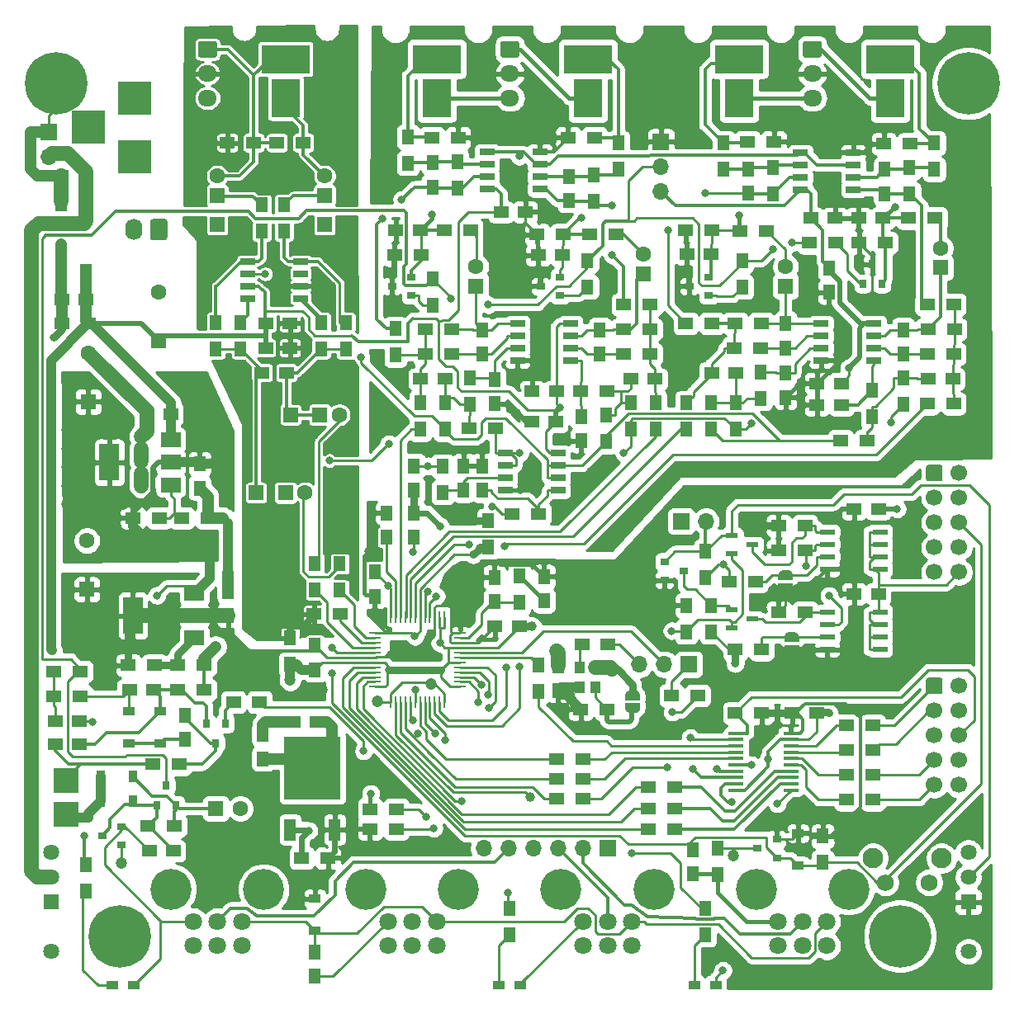
<source format=gtl>
G04 #@! TF.GenerationSoftware,KiCad,Pcbnew,(5.1.9-0-10_14)*
G04 #@! TF.CreationDate,2022-01-16T01:15:18+09:00*
G04 #@! TF.ProjectId,FreeDSP_Catamaran,46726565-4453-4505-9f43-6174616d6172,rev?*
G04 #@! TF.SameCoordinates,Original*
G04 #@! TF.FileFunction,Copper,L1,Top*
G04 #@! TF.FilePolarity,Positive*
%FSLAX46Y46*%
G04 Gerber Fmt 4.6, Leading zero omitted, Abs format (unit mm)*
G04 Created by KiCad (PCBNEW (5.1.9-0-10_14)) date 2022-01-16 01:15:18*
%MOMM*%
%LPD*%
G01*
G04 APERTURE LIST*
G04 #@! TA.AperFunction,ComponentPad*
%ADD10C,4.200000*%
G04 #@! TD*
G04 #@! TA.AperFunction,ComponentPad*
%ADD11C,1.800000*%
G04 #@! TD*
G04 #@! TA.AperFunction,ComponentPad*
%ADD12O,1.950000X1.700000*%
G04 #@! TD*
G04 #@! TA.AperFunction,ComponentPad*
%ADD13R,1.524000X1.524000*%
G04 #@! TD*
G04 #@! TA.AperFunction,ComponentPad*
%ADD14C,1.600000*%
G04 #@! TD*
G04 #@! TA.AperFunction,ComponentPad*
%ADD15R,1.600000X1.600000*%
G04 #@! TD*
G04 #@! TA.AperFunction,SMDPad,CuDef*
%ADD16R,1.500000X1.300000*%
G04 #@! TD*
G04 #@! TA.AperFunction,SMDPad,CuDef*
%ADD17R,1.300000X1.500000*%
G04 #@! TD*
G04 #@! TA.AperFunction,SMDPad,CuDef*
%ADD18R,1.250000X1.500000*%
G04 #@! TD*
G04 #@! TA.AperFunction,SMDPad,CuDef*
%ADD19R,1.500000X1.250000*%
G04 #@! TD*
G04 #@! TA.AperFunction,SMDPad,CuDef*
%ADD20R,1.200000X0.900000*%
G04 #@! TD*
G04 #@! TA.AperFunction,SMDPad,CuDef*
%ADD21R,0.900000X1.200000*%
G04 #@! TD*
G04 #@! TA.AperFunction,SMDPad,CuDef*
%ADD22R,1.200000X2.000000*%
G04 #@! TD*
G04 #@! TA.AperFunction,SMDPad,CuDef*
%ADD23R,0.250000X1.300000*%
G04 #@! TD*
G04 #@! TA.AperFunction,SMDPad,CuDef*
%ADD24R,1.300000X0.250000*%
G04 #@! TD*
G04 #@! TA.AperFunction,SMDPad,CuDef*
%ADD25R,1.550000X0.600000*%
G04 #@! TD*
G04 #@! TA.AperFunction,ComponentPad*
%ADD26O,1.700000X1.700000*%
G04 #@! TD*
G04 #@! TA.AperFunction,ComponentPad*
%ADD27R,1.700000X1.700000*%
G04 #@! TD*
G04 #@! TA.AperFunction,ComponentPad*
%ADD28R,5.000000X3.000000*%
G04 #@! TD*
G04 #@! TA.AperFunction,ComponentPad*
%ADD29R,3.000000X4.000000*%
G04 #@! TD*
G04 #@! TA.AperFunction,ComponentPad*
%ADD30C,1.700000*%
G04 #@! TD*
G04 #@! TA.AperFunction,ComponentPad*
%ADD31R,3.500000X3.500000*%
G04 #@! TD*
G04 #@! TA.AperFunction,SMDPad,CuDef*
%ADD32C,0.100000*%
G04 #@! TD*
G04 #@! TA.AperFunction,ComponentPad*
%ADD33C,2.100000*%
G04 #@! TD*
G04 #@! TA.AperFunction,ComponentPad*
%ADD34C,1.750000*%
G04 #@! TD*
G04 #@! TA.AperFunction,ComponentPad*
%ADD35C,0.800000*%
G04 #@! TD*
G04 #@! TA.AperFunction,ComponentPad*
%ADD36C,6.400000*%
G04 #@! TD*
G04 #@! TA.AperFunction,SMDPad,CuDef*
%ADD37R,0.900000X0.800000*%
G04 #@! TD*
G04 #@! TA.AperFunction,SMDPad,CuDef*
%ADD38R,0.800000X0.900000*%
G04 #@! TD*
G04 #@! TA.AperFunction,SMDPad,CuDef*
%ADD39R,1.200000X2.200000*%
G04 #@! TD*
G04 #@! TA.AperFunction,SMDPad,CuDef*
%ADD40R,5.800000X6.400000*%
G04 #@! TD*
G04 #@! TA.AperFunction,SMDPad,CuDef*
%ADD41R,2.750000X3.050000*%
G04 #@! TD*
G04 #@! TA.AperFunction,SMDPad,CuDef*
%ADD42R,1.300000X0.600000*%
G04 #@! TD*
G04 #@! TA.AperFunction,ComponentPad*
%ADD43R,1.635000X1.635000*%
G04 #@! TD*
G04 #@! TA.AperFunction,ComponentPad*
%ADD44C,1.635000*%
G04 #@! TD*
G04 #@! TA.AperFunction,SMDPad,CuDef*
%ADD45R,1.525000X0.650000*%
G04 #@! TD*
G04 #@! TA.AperFunction,SMDPad,CuDef*
%ADD46R,1.600000X0.300000*%
G04 #@! TD*
G04 #@! TA.AperFunction,SMDPad,CuDef*
%ADD47R,2.000000X3.800000*%
G04 #@! TD*
G04 #@! TA.AperFunction,SMDPad,CuDef*
%ADD48R,2.000000X1.500000*%
G04 #@! TD*
G04 #@! TA.AperFunction,SMDPad,CuDef*
%ADD49R,1.100000X1.300000*%
G04 #@! TD*
G04 #@! TA.AperFunction,ComponentPad*
%ADD50O,1.740000X2.190000*%
G04 #@! TD*
G04 #@! TA.AperFunction,SMDPad,CuDef*
%ADD51R,2.500000X2.500000*%
G04 #@! TD*
G04 #@! TA.AperFunction,ViaPad*
%ADD52C,0.800000*%
G04 #@! TD*
G04 #@! TA.AperFunction,ViaPad*
%ADD53C,1.200000*%
G04 #@! TD*
G04 #@! TA.AperFunction,ViaPad*
%ADD54C,1.000000*%
G04 #@! TD*
G04 #@! TA.AperFunction,Conductor*
%ADD55C,0.250000*%
G04 #@! TD*
G04 #@! TA.AperFunction,Conductor*
%ADD56C,1.000000*%
G04 #@! TD*
G04 #@! TA.AperFunction,Conductor*
%ADD57C,0.400000*%
G04 #@! TD*
G04 #@! TA.AperFunction,Conductor*
%ADD58C,0.800000*%
G04 #@! TD*
G04 #@! TA.AperFunction,Conductor*
%ADD59C,1.500000*%
G04 #@! TD*
G04 #@! TA.AperFunction,Conductor*
%ADD60C,0.300000*%
G04 #@! TD*
G04 #@! TA.AperFunction,Conductor*
%ADD61C,0.600000*%
G04 #@! TD*
G04 #@! TA.AperFunction,Conductor*
%ADD62C,1.200000*%
G04 #@! TD*
G04 #@! TA.AperFunction,Conductor*
%ADD63C,0.500000*%
G04 #@! TD*
G04 #@! TA.AperFunction,Conductor*
%ADD64C,0.254000*%
G04 #@! TD*
G04 #@! TA.AperFunction,Conductor*
%ADD65C,0.100000*%
G04 #@! TD*
G04 APERTURE END LIST*
D10*
X125250000Y-129200000D03*
X134750000Y-129200000D03*
D11*
X127500000Y-132500000D03*
X130000000Y-132500000D03*
X132500000Y-132500000D03*
X127500000Y-135000000D03*
X130000000Y-135000000D03*
X132500000Y-135000000D03*
G04 #@! TA.AperFunction,ComponentPad*
G36*
G01*
X68275000Y-42150000D02*
X69725000Y-42150000D01*
G75*
G02*
X69975000Y-42400000I0J-250000D01*
G01*
X69975000Y-43600000D01*
G75*
G02*
X69725000Y-43850000I-250000J0D01*
G01*
X68275000Y-43850000D01*
G75*
G02*
X68025000Y-43600000I0J250000D01*
G01*
X68025000Y-42400000D01*
G75*
G02*
X68275000Y-42150000I250000J0D01*
G01*
G37*
G04 #@! TD.AperFunction*
D12*
X69000000Y-45500000D03*
X69000000Y-48000000D03*
D13*
X77500000Y-80500000D03*
D14*
X82500000Y-80500000D03*
D15*
X80500000Y-80500000D03*
D13*
X74000000Y-88500000D03*
D14*
X79000000Y-88500000D03*
D15*
X77000000Y-88500000D03*
D16*
X145495000Y-69215000D03*
X142795000Y-69215000D03*
D11*
X92500000Y-135000000D03*
X90000000Y-135000000D03*
X87500000Y-135000000D03*
X92500000Y-132500000D03*
X90000000Y-132500000D03*
X87500000Y-132500000D03*
D10*
X94750000Y-129200000D03*
X85250000Y-129200000D03*
D17*
X121285000Y-127715000D03*
X121285000Y-125015000D03*
G04 #@! TA.AperFunction,ComponentPad*
G36*
G01*
X130275000Y-42150000D02*
X131725000Y-42150000D01*
G75*
G02*
X131975000Y-42400000I0J-250000D01*
G01*
X131975000Y-43600000D01*
G75*
G02*
X131725000Y-43850000I-250000J0D01*
G01*
X130275000Y-43850000D01*
G75*
G02*
X130025000Y-43600000I0J250000D01*
G01*
X130025000Y-42400000D01*
G75*
G02*
X130275000Y-42150000I250000J0D01*
G01*
G37*
G04 #@! TD.AperFunction*
D12*
X131000000Y-45500000D03*
X131000000Y-48000000D03*
X100000000Y-48000000D03*
X100000000Y-45500000D03*
G04 #@! TA.AperFunction,ComponentPad*
G36*
G01*
X99275000Y-42150000D02*
X100725000Y-42150000D01*
G75*
G02*
X100975000Y-42400000I0J-250000D01*
G01*
X100975000Y-43600000D01*
G75*
G02*
X100725000Y-43850000I-250000J0D01*
G01*
X99275000Y-43850000D01*
G75*
G02*
X99025000Y-43600000I0J250000D01*
G01*
X99025000Y-42400000D01*
G75*
G02*
X99275000Y-42150000I250000J0D01*
G01*
G37*
G04 #@! TD.AperFunction*
D17*
X123190000Y-81995000D03*
X123190000Y-79295000D03*
D18*
X97155000Y-71775000D03*
X97155000Y-74275000D03*
D19*
X128925000Y-111125000D03*
X131425000Y-111125000D03*
X93325000Y-76835000D03*
X90825000Y-76835000D03*
D15*
X96520000Y-67310000D03*
D14*
X96520000Y-65310000D03*
D18*
X98425000Y-76855000D03*
X98425000Y-79355000D03*
D19*
X90785000Y-61595000D03*
X88285000Y-61595000D03*
D18*
X109220000Y-74275000D03*
X109220000Y-71775000D03*
D19*
X112395000Y-76835000D03*
X114895000Y-76835000D03*
D14*
X113665000Y-64040000D03*
D15*
X113665000Y-66040000D03*
D18*
X107315000Y-80665000D03*
X107315000Y-83165000D03*
D19*
X102890000Y-64135000D03*
X105390000Y-64135000D03*
D18*
X90170000Y-93071000D03*
X90170000Y-90571000D03*
X87376000Y-90571000D03*
X87376000Y-93071000D03*
X90170000Y-88245000D03*
X90170000Y-85745000D03*
X95250000Y-88245000D03*
X95250000Y-85745000D03*
X128270000Y-71140000D03*
X128270000Y-73640000D03*
X98425000Y-99675000D03*
X98425000Y-97175000D03*
X103505000Y-97106400D03*
X103505000Y-99606400D03*
D19*
X120670000Y-76200000D03*
X123170000Y-76200000D03*
D15*
X128270000Y-67310000D03*
D14*
X128270000Y-65310000D03*
D19*
X56512800Y-55971400D03*
X54012800Y-55971400D03*
D18*
X128270000Y-76220000D03*
X128270000Y-78720000D03*
D19*
X120630000Y-64000000D03*
X118130000Y-64000000D03*
D18*
X140335000Y-74275000D03*
X140335000Y-71775000D03*
X118745000Y-125115000D03*
X118745000Y-127615000D03*
D19*
X137775000Y-98880000D03*
X135275000Y-98880000D03*
X142895000Y-76835000D03*
X145395000Y-76835000D03*
D14*
X144145000Y-63405000D03*
D15*
X144145000Y-65405000D03*
D19*
X133980240Y-79496920D03*
X131480240Y-79496920D03*
X135750000Y-60325000D03*
X138250000Y-60325000D03*
X62758000Y-80424000D03*
X65258000Y-80424000D03*
D18*
X68199000Y-88024000D03*
X68199000Y-85524000D03*
D14*
X56769000Y-74154000D03*
D15*
X56769000Y-79154000D03*
X56642000Y-98425000D03*
D14*
X56642000Y-93425000D03*
D18*
X71120000Y-98605000D03*
X71120000Y-101105000D03*
D19*
X98445000Y-102235000D03*
X100945000Y-102235000D03*
D18*
X80010000Y-104160000D03*
X80010000Y-106660000D03*
D19*
X77744000Y-112014000D03*
X80244000Y-112014000D03*
D18*
X74676000Y-115804000D03*
X74676000Y-113304000D03*
D19*
X137775000Y-90170000D03*
X135275000Y-90170000D03*
D18*
X97155000Y-88245000D03*
X97155000Y-85745000D03*
D19*
X65512000Y-125255000D03*
X63012000Y-125255000D03*
X77470000Y-71105000D03*
X74970000Y-71105000D03*
D18*
X104955000Y-108784000D03*
X104955000Y-106284000D03*
D19*
X131480240Y-77271880D03*
X133980240Y-77271880D03*
X104755000Y-78105000D03*
X102255000Y-78105000D03*
D18*
X66675000Y-113805000D03*
X66675000Y-111305000D03*
D19*
X63480000Y-108745000D03*
X60980000Y-108745000D03*
X55860000Y-111920000D03*
X53360000Y-111920000D03*
D18*
X86136500Y-99126400D03*
X86136500Y-96626400D03*
D19*
X54032800Y-68671400D03*
X56532800Y-68671400D03*
D18*
X80010000Y-138125000D03*
X80010000Y-135625000D03*
D19*
X74585000Y-76185000D03*
X77085000Y-76185000D03*
D20*
X129540000Y-126745000D03*
X129540000Y-123445000D03*
D21*
X58040000Y-120175000D03*
X61340000Y-120175000D03*
X61340000Y-117635000D03*
X58040000Y-117635000D03*
D20*
X59225000Y-139065000D03*
X61425000Y-139065000D03*
X60960000Y-110905000D03*
X60960000Y-114205000D03*
X64135000Y-110905000D03*
X64135000Y-114205000D03*
X80010000Y-130145000D03*
X80010000Y-133445000D03*
D22*
X56557800Y-66086400D03*
X54017800Y-66086400D03*
X54017800Y-58586400D03*
X56557800Y-58586400D03*
D23*
X87790000Y-101310000D03*
X88290000Y-101310000D03*
X88790000Y-101310000D03*
X89290000Y-101310000D03*
X89790000Y-101310000D03*
X90290000Y-101310000D03*
X90790000Y-101310000D03*
X91290000Y-101310000D03*
X91790000Y-101310000D03*
X92290000Y-101310000D03*
X92790000Y-101310000D03*
X93290000Y-101310000D03*
D24*
X94890000Y-102910000D03*
X94890000Y-103410000D03*
X94890000Y-103910000D03*
X94890000Y-104410000D03*
X94890000Y-104910000D03*
X94890000Y-105410000D03*
X94890000Y-105910000D03*
X94890000Y-106410000D03*
X94890000Y-106910000D03*
X94890000Y-107410000D03*
X94890000Y-107910000D03*
X94890000Y-108410000D03*
D23*
X93290000Y-110010000D03*
X92790000Y-110010000D03*
X92290000Y-110010000D03*
X91790000Y-110010000D03*
X91290000Y-110010000D03*
X90790000Y-110010000D03*
X90290000Y-110010000D03*
X89790000Y-110010000D03*
X89290000Y-110010000D03*
X88790000Y-110010000D03*
X88290000Y-110010000D03*
X87790000Y-110010000D03*
D24*
X86190000Y-108410000D03*
X86190000Y-107910000D03*
X86190000Y-107410000D03*
X86190000Y-106910000D03*
X86190000Y-106410000D03*
X86190000Y-105910000D03*
X86190000Y-105410000D03*
X86190000Y-104910000D03*
X86190000Y-104410000D03*
X86190000Y-103910000D03*
X86190000Y-103410000D03*
X86190000Y-102910000D03*
D25*
X132555000Y-104595000D03*
X132555000Y-103325000D03*
X132555000Y-102055000D03*
X132555000Y-100785000D03*
X137955000Y-100785000D03*
X137955000Y-102055000D03*
X137955000Y-103325000D03*
X137955000Y-104595000D03*
X137955000Y-96340000D03*
X137955000Y-95070000D03*
X137955000Y-93800000D03*
X137955000Y-92530000D03*
X132555000Y-92530000D03*
X132555000Y-93800000D03*
X132555000Y-95070000D03*
X132555000Y-96340000D03*
D26*
X52705000Y-54040000D03*
D27*
X52705000Y-51500000D03*
D28*
X92500000Y-44000000D03*
D29*
X92500000Y-48000000D03*
G04 #@! TA.AperFunction,ComponentPad*
G36*
G01*
X142660000Y-108931000D02*
X142660000Y-107731000D01*
G75*
G02*
X142910000Y-107481000I250000J0D01*
G01*
X144110000Y-107481000D01*
G75*
G02*
X144360000Y-107731000I0J-250000D01*
G01*
X144360000Y-108931000D01*
G75*
G02*
X144110000Y-109181000I-250000J0D01*
G01*
X142910000Y-109181000D01*
G75*
G02*
X142660000Y-108931000I0J250000D01*
G01*
G37*
G04 #@! TD.AperFunction*
D30*
X143510000Y-110871000D03*
X143510000Y-113411000D03*
X143510000Y-115951000D03*
X143510000Y-118491000D03*
X146050000Y-108331000D03*
X146050000Y-110871000D03*
X146050000Y-113411000D03*
X146050000Y-115951000D03*
X146050000Y-118491000D03*
D28*
X108000000Y-44000000D03*
D29*
X108000000Y-48000000D03*
X77000000Y-48000000D03*
D28*
X77000000Y-44000000D03*
D29*
X123500000Y-48000000D03*
D28*
X123500000Y-44000000D03*
D27*
X110000000Y-125000000D03*
D26*
X107460000Y-125000000D03*
X104920000Y-125000000D03*
X102380000Y-125000000D03*
X99840000Y-125000000D03*
X97300000Y-125000000D03*
D28*
X139000000Y-44000000D03*
D29*
X139000000Y-48000000D03*
D31*
X56800000Y-51000000D03*
X61500000Y-48000000D03*
X61500000Y-54000000D03*
D27*
X117560000Y-91440000D03*
D26*
X120100000Y-91440000D03*
D27*
X118367000Y-106103000D03*
D26*
X115827000Y-106103000D03*
X113287000Y-106103000D03*
G04 #@! TA.AperFunction,SMDPad,CuDef*
D32*
G36*
X111843000Y-109791000D02*
G01*
X111843000Y-109291000D01*
X111843602Y-109291000D01*
X111843602Y-109266466D01*
X111848412Y-109217635D01*
X111857984Y-109169510D01*
X111872228Y-109122555D01*
X111891005Y-109077222D01*
X111914136Y-109033949D01*
X111941396Y-108993150D01*
X111972524Y-108955221D01*
X112007221Y-108920524D01*
X112045150Y-108889396D01*
X112085949Y-108862136D01*
X112129222Y-108839005D01*
X112174555Y-108820228D01*
X112221510Y-108805984D01*
X112269635Y-108796412D01*
X112318466Y-108791602D01*
X112343000Y-108791602D01*
X112343000Y-108791000D01*
X112843000Y-108791000D01*
X112843000Y-108791602D01*
X112867534Y-108791602D01*
X112916365Y-108796412D01*
X112964490Y-108805984D01*
X113011445Y-108820228D01*
X113056778Y-108839005D01*
X113100051Y-108862136D01*
X113140850Y-108889396D01*
X113178779Y-108920524D01*
X113213476Y-108955221D01*
X113244604Y-108993150D01*
X113271864Y-109033949D01*
X113294995Y-109077222D01*
X113313772Y-109122555D01*
X113328016Y-109169510D01*
X113337588Y-109217635D01*
X113342398Y-109266466D01*
X113342398Y-109291000D01*
X113343000Y-109291000D01*
X113343000Y-109791000D01*
X111843000Y-109791000D01*
G37*
G04 #@! TD.AperFunction*
G04 #@! TA.AperFunction,SMDPad,CuDef*
G36*
X113342398Y-110591000D02*
G01*
X113342398Y-110615534D01*
X113337588Y-110664365D01*
X113328016Y-110712490D01*
X113313772Y-110759445D01*
X113294995Y-110804778D01*
X113271864Y-110848051D01*
X113244604Y-110888850D01*
X113213476Y-110926779D01*
X113178779Y-110961476D01*
X113140850Y-110992604D01*
X113100051Y-111019864D01*
X113056778Y-111042995D01*
X113011445Y-111061772D01*
X112964490Y-111076016D01*
X112916365Y-111085588D01*
X112867534Y-111090398D01*
X112843000Y-111090398D01*
X112843000Y-111091000D01*
X112343000Y-111091000D01*
X112343000Y-111090398D01*
X112318466Y-111090398D01*
X112269635Y-111085588D01*
X112221510Y-111076016D01*
X112174555Y-111061772D01*
X112129222Y-111042995D01*
X112085949Y-111019864D01*
X112045150Y-110992604D01*
X112007221Y-110961476D01*
X111972524Y-110926779D01*
X111941396Y-110888850D01*
X111914136Y-110848051D01*
X111891005Y-110804778D01*
X111872228Y-110759445D01*
X111857984Y-110712490D01*
X111848412Y-110664365D01*
X111843602Y-110615534D01*
X111843602Y-110591000D01*
X111843000Y-110591000D01*
X111843000Y-110091000D01*
X113343000Y-110091000D01*
X113343000Y-110591000D01*
X113342398Y-110591000D01*
G37*
G04 #@! TD.AperFunction*
D33*
X137240000Y-126010000D03*
D34*
X138500000Y-128500000D03*
X143000000Y-128500000D03*
D33*
X144250000Y-126010000D03*
G04 #@! TA.AperFunction,SMDPad,CuDef*
D32*
G36*
X129654398Y-104610000D02*
G01*
X129654398Y-104634534D01*
X129649588Y-104683365D01*
X129640016Y-104731490D01*
X129625772Y-104778445D01*
X129606995Y-104823778D01*
X129583864Y-104867051D01*
X129556604Y-104907850D01*
X129525476Y-104945779D01*
X129490779Y-104980476D01*
X129452850Y-105011604D01*
X129412051Y-105038864D01*
X129368778Y-105061995D01*
X129323445Y-105080772D01*
X129276490Y-105095016D01*
X129228365Y-105104588D01*
X129179534Y-105109398D01*
X129155000Y-105109398D01*
X129155000Y-105110000D01*
X128655000Y-105110000D01*
X128655000Y-105109398D01*
X128630466Y-105109398D01*
X128581635Y-105104588D01*
X128533510Y-105095016D01*
X128486555Y-105080772D01*
X128441222Y-105061995D01*
X128397949Y-105038864D01*
X128357150Y-105011604D01*
X128319221Y-104980476D01*
X128284524Y-104945779D01*
X128253396Y-104907850D01*
X128226136Y-104867051D01*
X128203005Y-104823778D01*
X128184228Y-104778445D01*
X128169984Y-104731490D01*
X128160412Y-104683365D01*
X128155602Y-104634534D01*
X128155602Y-104610000D01*
X128155000Y-104610000D01*
X128155000Y-104110000D01*
X129655000Y-104110000D01*
X129655000Y-104610000D01*
X129654398Y-104610000D01*
G37*
G04 #@! TD.AperFunction*
G04 #@! TA.AperFunction,SMDPad,CuDef*
G36*
X128155000Y-103810000D02*
G01*
X128155000Y-103310000D01*
X128155602Y-103310000D01*
X128155602Y-103285466D01*
X128160412Y-103236635D01*
X128169984Y-103188510D01*
X128184228Y-103141555D01*
X128203005Y-103096222D01*
X128226136Y-103052949D01*
X128253396Y-103012150D01*
X128284524Y-102974221D01*
X128319221Y-102939524D01*
X128357150Y-102908396D01*
X128397949Y-102881136D01*
X128441222Y-102858005D01*
X128486555Y-102839228D01*
X128533510Y-102824984D01*
X128581635Y-102815412D01*
X128630466Y-102810602D01*
X128655000Y-102810602D01*
X128655000Y-102810000D01*
X129155000Y-102810000D01*
X129155000Y-102810602D01*
X129179534Y-102810602D01*
X129228365Y-102815412D01*
X129276490Y-102824984D01*
X129323445Y-102839228D01*
X129368778Y-102858005D01*
X129412051Y-102881136D01*
X129452850Y-102908396D01*
X129490779Y-102939524D01*
X129525476Y-102974221D01*
X129556604Y-103012150D01*
X129583864Y-103052949D01*
X129606995Y-103096222D01*
X129625772Y-103141555D01*
X129640016Y-103188510D01*
X129649588Y-103236635D01*
X129654398Y-103285466D01*
X129654398Y-103310000D01*
X129655000Y-103310000D01*
X129655000Y-103810000D01*
X128155000Y-103810000D01*
G37*
G04 #@! TD.AperFunction*
G04 #@! TA.AperFunction,SMDPad,CuDef*
G36*
X127520000Y-97460000D02*
G01*
X127520000Y-96960000D01*
X127520602Y-96960000D01*
X127520602Y-96935466D01*
X127525412Y-96886635D01*
X127534984Y-96838510D01*
X127549228Y-96791555D01*
X127568005Y-96746222D01*
X127591136Y-96702949D01*
X127618396Y-96662150D01*
X127649524Y-96624221D01*
X127684221Y-96589524D01*
X127722150Y-96558396D01*
X127762949Y-96531136D01*
X127806222Y-96508005D01*
X127851555Y-96489228D01*
X127898510Y-96474984D01*
X127946635Y-96465412D01*
X127995466Y-96460602D01*
X128020000Y-96460602D01*
X128020000Y-96460000D01*
X128520000Y-96460000D01*
X128520000Y-96460602D01*
X128544534Y-96460602D01*
X128593365Y-96465412D01*
X128641490Y-96474984D01*
X128688445Y-96489228D01*
X128733778Y-96508005D01*
X128777051Y-96531136D01*
X128817850Y-96558396D01*
X128855779Y-96589524D01*
X128890476Y-96624221D01*
X128921604Y-96662150D01*
X128948864Y-96702949D01*
X128971995Y-96746222D01*
X128990772Y-96791555D01*
X129005016Y-96838510D01*
X129014588Y-96886635D01*
X129019398Y-96935466D01*
X129019398Y-96960000D01*
X129020000Y-96960000D01*
X129020000Y-97460000D01*
X127520000Y-97460000D01*
G37*
G04 #@! TD.AperFunction*
G04 #@! TA.AperFunction,SMDPad,CuDef*
G36*
X129019398Y-98260000D02*
G01*
X129019398Y-98284534D01*
X129014588Y-98333365D01*
X129005016Y-98381490D01*
X128990772Y-98428445D01*
X128971995Y-98473778D01*
X128948864Y-98517051D01*
X128921604Y-98557850D01*
X128890476Y-98595779D01*
X128855779Y-98630476D01*
X128817850Y-98661604D01*
X128777051Y-98688864D01*
X128733778Y-98711995D01*
X128688445Y-98730772D01*
X128641490Y-98745016D01*
X128593365Y-98754588D01*
X128544534Y-98759398D01*
X128520000Y-98759398D01*
X128520000Y-98760000D01*
X128020000Y-98760000D01*
X128020000Y-98759398D01*
X127995466Y-98759398D01*
X127946635Y-98754588D01*
X127898510Y-98745016D01*
X127851555Y-98730772D01*
X127806222Y-98711995D01*
X127762949Y-98688864D01*
X127722150Y-98661604D01*
X127684221Y-98630476D01*
X127649524Y-98595779D01*
X127618396Y-98557850D01*
X127591136Y-98517051D01*
X127568005Y-98473778D01*
X127549228Y-98428445D01*
X127534984Y-98381490D01*
X127525412Y-98333365D01*
X127520602Y-98284534D01*
X127520602Y-98260000D01*
X127520000Y-98260000D01*
X127520000Y-97760000D01*
X129020000Y-97760000D01*
X129020000Y-98260000D01*
X129019398Y-98260000D01*
G37*
G04 #@! TD.AperFunction*
D35*
X55197056Y-44802944D03*
X53500000Y-44100000D03*
X51802944Y-44802944D03*
X51100000Y-46500000D03*
X51802944Y-48197056D03*
X53500000Y-48900000D03*
X55197056Y-48197056D03*
X55900000Y-46500000D03*
D36*
X53500000Y-46500000D03*
D37*
X87900000Y-67310000D03*
X89900000Y-66360000D03*
X89900000Y-68260000D03*
D38*
X70800000Y-112190000D03*
X68900000Y-112190000D03*
X69850000Y-114190000D03*
D37*
X105140000Y-68260000D03*
X105140000Y-66360000D03*
X103140000Y-67310000D03*
X118380000Y-67310000D03*
X120380000Y-66360000D03*
X120380000Y-68260000D03*
X117840000Y-96520000D03*
X115840000Y-97470000D03*
X115840000Y-95570000D03*
D38*
X136210000Y-67040000D03*
X138110000Y-67040000D03*
X137160000Y-65040000D03*
D39*
X77476000Y-123072000D03*
X82036000Y-123072000D03*
D40*
X79756000Y-116772000D03*
D41*
X81281000Y-115097000D03*
X78231000Y-118447000D03*
X78231000Y-115097000D03*
X81281000Y-118447000D03*
D42*
X124875000Y-101420000D03*
X122775000Y-102370000D03*
X122775000Y-100470000D03*
D38*
X64770000Y-118540000D03*
X65720000Y-120540000D03*
X63820000Y-120540000D03*
D42*
X122775000Y-92850000D03*
X122775000Y-94750000D03*
X124875000Y-93800000D03*
D37*
X127365000Y-125950000D03*
X127365000Y-124050000D03*
X125365000Y-125000000D03*
X58182000Y-123698000D03*
X60182000Y-122748000D03*
X60182000Y-124648000D03*
D16*
X94060000Y-71755000D03*
X91360000Y-71755000D03*
D17*
X90805000Y-81995000D03*
X90805000Y-79295000D03*
D16*
X94060000Y-74295000D03*
X91360000Y-74295000D03*
X119280000Y-109317000D03*
X116580000Y-109317000D03*
X95965000Y-61595000D03*
X93265000Y-61595000D03*
X95805000Y-81915000D03*
X98505000Y-81915000D03*
D17*
X95885000Y-76755000D03*
X95885000Y-79455000D03*
D16*
X134540000Y-112395000D03*
X137240000Y-112395000D03*
X137240000Y-114935000D03*
X134540000Y-114935000D03*
X88185000Y-64135000D03*
X90885000Y-64135000D03*
D17*
X93345000Y-81995000D03*
X93345000Y-79295000D03*
X92075000Y-66595000D03*
X92075000Y-69295000D03*
D16*
X134540000Y-117475000D03*
X137240000Y-117475000D03*
X137240000Y-120015000D03*
X134540000Y-120015000D03*
X114220000Y-118745000D03*
X116920000Y-118745000D03*
X114220000Y-120904000D03*
X116920000Y-120904000D03*
X114220000Y-123063000D03*
X116920000Y-123063000D03*
X111680000Y-71755000D03*
X114380000Y-71755000D03*
X123110000Y-111125000D03*
X125810000Y-111125000D03*
D17*
X114935000Y-79295000D03*
X114935000Y-81995000D03*
D16*
X111680000Y-74295000D03*
X114380000Y-74295000D03*
X108150000Y-62000000D03*
X110850000Y-62000000D03*
D17*
X112395000Y-81995000D03*
X112395000Y-79295000D03*
D16*
X109935000Y-78105000D03*
X107235000Y-78105000D03*
X105490000Y-62000000D03*
X102790000Y-62000000D03*
D17*
X109855000Y-80565000D03*
X109855000Y-83265000D03*
X107950000Y-67390000D03*
X107950000Y-64690000D03*
X74565000Y-61675000D03*
X74565000Y-58975000D03*
X69850000Y-71040000D03*
X69850000Y-73740000D03*
X93091000Y-88472000D03*
X93091000Y-85772000D03*
D16*
X123110000Y-71120000D03*
X125810000Y-71120000D03*
D17*
X118110000Y-79295000D03*
X118110000Y-81995000D03*
D16*
X123030000Y-73660000D03*
X125730000Y-73660000D03*
D17*
X82550000Y-98505000D03*
X82550000Y-95805000D03*
D16*
X126323080Y-61615320D03*
X123623080Y-61615320D03*
X79930000Y-100965000D03*
X82630000Y-100965000D03*
D17*
X100965000Y-97075000D03*
X100965000Y-99775000D03*
X125730000Y-76120000D03*
X125730000Y-78820000D03*
X76835000Y-58960000D03*
X76835000Y-61660000D03*
D16*
X118030000Y-61595000D03*
X120730000Y-61595000D03*
D17*
X120650000Y-81995000D03*
X120650000Y-79295000D03*
X123825000Y-64690000D03*
X123825000Y-67390000D03*
D16*
X76120000Y-52595000D03*
X78820000Y-52595000D03*
X107375000Y-104034000D03*
X110075000Y-104034000D03*
D17*
X80010000Y-98505000D03*
X80010000Y-95805000D03*
D16*
X109971000Y-110714000D03*
X107271000Y-110714000D03*
D17*
X132080000Y-126445000D03*
X132080000Y-123745000D03*
D16*
X145575000Y-71755000D03*
X142875000Y-71755000D03*
X145495000Y-79375000D03*
X142795000Y-79375000D03*
X145495000Y-74295000D03*
X142795000Y-74295000D03*
D17*
X80645000Y-73740000D03*
X80645000Y-71040000D03*
D16*
X130255000Y-94435000D03*
X127555000Y-94435000D03*
X123110000Y-104595000D03*
X125810000Y-104595000D03*
X140890000Y-60325000D03*
X143590000Y-60325000D03*
D17*
X140335000Y-79455000D03*
X140335000Y-76755000D03*
X137160000Y-78025000D03*
X137160000Y-80725000D03*
D16*
X85650000Y-123000000D03*
X88350000Y-123000000D03*
X81360000Y-125984000D03*
X78660000Y-125984000D03*
X88350000Y-121000000D03*
X85650000Y-121000000D03*
X138510000Y-62865000D03*
X135810000Y-62865000D03*
X136605000Y-83185000D03*
X133905000Y-83185000D03*
X133430000Y-62865000D03*
X130730000Y-62865000D03*
X61341000Y-91092000D03*
X64041000Y-91092000D03*
X63580000Y-106205000D03*
X60880000Y-106205000D03*
X54080400Y-71127600D03*
X56780400Y-71127600D03*
X66341000Y-91092000D03*
X69041000Y-91092000D03*
X68660000Y-106205000D03*
X65960000Y-106205000D03*
X66120000Y-116365000D03*
X63420000Y-116365000D03*
D17*
X83185000Y-71040000D03*
X83185000Y-73740000D03*
D16*
X125175000Y-97610000D03*
X122475000Y-97610000D03*
X62912000Y-122715000D03*
X65612000Y-122715000D03*
X100250000Y-90678000D03*
X102950000Y-90678000D03*
X55960000Y-109380000D03*
X53260000Y-109380000D03*
D17*
X97790000Y-91360000D03*
X97790000Y-94060000D03*
X72390000Y-73740000D03*
X72390000Y-71040000D03*
X56500000Y-129350000D03*
X56500000Y-126650000D03*
D16*
X74350000Y-110000000D03*
X71650000Y-110000000D03*
X65960000Y-108745000D03*
X68660000Y-108745000D03*
D17*
X102955000Y-106184000D03*
X102955000Y-108884000D03*
D16*
X53260000Y-106840000D03*
X55960000Y-106840000D03*
D17*
X118110000Y-102770000D03*
X118110000Y-100070000D03*
X120650000Y-100070000D03*
X120650000Y-102770000D03*
D16*
X127555000Y-100785000D03*
X130255000Y-100785000D03*
D17*
X120015000Y-97235000D03*
X120015000Y-94535000D03*
D16*
X130255000Y-91895000D03*
X127555000Y-91895000D03*
D17*
X77470000Y-103425000D03*
X77470000Y-106125000D03*
D10*
X65250000Y-129200000D03*
X74750000Y-129200000D03*
D11*
X67500000Y-132500000D03*
X70000000Y-132500000D03*
X72500000Y-132500000D03*
X67500000Y-135000000D03*
X70000000Y-135000000D03*
X72500000Y-135000000D03*
D10*
X105250000Y-129200000D03*
X114750000Y-129200000D03*
D11*
X107500000Y-132500000D03*
X110000000Y-132500000D03*
X112500000Y-132500000D03*
X107500000Y-135000000D03*
X110000000Y-135000000D03*
X112500000Y-135000000D03*
D43*
X53000000Y-130500000D03*
D44*
X53000000Y-127960000D03*
X53000000Y-125420000D03*
X53000000Y-135580000D03*
X147000000Y-135580000D03*
X147000000Y-125420000D03*
X147000000Y-127960000D03*
D43*
X147000000Y-130500000D03*
D45*
X100793000Y-71120000D03*
X100793000Y-72390000D03*
X100793000Y-73660000D03*
X100793000Y-74930000D03*
X106217000Y-74930000D03*
X106217000Y-73660000D03*
X106217000Y-72390000D03*
X106217000Y-71120000D03*
D46*
X123200000Y-113175000D03*
X123200000Y-113825000D03*
X123200000Y-114475000D03*
X123200000Y-115125000D03*
X123200000Y-115775000D03*
X123200000Y-116425000D03*
X123200000Y-117075000D03*
X123200000Y-117725000D03*
X123200000Y-118375000D03*
X123200000Y-119025000D03*
X128800000Y-119025000D03*
X128800000Y-118375000D03*
X128800000Y-117725000D03*
X128800000Y-117075000D03*
X128800000Y-116425000D03*
X128800000Y-115775000D03*
X128800000Y-115125000D03*
X128800000Y-114475000D03*
X128800000Y-113825000D03*
X128800000Y-113175000D03*
D45*
X104947000Y-84455000D03*
X104947000Y-85725000D03*
X104947000Y-86995000D03*
X104947000Y-88265000D03*
X99523000Y-88265000D03*
X99523000Y-86995000D03*
X99523000Y-85725000D03*
X99523000Y-84455000D03*
X131908000Y-71120000D03*
X131908000Y-72390000D03*
X131908000Y-73660000D03*
X131908000Y-74930000D03*
X137332000Y-74930000D03*
X137332000Y-73660000D03*
X137332000Y-72390000D03*
X137332000Y-71120000D03*
D47*
X58937000Y-85390000D03*
D48*
X65237000Y-85390000D03*
X65237000Y-83090000D03*
X65237000Y-87690000D03*
X67650000Y-103425000D03*
X67650000Y-98825000D03*
X67650000Y-101125000D03*
D47*
X61350000Y-101125000D03*
D49*
X108780000Y-108494000D03*
X108780000Y-106394000D03*
X107130000Y-106394000D03*
X107130000Y-108494000D03*
G04 #@! TA.AperFunction,ComponentPad*
G36*
G01*
X142660000Y-87087000D02*
X142660000Y-85887000D01*
G75*
G02*
X142910000Y-85637000I250000J0D01*
G01*
X144110000Y-85637000D01*
G75*
G02*
X144360000Y-85887000I0J-250000D01*
G01*
X144360000Y-87087000D01*
G75*
G02*
X144110000Y-87337000I-250000J0D01*
G01*
X142910000Y-87337000D01*
G75*
G02*
X142660000Y-87087000I0J250000D01*
G01*
G37*
G04 #@! TD.AperFunction*
D30*
X143510000Y-89027000D03*
X143510000Y-91567000D03*
X143510000Y-94107000D03*
X143510000Y-96647000D03*
X146050000Y-86487000D03*
X146050000Y-89027000D03*
X146050000Y-91567000D03*
X146050000Y-94107000D03*
X146050000Y-96647000D03*
D20*
X98900000Y-139000000D03*
X101100000Y-139000000D03*
X121100000Y-139000000D03*
X118900000Y-139000000D03*
D36*
X60000000Y-134000000D03*
X140000000Y-134000000D03*
X147000000Y-46500000D03*
D17*
X100000000Y-131150000D03*
X100000000Y-133850000D03*
X120000000Y-133850000D03*
X120000000Y-131150000D03*
D16*
X107522000Y-119888000D03*
X104822000Y-119888000D03*
X104822000Y-115824000D03*
X107522000Y-115824000D03*
X107522000Y-117856000D03*
X104822000Y-117856000D03*
D19*
X104714360Y-81213960D03*
X102214360Y-81213960D03*
X74950000Y-73645000D03*
X77450000Y-73645000D03*
D18*
X132715000Y-67925000D03*
X132715000Y-65425000D03*
D19*
X130830000Y-60325000D03*
X133330000Y-60325000D03*
D18*
X92075000Y-54630000D03*
X92075000Y-57130000D03*
D19*
X101580000Y-59690000D03*
X99080000Y-59690000D03*
D18*
X124460000Y-57765000D03*
X124460000Y-55265000D03*
X106045000Y-58520000D03*
X106045000Y-56020000D03*
X138430000Y-55325000D03*
X138430000Y-57825000D03*
D16*
X71040000Y-52595000D03*
X73740000Y-52595000D03*
D17*
X88265000Y-71675000D03*
X88265000Y-74375000D03*
D16*
X114380000Y-69215000D03*
X111680000Y-69215000D03*
X120730000Y-71120000D03*
X118030000Y-71120000D03*
D17*
X94615000Y-54530000D03*
X94615000Y-57230000D03*
X126975000Y-57865000D03*
X126975000Y-55165000D03*
X108585000Y-55920000D03*
X108585000Y-58620000D03*
X89535000Y-54690000D03*
X89535000Y-51990000D03*
X140970000Y-55165000D03*
X140970000Y-57865000D03*
X121920000Y-52625000D03*
X121920000Y-55325000D03*
X111125000Y-55325000D03*
X111125000Y-52625000D03*
X143510000Y-55325000D03*
X143510000Y-52625000D03*
D16*
X91995000Y-52070000D03*
X94695000Y-52070000D03*
X105965000Y-52070000D03*
X108665000Y-52070000D03*
X124380000Y-52500000D03*
X127080000Y-52500000D03*
X138350000Y-52705000D03*
X141050000Y-52705000D03*
D45*
X129788000Y-57405000D03*
X129788000Y-56135000D03*
X129788000Y-54865000D03*
X129788000Y-53595000D03*
X135212000Y-53595000D03*
X135212000Y-54865000D03*
X135212000Y-56135000D03*
X135212000Y-57405000D03*
X103082000Y-57345000D03*
X103082000Y-56075000D03*
X103082000Y-54805000D03*
X103082000Y-53535000D03*
X97658000Y-53535000D03*
X97658000Y-54805000D03*
X97658000Y-56075000D03*
X97658000Y-57345000D03*
X78547000Y-64755000D03*
X78547000Y-66025000D03*
X78547000Y-67295000D03*
X78547000Y-68565000D03*
X73123000Y-68565000D03*
X73123000Y-67295000D03*
X73123000Y-66025000D03*
X73123000Y-64755000D03*
D15*
X69850000Y-120904000D03*
D14*
X72350000Y-120904000D03*
D15*
X81000000Y-58000000D03*
D14*
X81000000Y-56000000D03*
D13*
X81000000Y-61000000D03*
X70000000Y-61000000D03*
D14*
X70000000Y-56000000D03*
D15*
X70000000Y-58000000D03*
G04 #@! TA.AperFunction,ComponentPad*
G36*
G01*
X64870000Y-60654999D02*
X64870000Y-62345001D01*
G75*
G02*
X64620001Y-62595000I-249999J0D01*
G01*
X63379999Y-62595000D01*
G75*
G02*
X63130000Y-62345001I0J249999D01*
G01*
X63130000Y-60654999D01*
G75*
G02*
X63379999Y-60405000I249999J0D01*
G01*
X64620001Y-60405000D01*
G75*
G02*
X64870000Y-60654999I0J-249999D01*
G01*
G37*
G04 #@! TD.AperFunction*
D50*
X61460000Y-61500000D03*
D27*
X115500000Y-52500000D03*
D26*
X115500000Y-55040000D03*
X115500000Y-57580000D03*
D15*
X64000000Y-72900000D03*
D14*
X64000000Y-67900000D03*
D51*
X54500000Y-118000000D03*
X54500000Y-121500000D03*
D19*
X55860000Y-114300000D03*
X53360000Y-114300000D03*
D52*
X95173800Y-101760000D03*
D53*
X80749100Y-108753000D03*
D52*
X87523500Y-98013400D03*
X90241100Y-105105000D03*
X90279200Y-108703000D03*
X87749400Y-105070000D03*
X125095000Y-91440000D03*
X127408940Y-111125000D03*
X127398780Y-108209080D03*
D53*
X72898000Y-107950000D03*
X72898000Y-111760000D03*
D52*
X140970000Y-127635000D03*
X140335000Y-124460000D03*
X90256400Y-103241000D03*
X92837000Y-91948000D03*
D53*
X77470000Y-107696000D03*
D52*
X78740000Y-106680000D03*
X126492000Y-115824000D03*
X92816700Y-103924000D03*
D53*
X71120000Y-96680000D03*
X69850000Y-104300000D03*
D54*
X110485000Y-106619000D03*
X104770000Y-104714000D03*
X102235000Y-102235000D03*
X62230000Y-87790000D03*
X62230000Y-86520000D03*
X62230000Y-85250000D03*
X62230000Y-83980000D03*
X62230000Y-82710000D03*
X69041000Y-89695000D03*
X53975000Y-63025000D03*
X53975000Y-64295000D03*
D52*
X87630000Y-106680000D03*
X92906300Y-106750400D03*
X132715000Y-111125000D03*
X123096020Y-106037380D03*
X85500000Y-94500000D03*
X53200000Y-72600000D03*
X57199998Y-112000000D03*
X139700000Y-90170000D03*
D53*
X75946000Y-112014000D03*
D52*
X121836180Y-137507980D03*
X96232203Y-94868997D03*
X85725000Y-119380000D03*
X121920006Y-95885000D03*
X101092000Y-88265000D03*
X133477000Y-74930000D03*
X102489000Y-74930000D03*
X96349800Y-91374000D03*
X105882440Y-83121502D03*
X97155000Y-83820000D03*
X86400000Y-81600000D03*
X104889300Y-90695780D03*
X86433660Y-74300080D03*
X100717350Y-80257650D03*
X99555300Y-54693820D03*
X99555300Y-52158900D03*
X87900000Y-65850000D03*
X137160000Y-68580000D03*
X135255000Y-52070000D03*
X86360000Y-44450000D03*
X118130000Y-65766000D03*
X117200000Y-74000000D03*
X92006420Y-59926220D03*
X107314998Y-60325000D03*
X90043000Y-94615000D03*
X91564100Y-98681700D03*
X91587000Y-85745000D03*
X92466200Y-99113300D03*
X123494800Y-60045600D03*
X139524740Y-59197240D03*
X105169800Y-79729900D03*
D54*
X56769000Y-121826000D03*
X53086000Y-104681000D03*
D52*
X134757160Y-75712320D03*
X98197900Y-89922200D03*
X63832800Y-99041000D03*
D53*
X60325000Y-89695000D03*
X58420000Y-82075000D03*
X69850000Y-85250000D03*
X69850000Y-83345000D03*
X69850000Y-81440000D03*
X67945000Y-79535000D03*
X67945000Y-81440000D03*
X67945000Y-83345000D03*
X60325000Y-80805000D03*
X58420000Y-89695000D03*
X54610000Y-89695000D03*
X54610000Y-87790000D03*
X54610000Y-85885000D03*
X54610000Y-82075000D03*
X54610000Y-83980000D03*
X56515000Y-89695000D03*
X56515000Y-87790000D03*
X56515000Y-85885000D03*
X56515000Y-83980000D03*
X56515000Y-82075000D03*
D52*
X56388000Y-123698000D03*
X87600000Y-83500000D03*
X81500000Y-85200000D03*
X88900000Y-58420000D03*
X86898480Y-60375802D03*
X95816400Y-93804700D03*
X99479100Y-93987620D03*
X97866729Y-110566382D03*
X97790000Y-109220000D03*
X97110594Y-108205274D03*
X93385600Y-113883000D03*
X92201998Y-122936000D03*
X92369600Y-113233000D03*
X91434900Y-121793000D03*
X90025200Y-111854000D03*
X79375000Y-123190000D03*
X118745000Y-116840000D03*
X121183000Y-116807000D03*
X122735000Y-120213000D03*
X124803000Y-116434000D03*
D53*
X122936000Y-125730000D03*
X60198000Y-126492000D03*
D52*
X116652040Y-111013240D03*
X127412500Y-120412500D03*
X124785120Y-81401920D03*
X101018340Y-84455000D03*
X111683800Y-84455000D03*
X139065000Y-81280000D03*
X100965000Y-53975000D03*
X84746103Y-74638897D03*
X74930000Y-66040000D03*
X77470000Y-102123000D03*
X79000000Y-73500000D03*
X75750000Y-64500000D03*
X84000000Y-97000000D03*
X84000000Y-76500000D03*
X73000000Y-63000000D03*
X78600000Y-63000000D03*
X75800000Y-56800000D03*
X81757500Y-104394000D03*
X81759100Y-107027018D03*
X96774000Y-109982000D03*
X130376000Y-96004400D03*
X99634000Y-106403000D03*
X132715000Y-99060000D03*
X116599000Y-102674000D03*
X100970000Y-106375000D03*
X90586600Y-113210000D03*
X85000000Y-115000000D03*
D54*
X102048973Y-119741027D03*
D52*
X112500000Y-125500000D03*
X95045900Y-120150000D03*
X99822000Y-129540000D03*
X93979988Y-68580000D03*
X97790000Y-69215000D03*
X127000000Y-63500000D03*
X128905000Y-62865000D03*
D53*
X86403200Y-109931000D03*
X91884500Y-108128000D03*
X81788000Y-112522000D03*
D52*
X118483000Y-113637000D03*
X116142000Y-116693000D03*
X116205000Y-61595000D03*
X120015000Y-57785000D03*
X110490000Y-64135000D03*
X110490000Y-59055000D03*
D55*
X98760300Y-71120000D02*
X100793000Y-71120000D01*
X98105300Y-71775000D02*
X98760300Y-71120000D01*
X97155000Y-71775000D02*
X96204700Y-71775000D01*
X94060000Y-71755000D02*
X96184700Y-71755000D01*
X96184700Y-71755000D02*
X96204700Y-71775000D01*
X97155000Y-71775000D02*
X98105300Y-71775000D01*
X96520000Y-71140000D02*
X97155000Y-71775000D01*
X96520000Y-67310000D02*
X96520000Y-71140000D01*
X100793000Y-72390000D02*
X99705200Y-72390000D01*
X97155000Y-74275000D02*
X98105300Y-74275000D01*
X99705200Y-72390000D02*
X99705200Y-72675100D01*
X99705200Y-72675100D02*
X98105300Y-74275000D01*
X97155000Y-74275000D02*
X96204700Y-74275000D01*
X94060000Y-74295000D02*
X96184700Y-74295000D01*
X96184700Y-74295000D02*
X96204700Y-74275000D01*
D56*
X105781000Y-109224000D02*
X105341000Y-108784000D01*
X105341000Y-108784000D02*
X104955000Y-108784000D01*
X107271000Y-110714000D02*
X105781000Y-109224000D01*
X105781000Y-109224000D02*
X106105000Y-109224000D01*
D55*
X93962200Y-101775000D02*
X93962200Y-102763000D01*
X93962200Y-102763000D02*
X94108900Y-102910000D01*
X92290000Y-101310000D02*
X92290000Y-100234000D01*
X92290000Y-100234000D02*
X92478900Y-100046000D01*
X92478900Y-100046000D02*
X93761600Y-100046000D01*
X93761600Y-100046000D02*
X93962200Y-100246000D01*
X93962200Y-100246000D02*
X93962200Y-101775000D01*
D57*
X99060000Y-95885000D02*
X102284000Y-95885000D01*
X102284000Y-95885000D02*
X103505000Y-97106400D01*
X95173800Y-100426000D02*
X95173800Y-101760000D01*
D55*
X94890000Y-103910000D02*
X94011600Y-103910000D01*
X94011600Y-103910000D02*
X93893600Y-103792000D01*
X93893600Y-103792000D02*
X93893600Y-103125000D01*
X93893600Y-103125000D02*
X94108900Y-102910000D01*
X93962200Y-101775000D02*
X95158600Y-101775000D01*
X95158600Y-101775000D02*
X95173800Y-101760000D01*
X87790000Y-101310000D02*
X87790000Y-98279900D01*
X87790000Y-98279900D02*
X87523500Y-98013400D01*
X86136500Y-96626400D02*
X87523500Y-98013400D01*
D56*
X104955000Y-108784000D02*
X105395000Y-109224000D01*
X105395000Y-109224000D02*
X105781000Y-109224000D01*
D58*
X60880000Y-106205000D02*
X60880000Y-101595000D01*
X60880000Y-101595000D02*
X61350000Y-101125000D01*
D55*
X94890000Y-103910000D02*
X96770000Y-103910000D01*
X96770000Y-103910000D02*
X98445000Y-102235000D01*
X87139800Y-105369000D02*
X90012500Y-105369000D01*
X90012500Y-105369000D02*
X92290000Y-103092000D01*
X92290000Y-103092000D02*
X92290000Y-101310000D01*
X90290000Y-110010000D02*
X90290000Y-108714000D01*
X90290000Y-108714000D02*
X90279200Y-108703000D01*
X87139800Y-105369000D02*
X87754500Y-104755000D01*
X87754500Y-104755000D02*
X87754500Y-103696000D01*
X86190000Y-105410000D02*
X86250800Y-105410000D01*
X86250800Y-105410000D02*
X86291400Y-105369000D01*
X86291400Y-105369000D02*
X87139800Y-105369000D01*
X94108900Y-102910000D02*
X94890000Y-102910000D01*
D59*
X67650000Y-101125000D02*
X71100000Y-101125000D01*
X71100000Y-101125000D02*
X71120000Y-101105000D01*
X67650000Y-101125000D02*
X61350000Y-101125000D01*
D56*
X107130000Y-108494000D02*
X105245000Y-108494000D01*
X105245000Y-108494000D02*
X104955000Y-108784000D01*
D55*
X81260000Y-105410000D02*
X80010000Y-104160000D01*
X86190000Y-105410000D02*
X81260000Y-105410000D01*
D58*
X125550000Y-91895000D02*
X125095000Y-91440000D01*
X127555000Y-91895000D02*
X125550000Y-91895000D01*
D60*
X129390000Y-111125000D02*
X128925000Y-111125000D01*
X130038000Y-112888000D02*
X130038000Y-111773000D01*
X129751000Y-113175000D02*
X130038000Y-112888000D01*
X130038000Y-111773000D02*
X129390000Y-111125000D01*
X128800000Y-113175000D02*
X129751000Y-113175000D01*
D58*
X126445000Y-111125000D02*
X127408940Y-111125000D01*
X127408940Y-111125000D02*
X128925000Y-111125000D01*
D55*
X128270000Y-100070000D02*
X127555000Y-100785000D01*
X128270000Y-98260000D02*
X128270000Y-100070000D01*
D58*
X128920240Y-104625240D02*
X128905000Y-104610000D01*
X128920240Y-106687620D02*
X128920240Y-104625240D01*
X127398780Y-108209080D02*
X128920240Y-106687620D01*
D60*
X133630000Y-96340000D02*
X135255000Y-94715000D01*
X132555000Y-96340000D02*
X133630000Y-96340000D01*
X135255000Y-90190000D02*
X135275000Y-90170000D01*
X135255000Y-94715000D02*
X135255000Y-90190000D01*
X133630000Y-96340000D02*
X133805000Y-96340000D01*
X135275000Y-97810000D02*
X135275000Y-98880000D01*
X133805000Y-96340000D02*
X135275000Y-97810000D01*
X130635000Y-98260000D02*
X132555000Y-96340000D01*
X128270000Y-98260000D02*
X130635000Y-98260000D01*
X128920000Y-104595000D02*
X128905000Y-104610000D01*
X132555000Y-104595000D02*
X128920000Y-104595000D01*
D55*
X128935000Y-124050000D02*
X129540000Y-123445000D01*
X127365000Y-124050000D02*
X128935000Y-124050000D01*
X131780000Y-123445000D02*
X132080000Y-123745000D01*
X129540000Y-123445000D02*
X131780000Y-123445000D01*
D61*
X82036000Y-125308000D02*
X81360000Y-125984000D01*
X82036000Y-123072000D02*
X82036000Y-125308000D01*
D60*
X73275000Y-104775000D02*
X71120000Y-102620000D01*
X71120000Y-102620000D02*
X71120000Y-101105000D01*
X79395000Y-104775000D02*
X73275000Y-104775000D01*
X80010000Y-104160000D02*
X79395000Y-104775000D01*
X128925000Y-111125000D02*
X129265680Y-111125000D01*
X130240681Y-110149999D02*
X134465419Y-110149999D01*
X129265680Y-111125000D02*
X130240681Y-110149999D01*
X134465419Y-110149999D02*
X135945880Y-111630460D01*
X135945880Y-111630460D02*
X135945880Y-120713500D01*
X132914380Y-123745000D02*
X132080000Y-123745000D01*
X135945880Y-120713500D02*
X132914380Y-123745000D01*
D58*
X112593000Y-108742500D02*
X112593000Y-108194000D01*
X112593000Y-108194000D02*
X111018000Y-106619000D01*
X111018000Y-106619000D02*
X110485000Y-106619000D01*
X112593000Y-109291000D02*
X112593000Y-108742500D01*
D55*
X137775000Y-99856900D02*
X137775000Y-100785000D01*
X137775000Y-98880000D02*
X137775000Y-99856900D01*
X137404900Y-96340000D02*
X137775000Y-96710100D01*
X137775000Y-96710100D02*
X137775000Y-98880000D01*
X137404900Y-96340000D02*
X136854700Y-96340000D01*
X137955000Y-96340000D02*
X137404900Y-96340000D01*
X86136500Y-99609300D02*
X86136500Y-99126400D01*
X87365800Y-102903000D02*
X87365800Y-102890000D01*
X87365800Y-102890000D02*
X86136500Y-101661000D01*
X86136500Y-101661000D02*
X86136500Y-99609300D01*
X137850000Y-92530000D02*
X136854700Y-92530000D01*
X137955000Y-92530000D02*
X137850000Y-92530000D01*
X137404900Y-95070000D02*
X136854700Y-95620200D01*
X136854700Y-95620200D02*
X136854700Y-96340000D01*
X137404900Y-95070000D02*
X136854700Y-95070000D01*
X137955000Y-95070000D02*
X137404900Y-95070000D01*
X136854700Y-92530000D02*
X136854700Y-93800000D01*
X137955000Y-93800000D02*
X136854700Y-93800000D01*
X136854700Y-93800000D02*
X136854700Y-95070000D01*
X137775000Y-100785000D02*
X136854700Y-100785000D01*
X137955000Y-100785000D02*
X137775000Y-100785000D01*
X137404900Y-102055000D02*
X136854700Y-101504800D01*
X136854700Y-101504800D02*
X136854700Y-100785000D01*
X137404900Y-102055000D02*
X136854700Y-102055000D01*
X137955000Y-102055000D02*
X137404900Y-102055000D01*
X137955000Y-104595000D02*
X136854700Y-104595000D01*
X136854700Y-104595000D02*
X136854700Y-103325000D01*
X137955000Y-103325000D02*
X136854700Y-103325000D01*
X136854700Y-103325000D02*
X136854700Y-102055000D01*
D60*
X126477000Y-115824000D02*
X126477000Y-115052000D01*
X126477000Y-115052000D02*
X127704000Y-113825000D01*
X123200000Y-119025000D02*
X124068000Y-119025000D01*
X124068000Y-119025000D02*
X126477000Y-116616000D01*
X126477000Y-116616000D02*
X126477000Y-115824000D01*
D55*
X126492000Y-115824000D02*
X126477000Y-115824000D01*
X87444600Y-106495000D02*
X87444600Y-106175000D01*
X86190000Y-108410000D02*
X87220800Y-108410000D01*
X87220800Y-108410000D02*
X87444600Y-108186000D01*
X87444600Y-108186000D02*
X87444600Y-106495000D01*
X92816700Y-102392900D02*
X92816700Y-102392000D01*
X92816700Y-102392000D02*
X92790000Y-102366000D01*
X92816700Y-103924000D02*
X92816700Y-102392900D01*
X92816700Y-102392900D02*
X92790000Y-102366000D01*
X93290000Y-101310000D02*
X93290000Y-102343000D01*
X93290000Y-102343000D02*
X93235800Y-102398000D01*
X93235800Y-102398000D02*
X92821800Y-102398000D01*
X92821800Y-102398000D02*
X92816700Y-102392900D01*
D62*
X69041000Y-89695000D02*
X69041000Y-88866000D01*
X69041000Y-88866000D02*
X68199000Y-88024000D01*
X69041000Y-91092000D02*
X69041000Y-89695000D01*
D55*
X87365800Y-102903000D02*
X89918500Y-102903000D01*
X89918500Y-102903000D02*
X90256400Y-103241000D01*
X90790000Y-101310000D02*
X90790000Y-102707000D01*
X90790000Y-102707000D02*
X90256400Y-103241000D01*
X87444600Y-106175000D02*
X87444600Y-106495000D01*
X87444600Y-106495000D02*
X87630000Y-106680000D01*
X94890000Y-108410000D02*
X93858300Y-108410000D01*
X93858300Y-108410000D02*
X92906300Y-107458000D01*
X92906300Y-107458000D02*
X92906300Y-106750400D01*
X92906300Y-106680000D02*
X93676300Y-105910000D01*
D58*
X97790000Y-94060000D02*
X96948000Y-94060000D01*
X96948000Y-94060000D02*
X96816400Y-94191600D01*
X96816400Y-94191600D02*
X96816400Y-94284700D01*
X96816400Y-94284700D02*
X96232200Y-94869000D01*
D61*
X90170000Y-90571000D02*
X91460000Y-90571000D01*
X91460000Y-90571000D02*
X92837000Y-91948000D01*
D58*
X90170000Y-88245000D02*
X90170000Y-90571000D01*
D56*
X80010000Y-106660000D02*
X78640000Y-106660000D01*
X78640000Y-106660000D02*
X78105000Y-106125000D01*
X78105000Y-106125000D02*
X77470000Y-106125000D01*
X77470000Y-106125000D02*
X77470000Y-107696000D01*
D60*
X128800000Y-113825000D02*
X127704000Y-113825000D01*
X68660000Y-108745000D02*
X68660000Y-106205000D01*
D55*
X94890000Y-104410000D02*
X94926700Y-104410000D01*
X94926700Y-104410000D02*
X94976600Y-104360000D01*
X94976600Y-104360000D02*
X98820000Y-104360000D01*
X98820000Y-104360000D02*
X100945000Y-102235000D01*
X87365800Y-102903000D02*
X86197000Y-102903000D01*
X86197000Y-102903000D02*
X86190000Y-102910000D01*
X93729300Y-104410000D02*
X93302600Y-104410000D01*
X93302600Y-104410000D02*
X92816700Y-103924000D01*
X87444600Y-106175000D02*
X87180000Y-105910000D01*
X87180000Y-105910000D02*
X86190000Y-105910000D01*
X94890000Y-105910000D02*
X93819600Y-105910000D01*
X93819600Y-105910000D02*
X93729300Y-105820000D01*
X93729300Y-105820000D02*
X93729300Y-104410000D01*
X94890000Y-104410000D02*
X93729300Y-104410000D01*
X92790000Y-102366000D02*
X92790000Y-101310000D01*
D56*
X71120000Y-91600000D02*
X71120000Y-96680000D01*
D62*
X71120000Y-98605000D02*
X71120000Y-96680000D01*
X68660000Y-106205000D02*
X68660000Y-105490000D01*
X68660000Y-105490000D02*
X69850000Y-104300000D01*
X69041000Y-91092000D02*
X70612000Y-91092000D01*
D59*
X108780000Y-106394000D02*
X110260000Y-106394000D01*
X110260000Y-106394000D02*
X110485000Y-106619000D01*
X104955000Y-106284000D02*
X104955000Y-104899000D01*
X104955000Y-104899000D02*
X104770000Y-104714000D01*
D58*
X100945000Y-102235000D02*
X102235000Y-102235000D01*
D59*
X62230000Y-86520000D02*
X62230000Y-87790000D01*
X62230000Y-83980000D02*
X62230000Y-85250000D01*
X62758000Y-80424000D02*
X62758000Y-82182000D01*
X62758000Y-82182000D02*
X62230000Y-82710000D01*
X62758000Y-80424000D02*
X62758000Y-80143000D01*
X62758000Y-80143000D02*
X56769000Y-74154000D01*
D62*
X53975000Y-64295000D02*
X53975000Y-63025000D01*
X54017800Y-66086400D02*
X54017800Y-64337800D01*
X54017800Y-64337800D02*
X53975000Y-64295000D01*
X54032800Y-68671400D02*
X54032800Y-71080000D01*
X54032800Y-71080000D02*
X54080400Y-71127600D01*
X54017800Y-66086400D02*
X54017800Y-68656400D01*
X54017800Y-68656400D02*
X54032800Y-68671400D01*
D55*
X80762160Y-105907840D02*
X80010000Y-106660000D01*
X81955640Y-105907840D02*
X80762160Y-105907840D01*
X81957800Y-105910000D02*
X81955640Y-105907840D01*
X86190000Y-105910000D02*
X81957800Y-105910000D01*
D58*
X87630000Y-106680000D02*
X92906300Y-106680000D01*
D55*
X92906300Y-106750400D02*
X92906300Y-106680000D01*
D58*
X132590000Y-111000000D02*
X132715000Y-111125000D01*
X131425000Y-111000000D02*
X132590000Y-111000000D01*
D55*
X131425000Y-113050000D02*
X131425000Y-111125000D01*
X130650000Y-113825000D02*
X131425000Y-113050000D01*
X128800000Y-113825000D02*
X130650000Y-113825000D01*
D58*
X123110000Y-106023400D02*
X123096020Y-106037380D01*
X123110000Y-104595000D02*
X123110000Y-106023400D01*
D57*
X86019640Y-90568780D02*
X87373780Y-90568780D01*
X85250000Y-99000000D02*
X85064600Y-98814600D01*
X85064600Y-98814600D02*
X85064600Y-94988900D01*
X87373780Y-90568780D02*
X87376000Y-90571000D01*
X85064600Y-94988900D02*
X86019640Y-94033860D01*
X86010100Y-99000000D02*
X85250000Y-99000000D01*
X86019640Y-94033860D02*
X86019640Y-90568780D01*
X86136500Y-99126400D02*
X86010100Y-99000000D01*
D58*
X54080400Y-71719600D02*
X53200000Y-72600000D01*
X54080400Y-71127600D02*
X54080400Y-71719600D01*
D55*
X55860000Y-111920000D02*
X57119998Y-111920000D01*
X57119998Y-111920000D02*
X57199998Y-112000000D01*
X122475000Y-104595000D02*
X120650000Y-102770000D01*
X123110000Y-104595000D02*
X122475000Y-104595000D01*
D63*
X137775000Y-90170000D02*
X139700000Y-90170000D01*
D55*
X144745100Y-97951900D02*
X137775000Y-97951900D01*
X146050000Y-96647000D02*
X144745100Y-97951900D01*
D62*
X77744000Y-112014000D02*
X75946000Y-112014000D01*
X74676000Y-113304000D02*
X74676000Y-112268000D01*
X74930000Y-112014000D02*
X75946000Y-112014000D01*
X74676000Y-112268000D02*
X74930000Y-112014000D01*
D55*
X121100000Y-139000000D02*
X121100000Y-138244160D01*
X121100000Y-138244160D02*
X121836180Y-137507980D01*
X60182000Y-123133002D02*
X58465720Y-124849282D01*
X60182000Y-122748000D02*
X60182000Y-123133002D01*
X58465720Y-124849282D02*
X58465720Y-126685040D01*
X58465720Y-126685040D02*
X64165480Y-132384800D01*
X64165480Y-136324520D02*
X61425000Y-139065000D01*
X64165480Y-132384800D02*
X64165480Y-136324520D01*
X64280680Y-132500000D02*
X64165480Y-132384800D01*
X67500000Y-132500000D02*
X64280680Y-132500000D01*
X60505000Y-122748000D02*
X63012000Y-125255000D01*
X60182000Y-122748000D02*
X60505000Y-122748000D01*
X81875000Y-138125000D02*
X87500000Y-132500000D01*
X80010000Y-138125000D02*
X81875000Y-138125000D01*
X101100000Y-138900000D02*
X107500000Y-132500000D01*
X101100000Y-139000000D02*
X101100000Y-138900000D01*
D57*
X85650000Y-119455000D02*
X85725000Y-119380000D01*
X85650000Y-121000000D02*
X85650000Y-119455000D01*
X121185000Y-127615000D02*
X121285000Y-127715000D01*
X118745000Y-127615000D02*
X121185000Y-127615000D01*
X127500000Y-132500000D02*
X124245000Y-132500000D01*
X121285000Y-129540000D02*
X121285000Y-127715000D01*
X124245000Y-132500000D02*
X121285000Y-129540000D01*
D55*
X90790000Y-101310000D02*
X90790000Y-98353640D01*
X94274643Y-94868997D02*
X96232203Y-94868997D01*
X90790000Y-98353640D02*
X94274643Y-94868997D01*
X122475000Y-97610000D02*
X122475000Y-96439994D01*
X122475000Y-96439994D02*
X121920006Y-95885000D01*
X120015000Y-97235000D02*
X121365000Y-95885000D01*
X121365000Y-95885000D02*
X121920006Y-95885000D01*
X93325000Y-76835000D02*
X93325000Y-77785300D01*
X93345000Y-78757300D02*
X93345000Y-77805300D01*
X93345000Y-77805300D02*
X93325000Y-77785300D01*
X93345000Y-78757300D02*
X94212000Y-78757300D01*
X94212000Y-78757300D02*
X94909700Y-79455000D01*
X95885000Y-79455000D02*
X94909700Y-79455000D01*
X93345000Y-79295000D02*
X93345000Y-78757300D01*
X95885000Y-79455000D02*
X95885000Y-80530300D01*
X95885000Y-80530300D02*
X95805000Y-80610300D01*
X95805000Y-80610300D02*
X95805000Y-81915000D01*
X91360000Y-74295000D02*
X91360000Y-75270300D01*
X91360000Y-75270300D02*
X90825000Y-75805300D01*
X90825000Y-75805300D02*
X90825000Y-76835000D01*
X91360000Y-74295000D02*
X91360000Y-71755000D01*
X90805000Y-79295000D02*
X90805000Y-78219700D01*
X90805000Y-78219700D02*
X90825000Y-78199700D01*
X90825000Y-78199700D02*
X90825000Y-76835000D01*
X91280000Y-74375000D02*
X91360000Y-74295000D01*
X88265000Y-74375000D02*
X91280000Y-74375000D01*
X96600000Y-65230000D02*
X96600000Y-62230000D01*
X96600000Y-62230000D02*
X95965000Y-61595000D01*
X96520000Y-65310000D02*
X96600000Y-65230000D01*
X98425000Y-76755000D02*
X98425000Y-74940200D01*
X98425000Y-74940200D02*
X99705200Y-73660000D01*
X98425000Y-76855000D02*
X98425000Y-76755000D01*
X98425000Y-76755000D02*
X96860300Y-76755000D01*
X95885000Y-76755000D02*
X96860300Y-76755000D01*
X100793000Y-73660000D02*
X99705200Y-73660000D01*
D57*
X99523000Y-88265000D02*
X101092000Y-88265000D01*
X131908000Y-74930000D02*
X133477000Y-74930000D01*
X100793000Y-74930000D02*
X102489000Y-74930000D01*
D58*
X97790000Y-91360000D02*
X96363800Y-91360000D01*
X96363800Y-91360000D02*
X96349800Y-91374000D01*
D57*
X133477000Y-75275120D02*
X131480240Y-77271880D01*
X133477000Y-74930000D02*
X133477000Y-75275120D01*
X131480240Y-77271880D02*
X131480240Y-79496920D01*
X129718120Y-77271880D02*
X128270000Y-78720000D01*
X131480240Y-77271880D02*
X129718120Y-77271880D01*
D55*
X105925938Y-83165000D02*
X105882440Y-83121502D01*
D57*
X97155000Y-85745000D02*
X97155000Y-83820000D01*
D63*
X101673660Y-81213960D02*
X100717350Y-80257650D01*
X102214360Y-81213960D02*
X101673660Y-81213960D01*
D55*
X99814700Y-79355000D02*
X100717350Y-80257650D01*
X98425000Y-79355000D02*
X99814700Y-79355000D01*
D60*
X135212000Y-53595000D02*
X136270000Y-53595000D01*
X137160000Y-52705000D02*
X138350000Y-52705000D01*
X136270000Y-53595000D02*
X137160000Y-52705000D01*
X104500000Y-53535000D02*
X105965000Y-52070000D01*
X103082000Y-53535000D02*
X104500000Y-53535000D01*
X88285000Y-64035000D02*
X88185000Y-64135000D01*
X88285000Y-61595000D02*
X88285000Y-64035000D01*
D55*
X87900000Y-64420000D02*
X88185000Y-64135000D01*
X87900000Y-67310000D02*
X87900000Y-65850000D01*
X101580000Y-60790000D02*
X102790000Y-62000000D01*
X101580000Y-59690000D02*
X101580000Y-60790000D01*
X102790000Y-64035000D02*
X102890000Y-64135000D01*
X102790000Y-62000000D02*
X102790000Y-64035000D01*
X102890000Y-67060000D02*
X103140000Y-67310000D01*
X102890000Y-64135000D02*
X102890000Y-67060000D01*
X118030000Y-63900000D02*
X118130000Y-64000000D01*
X118030000Y-61595000D02*
X118030000Y-63900000D01*
X118130000Y-67060000D02*
X118380000Y-67310000D01*
X118130000Y-64000000D02*
X118130000Y-65766000D01*
X87900000Y-65850000D02*
X87900000Y-64420000D01*
X137160000Y-64215000D02*
X135810000Y-62865000D01*
X137160000Y-65040000D02*
X137160000Y-64215000D01*
X137160000Y-65040000D02*
X137160000Y-68580000D01*
D57*
X135212000Y-52113000D02*
X135255000Y-52070000D01*
X135212000Y-53595000D02*
X135212000Y-52113000D01*
D55*
X118130000Y-65766000D02*
X118130000Y-67060000D01*
X90885000Y-61695000D02*
X90785000Y-61595000D01*
X90885000Y-63159700D02*
X90885000Y-61695000D01*
X90885000Y-64135000D02*
X90885000Y-63159700D01*
D57*
X92500000Y-48000000D02*
X93900000Y-48000000D01*
X92500000Y-48000000D02*
X100500000Y-48000000D01*
D60*
X90785000Y-61595000D02*
X93265000Y-61595000D01*
X89900000Y-66360000D02*
X89900000Y-65675000D01*
X90885000Y-64690000D02*
X90885000Y-64135000D01*
X89900000Y-65675000D02*
X90885000Y-64690000D01*
D57*
X92006420Y-60373580D02*
X90785000Y-61595000D01*
X92006420Y-59926220D02*
X92006420Y-60373580D01*
D55*
X111680000Y-74295000D02*
X110604700Y-74295000D01*
X110604700Y-74295000D02*
X110584700Y-74275000D01*
X110584700Y-74275000D02*
X109220000Y-74275000D01*
X106217000Y-73660000D02*
X107304800Y-73660000D01*
X109220000Y-74275000D02*
X107919800Y-74275000D01*
X107919800Y-74275000D02*
X107304800Y-73660000D01*
X111680000Y-71755000D02*
X110604700Y-71755000D01*
X110604700Y-71755000D02*
X110584700Y-71775000D01*
X110584700Y-71775000D02*
X109220000Y-71775000D01*
X106217000Y-72390000D02*
X107304800Y-72390000D01*
X109220000Y-71775000D02*
X107919800Y-71775000D01*
X107919800Y-71775000D02*
X107304800Y-72390000D01*
D60*
X112395000Y-71755000D02*
X111680000Y-71755000D01*
X113030000Y-71120000D02*
X112395000Y-71755000D01*
X113030000Y-66675000D02*
X113030000Y-71120000D01*
X113665000Y-66040000D02*
X113030000Y-66675000D01*
D55*
X111419700Y-78105000D02*
X112075300Y-78105000D01*
X112075300Y-78105000D02*
X112395000Y-77785300D01*
X109935000Y-78105000D02*
X111419700Y-78105000D01*
X111419700Y-78105000D02*
X111419700Y-79295000D01*
X109855000Y-80565000D02*
X110830300Y-80565000D01*
X110830300Y-80565000D02*
X110830300Y-79884400D01*
X110830300Y-79884400D02*
X111419700Y-79295000D01*
X112395000Y-79295000D02*
X111419700Y-79295000D01*
X112395000Y-76835000D02*
X112395000Y-77785300D01*
X114380000Y-74295000D02*
X114380000Y-75270300D01*
X114895000Y-76835000D02*
X114895000Y-75785300D01*
X114895000Y-75785300D02*
X114380000Y-75270300D01*
X114935000Y-78219700D02*
X114895000Y-78179700D01*
X114895000Y-78179700D02*
X114895000Y-76835000D01*
X114380000Y-74295000D02*
X114380000Y-71755000D01*
X114935000Y-79295000D02*
X114935000Y-78219700D01*
X114380000Y-71755000D02*
X114380000Y-69215000D01*
D60*
X111625000Y-62000000D02*
X113665000Y-64040000D01*
X110850000Y-62000000D02*
X111625000Y-62000000D01*
D55*
X107235000Y-78105000D02*
X107235000Y-77129700D01*
X106217000Y-74930000D02*
X107304800Y-74930000D01*
X107304800Y-74930000D02*
X107304800Y-77059900D01*
X107304800Y-77059900D02*
X107235000Y-77129700D01*
X107315000Y-80665000D02*
X107315000Y-79589700D01*
X107235000Y-78105000D02*
X107235000Y-79509700D01*
X107235000Y-79509700D02*
X107315000Y-79589700D01*
X105140000Y-66360000D02*
X105140000Y-65634700D01*
X105390000Y-64135000D02*
X105390000Y-65384700D01*
X105390000Y-65384700D02*
X105140000Y-65634700D01*
X105390000Y-63184700D02*
X105390000Y-64135000D01*
X105490000Y-63084700D02*
X105390000Y-63184700D01*
X105490000Y-62000000D02*
X105490000Y-63084700D01*
D57*
X106049180Y-48000000D02*
X108000000Y-48000000D01*
X101049180Y-43000000D02*
X106049180Y-48000000D01*
X100500000Y-43000000D02*
X101049180Y-43000000D01*
D60*
X105490000Y-62000000D02*
X108150000Y-62000000D01*
X105490000Y-62000000D02*
X107165000Y-60325000D01*
X107165000Y-60325000D02*
X107314998Y-60325000D01*
D55*
X90170000Y-93071000D02*
X90170000Y-94488000D01*
X90170000Y-94488000D02*
X90043000Y-94615000D01*
X91290000Y-101310000D02*
X91290000Y-98955800D01*
X91290000Y-98955800D02*
X91564100Y-98681700D01*
X82500000Y-81100000D02*
X82500000Y-80500000D01*
X80400000Y-83200000D02*
X82500000Y-81100000D01*
X80400000Y-95415000D02*
X80400000Y-83200000D01*
X80010000Y-95805000D02*
X80400000Y-95415000D01*
D60*
X77500000Y-80500000D02*
X80500000Y-80500000D01*
X77085000Y-80085000D02*
X77500000Y-80500000D01*
X77085000Y-76185000D02*
X77085000Y-80085000D01*
X78200000Y-76185000D02*
X80645000Y-73740000D01*
X77085000Y-76185000D02*
X78200000Y-76185000D01*
D55*
X80645000Y-73740000D02*
X83185000Y-73740000D01*
D60*
X80983860Y-58016140D02*
X81000000Y-58000000D01*
X77778860Y-58016140D02*
X80983860Y-58016140D01*
X76835000Y-58960000D02*
X77778860Y-58016140D01*
X78820000Y-53820000D02*
X81000000Y-56000000D01*
X78820000Y-52595000D02*
X78820000Y-53820000D01*
X77000000Y-49000000D02*
X78820000Y-50820000D01*
X78820000Y-50820000D02*
X78820000Y-52595000D01*
X77000000Y-48000000D02*
X77000000Y-49000000D01*
D55*
X88290400Y-97540400D02*
X87376000Y-96626000D01*
X88290400Y-100660000D02*
X88290400Y-97540400D01*
X88290000Y-100661000D02*
X88290400Y-100660000D01*
X87376000Y-96626000D02*
X87376000Y-93071000D01*
X88290000Y-101310000D02*
X88290000Y-100661000D01*
X90170000Y-85745000D02*
X91587000Y-85745000D01*
X91587000Y-85745000D02*
X93064000Y-85745000D01*
X93064000Y-85745000D02*
X93091000Y-85772000D01*
X91790000Y-101310000D02*
X91790000Y-99789500D01*
X91790000Y-99789500D02*
X92466200Y-99113300D01*
X95250000Y-88245000D02*
X93318000Y-88245000D01*
X93318000Y-88245000D02*
X93091000Y-88472000D01*
X95631000Y-86995000D02*
X95250000Y-87376000D01*
X95250000Y-87376000D02*
X95250000Y-88245000D01*
X99523000Y-86995000D02*
X95631000Y-86995000D01*
X128270000Y-67310000D02*
X128270000Y-71140000D01*
X128270000Y-71140000D02*
X127319700Y-71140000D01*
X125810000Y-71120000D02*
X127299700Y-71120000D01*
X127299700Y-71120000D02*
X127319700Y-71140000D01*
X131908000Y-71120000D02*
X130820200Y-71120000D01*
X128270000Y-71140000D02*
X130800200Y-71140000D01*
X130800200Y-71140000D02*
X130820200Y-71120000D01*
X128270000Y-73640000D02*
X127319700Y-73640000D01*
X125730000Y-73660000D02*
X127299700Y-73660000D01*
X127299700Y-73660000D02*
X127319700Y-73640000D01*
X128270000Y-73640000D02*
X129220300Y-73640000D01*
X129220300Y-73640000D02*
X130470300Y-72390000D01*
X130470300Y-72390000D02*
X131908000Y-72390000D01*
X98525000Y-99775000D02*
X98425000Y-99675000D01*
X98525000Y-99775000D02*
X100965000Y-99775000D01*
X94890000Y-103410000D02*
X95720900Y-103410000D01*
X95720900Y-103410000D02*
X97119100Y-102012000D01*
X97119100Y-102012000D02*
X97119100Y-100884000D01*
X97119100Y-100884000D02*
X98227800Y-99775000D01*
X98227800Y-99775000D02*
X98525000Y-99775000D01*
D57*
X100965000Y-97075000D02*
X100974000Y-97075000D01*
X100974000Y-97075000D02*
X103505000Y-99606400D01*
D55*
X123030000Y-73660000D02*
X121954700Y-73660000D01*
X121954700Y-73660000D02*
X121954700Y-73965000D01*
X121954700Y-73965000D02*
X120670000Y-75249700D01*
X123030000Y-73660000D02*
X123030000Y-72175300D01*
X123030000Y-72175300D02*
X123110000Y-72095300D01*
X120670000Y-75724800D02*
X120670000Y-75249700D01*
X120670000Y-76200000D02*
X120670000Y-75724800D01*
X123110000Y-71120000D02*
X123110000Y-72095300D01*
X120670000Y-76269900D02*
X120670000Y-75724800D01*
X118810100Y-78594900D02*
X118810100Y-78129800D01*
X118810100Y-78129800D02*
X120670000Y-76269900D01*
X118110000Y-79295000D02*
X118810100Y-78594900D01*
D60*
X120730000Y-71120000D02*
X123110000Y-71120000D01*
D55*
X124325300Y-78820000D02*
X125730000Y-78820000D01*
X123850300Y-79295000D02*
X124325300Y-78820000D01*
X123190000Y-79295000D02*
X123850300Y-79295000D01*
X123170000Y-77564700D02*
X123170000Y-76200000D01*
X123190000Y-79295000D02*
X123190000Y-77584700D01*
X123190000Y-77584700D02*
X123170000Y-77564700D01*
X120650000Y-79295000D02*
X123190000Y-79295000D01*
D60*
X74000000Y-76770000D02*
X74585000Y-76185000D01*
X74000000Y-88500000D02*
X74000000Y-76770000D01*
X74585000Y-75935000D02*
X72390000Y-73740000D01*
X74585000Y-76185000D02*
X74585000Y-75935000D01*
D55*
X69850000Y-73740000D02*
X72390000Y-73740000D01*
X78800000Y-88700000D02*
X79000000Y-88500000D01*
X78800000Y-96580002D02*
X78800000Y-88700000D01*
X79352138Y-97132140D02*
X78800000Y-96580002D01*
X81407000Y-97132140D02*
X79352138Y-97132140D01*
X82550000Y-95989140D02*
X81407000Y-97132140D01*
X82550000Y-95805000D02*
X82550000Y-95989140D01*
X128216660Y-63508900D02*
X126323080Y-61615320D01*
X128216660Y-63632080D02*
X128216660Y-63508900D01*
X128231900Y-63647320D02*
X128216660Y-63632080D01*
X128231900Y-65271900D02*
X128231900Y-63647320D01*
X128270000Y-65310000D02*
X128231900Y-65271900D01*
D59*
X51561900Y-127960000D02*
X51061600Y-127460000D01*
X53000000Y-127960000D02*
X51561900Y-127960000D01*
X51561900Y-127960000D02*
X51561900Y-127922000D01*
X51561900Y-127922000D02*
X50975000Y-127335000D01*
X50975000Y-127335000D02*
X50975000Y-61580000D01*
X50975000Y-61580000D02*
X51689000Y-60866000D01*
X51689000Y-60866000D02*
X56337400Y-60866000D01*
X56337400Y-60866000D02*
X56557800Y-60645600D01*
X56557800Y-60645600D02*
X56557800Y-58586400D01*
X56557800Y-58586400D02*
X56557800Y-56016400D01*
X56557800Y-56016400D02*
X56512800Y-55971400D01*
X54700001Y-53700001D02*
X56512800Y-55512800D01*
X56512800Y-55512800D02*
X56512800Y-55971400D01*
X53044999Y-53700001D02*
X54700001Y-53700001D01*
X52705000Y-54040000D02*
X53044999Y-53700001D01*
D55*
X128270000Y-76220000D02*
X127319700Y-76220000D01*
X125730000Y-76120000D02*
X127219700Y-76120000D01*
X127219700Y-76120000D02*
X127319700Y-76220000D01*
X131908000Y-73660000D02*
X130820200Y-73660000D01*
X128270000Y-76220000D02*
X129220300Y-76220000D01*
X129220300Y-76220000D02*
X129220300Y-75259900D01*
X129220300Y-75259900D02*
X130820200Y-73660000D01*
X123500000Y-48000000D02*
X123500000Y-49162600D01*
D57*
X123500000Y-48000000D02*
X131700000Y-48000000D01*
D60*
X120630000Y-66060000D02*
X120630000Y-64000000D01*
X120380000Y-66310000D02*
X120630000Y-66060000D01*
X120380000Y-66360000D02*
X120380000Y-66310000D01*
D55*
X120630000Y-63020300D02*
X120630000Y-64000000D01*
X120730000Y-62920300D02*
X120630000Y-63020300D01*
X123602760Y-61595000D02*
X120730000Y-61595000D01*
X120730000Y-61595000D02*
X120730000Y-62920300D01*
X123623080Y-61615320D02*
X123602760Y-61595000D01*
D57*
X123494800Y-61487040D02*
X123623080Y-61615320D01*
X123494800Y-60045600D02*
X123494800Y-61487040D01*
D55*
X142795000Y-74295000D02*
X141719700Y-74295000D01*
X141719700Y-74295000D02*
X141699700Y-74275000D01*
X141699700Y-74275000D02*
X140335000Y-74275000D01*
X137332000Y-73660000D02*
X138419800Y-73660000D01*
X140335000Y-74275000D02*
X139034800Y-74275000D01*
X139034800Y-74275000D02*
X138419800Y-73660000D01*
X142875000Y-71755000D02*
X141799700Y-71755000D01*
X141799700Y-71755000D02*
X141779700Y-71775000D01*
X141779700Y-71775000D02*
X140335000Y-71775000D01*
X137332000Y-72390000D02*
X138419800Y-72390000D01*
X140335000Y-71775000D02*
X139034800Y-71775000D01*
X139034800Y-71775000D02*
X138419800Y-72390000D01*
D60*
X144145000Y-70485000D02*
X142875000Y-71755000D01*
X144145000Y-65405000D02*
X144145000Y-70485000D01*
D55*
X140335000Y-76755000D02*
X139359700Y-76755000D01*
X137160000Y-80725000D02*
X137160000Y-79649700D01*
X137160000Y-79649700D02*
X137440300Y-79649700D01*
X137440300Y-79649700D02*
X139359700Y-77730300D01*
X139359700Y-77730300D02*
X139359700Y-76755000D01*
X137160000Y-81262600D02*
X137160000Y-80725000D01*
X137160000Y-81262600D02*
X137160000Y-81800300D01*
X136605000Y-83185000D02*
X136605000Y-82209700D01*
X137160000Y-81800300D02*
X136750600Y-82209700D01*
X136750600Y-82209700D02*
X136605000Y-82209700D01*
X142895000Y-76835000D02*
X141819700Y-76835000D01*
X140335000Y-76755000D02*
X141739700Y-76755000D01*
X141739700Y-76755000D02*
X141819700Y-76835000D01*
X145495000Y-74295000D02*
X145495000Y-75270300D01*
X145395000Y-76835000D02*
X145395000Y-75370300D01*
X145395000Y-75370300D02*
X145495000Y-75270300D01*
X145495000Y-78399700D02*
X145395000Y-78299700D01*
X145395000Y-78299700D02*
X145395000Y-76835000D01*
X145495000Y-74295000D02*
X145495000Y-73319700D01*
X145495000Y-73319700D02*
X145575000Y-73239700D01*
X145575000Y-73239700D02*
X145575000Y-71755000D01*
X145495000Y-79375000D02*
X145495000Y-78399700D01*
X145575000Y-69295000D02*
X145495000Y-69215000D01*
X145575000Y-71755000D02*
X145575000Y-69295000D01*
D60*
X144142460Y-63402460D02*
X144145000Y-63405000D01*
X144142460Y-60877460D02*
X144142460Y-63402460D01*
X143590000Y-60325000D02*
X144142460Y-60877460D01*
X135688080Y-79496920D02*
X137160000Y-78025000D01*
X133980240Y-79496920D02*
X135688080Y-79496920D01*
D55*
X137160000Y-77487300D02*
X137160000Y-78025000D01*
X137160000Y-75565000D02*
X137160000Y-77487300D01*
X137332000Y-75393000D02*
X137160000Y-75565000D01*
X137332000Y-74930000D02*
X137332000Y-75393000D01*
D57*
X136892400Y-48000000D02*
X139000000Y-48000000D01*
X131892400Y-43000000D02*
X136892400Y-48000000D01*
X131700000Y-43000000D02*
X131892400Y-43000000D01*
D60*
X140890000Y-60325000D02*
X138250000Y-60325000D01*
X138250000Y-62605000D02*
X138510000Y-62865000D01*
X138250000Y-60325000D02*
X138250000Y-62605000D01*
D57*
X139377760Y-59197240D02*
X138250000Y-60325000D01*
X139524740Y-59197240D02*
X139377760Y-59197240D01*
D60*
X138510000Y-66640000D02*
X138510000Y-62865000D01*
X138110000Y-67040000D02*
X138510000Y-66640000D01*
D62*
X56557800Y-67366400D02*
X56557800Y-68646400D01*
X56557800Y-68646400D02*
X56532800Y-68671400D01*
X56557800Y-66086400D02*
X56557800Y-67366400D01*
D55*
X104755000Y-79055300D02*
X104755000Y-79315100D01*
X104755000Y-79315100D02*
X105169800Y-79729900D01*
D56*
X56780400Y-71127600D02*
X57124600Y-71127600D01*
X57124600Y-71127600D02*
X65258000Y-79261000D01*
X65258000Y-79261000D02*
X65258000Y-80424000D01*
D55*
X105129200Y-71120000D02*
X104755000Y-71494200D01*
X104755000Y-71494200D02*
X104755000Y-78105000D01*
X104755000Y-78105000D02*
X104755000Y-79055300D01*
X106217000Y-71120000D02*
X105129200Y-71120000D01*
D56*
X58040000Y-120175000D02*
X58040000Y-117635000D01*
X56769000Y-121826000D02*
X55146000Y-121826000D01*
X55146000Y-121826000D02*
X54610000Y-121290000D01*
X56780400Y-71127600D02*
X56740400Y-71127600D01*
X56740400Y-71127600D02*
X52959000Y-74909000D01*
X52959000Y-74909000D02*
X52959000Y-104554000D01*
X52959000Y-104554000D02*
X53086000Y-104681000D01*
X65258000Y-80424000D02*
X65258000Y-83069000D01*
X65258000Y-83069000D02*
X65237000Y-83090000D01*
D62*
X56532800Y-68671400D02*
X56532800Y-70880000D01*
X56532800Y-70880000D02*
X56780400Y-71127600D01*
D55*
X134757160Y-76494960D02*
X133980240Y-77271880D01*
X134757160Y-75712320D02*
X134757160Y-76494960D01*
D63*
X135831580Y-74637900D02*
X134757160Y-75712320D01*
X135831580Y-71607920D02*
X135831580Y-74637900D01*
X136319500Y-71120000D02*
X135831580Y-71607920D01*
X137332000Y-71120000D02*
X136319500Y-71120000D01*
X104714360Y-80185340D02*
X105169800Y-79729900D01*
X104714360Y-81213960D02*
X104714360Y-80185340D01*
D55*
X104714360Y-81213960D02*
X103700580Y-82227740D01*
X56532800Y-68671400D02*
X57035720Y-68671400D01*
X103700580Y-82227740D02*
X103700580Y-84015580D01*
X104140000Y-84455000D02*
X103700580Y-84015580D01*
X104140000Y-84455000D02*
X104947000Y-84455000D01*
D60*
X129557999Y-57635001D02*
X129788000Y-57405000D01*
X115500000Y-57580000D02*
X115555001Y-57635001D01*
X129788000Y-57405000D02*
X130430000Y-57405000D01*
X130830000Y-57805000D02*
X130830000Y-60325000D01*
X130430000Y-57405000D02*
X130830000Y-57805000D01*
X128120001Y-59055000D02*
X129540000Y-57635001D01*
X116957001Y-59055000D02*
X128120001Y-59055000D01*
X115537002Y-57635001D02*
X116957001Y-59055000D01*
X97658000Y-57345000D02*
X98620000Y-57345000D01*
X99080000Y-57805000D02*
X99080000Y-59690000D01*
X98620000Y-57345000D02*
X99080000Y-57805000D01*
D55*
X104889700Y-80010000D02*
X105169800Y-79729900D01*
X95062040Y-78107540D02*
X99897040Y-78107540D01*
X94670880Y-76037440D02*
X94670880Y-77716380D01*
X94158440Y-75525000D02*
X94670880Y-76037440D01*
X92704920Y-74805620D02*
X93424300Y-75525000D01*
X101799500Y-80010000D02*
X104889700Y-80010000D01*
X94670880Y-77716380D02*
X95062040Y-78107540D01*
X93424300Y-75525000D02*
X94158440Y-75525000D01*
X99897040Y-78107540D02*
X101799500Y-80010000D01*
X92704920Y-70995540D02*
X92704920Y-74805620D01*
D60*
X74950000Y-71125000D02*
X74970000Y-71105000D01*
X74585000Y-67694500D02*
X74185500Y-67295000D01*
X74185500Y-67295000D02*
X73123000Y-67295000D01*
X74679500Y-67694500D02*
X74585000Y-67694500D01*
X74930000Y-67945000D02*
X74679500Y-67694500D01*
X74970000Y-71105000D02*
X74930000Y-71065000D01*
D63*
X74950000Y-73645000D02*
X74950000Y-72410000D01*
X74950000Y-72410000D02*
X74950000Y-71125000D01*
D55*
X79375000Y-71755000D02*
X79375000Y-70485000D01*
X80010000Y-72390000D02*
X79375000Y-71755000D01*
X92704920Y-70899020D02*
X92412820Y-70606920D01*
X83820000Y-72390000D02*
X80010000Y-72390000D01*
X78740000Y-69850000D02*
X74930000Y-69850000D01*
X92704920Y-70995540D02*
X92704920Y-70899020D01*
D60*
X74930000Y-69850000D02*
X74930000Y-67945000D01*
D55*
X79375000Y-70485000D02*
X78740000Y-69850000D01*
D60*
X74930000Y-71065000D02*
X74930000Y-69850000D01*
D55*
X94705021Y-63848001D02*
X94705021Y-60684559D01*
X94675960Y-63877062D02*
X94705021Y-63848001D01*
X94705021Y-60684559D02*
X95699580Y-59690000D01*
X94675960Y-68202946D02*
X94675960Y-63877062D01*
X92984999Y-70844999D02*
X93049999Y-70779999D01*
X94705013Y-68231999D02*
X94675960Y-68202946D01*
X95699580Y-59690000D02*
X99080000Y-59690000D01*
X92704920Y-70899020D02*
X92984999Y-70899020D01*
X93685001Y-70779999D02*
X94705013Y-69759987D01*
X94705013Y-69759987D02*
X94705013Y-68231999D01*
X92984999Y-70899020D02*
X92984999Y-70844999D01*
X93049999Y-70779999D02*
X93685001Y-70779999D01*
X92412820Y-70606920D02*
X90048080Y-70606920D01*
D60*
X84455000Y-73025000D02*
X83820000Y-72390000D01*
X89535000Y-73025000D02*
X84455000Y-73025000D01*
X89535000Y-71120000D02*
X89535000Y-73025000D01*
X90048080Y-70606920D02*
X89535000Y-71120000D01*
X132080000Y-61575000D02*
X130830000Y-60325000D01*
X132080000Y-64790000D02*
X132080000Y-61575000D01*
X132715000Y-65425000D02*
X132080000Y-64790000D01*
D63*
X132715000Y-65739998D02*
X132715000Y-65425000D01*
X133790001Y-66814999D02*
X132715000Y-65739998D01*
X135910000Y-71120000D02*
X133790001Y-69000001D01*
X133790001Y-69000001D02*
X133790001Y-66814999D01*
X137332000Y-71120000D02*
X135910000Y-71120000D01*
X62227600Y-71127600D02*
X56780400Y-71127600D01*
X64000000Y-72900000D02*
X62227600Y-71127600D01*
X64490000Y-72410000D02*
X64000000Y-72900000D01*
X74950000Y-72410000D02*
X64490000Y-72410000D01*
D56*
X56769000Y-121446000D02*
X58040000Y-120175000D01*
X56769000Y-121826000D02*
X56769000Y-121446000D01*
D55*
X100250000Y-90678000D02*
X99174700Y-90678000D01*
X98197900Y-89922200D02*
X98418900Y-89922200D01*
X98418900Y-89922200D02*
X99174700Y-90678000D01*
X68432500Y-98042500D02*
X64831300Y-98042500D01*
X64831300Y-98042500D02*
X63832800Y-99041000D01*
D56*
X68432500Y-98042500D02*
X67650000Y-98825000D01*
X61341000Y-91092000D02*
X61341000Y-91981000D01*
X61341000Y-91981000D02*
X62585600Y-93226000D01*
X62585600Y-93226000D02*
X68300600Y-93226000D01*
X68300600Y-93226000D02*
X69215000Y-94140000D01*
X69215000Y-94140000D02*
X69215000Y-97260000D01*
X69215000Y-97260000D02*
X68432500Y-98042500D01*
D63*
X62230000Y-89695000D02*
X61341000Y-90584000D01*
X61341000Y-90584000D02*
X61341000Y-91092000D01*
X65237000Y-85390000D02*
X63995000Y-85390000D01*
X63995000Y-85390000D02*
X63430000Y-85955000D01*
X63430000Y-85955000D02*
X63430000Y-88495000D01*
X63430000Y-88495000D02*
X62230000Y-89695000D01*
X60325000Y-89695000D02*
X62230000Y-89695000D01*
D56*
X68199000Y-85524000D02*
X69576000Y-85524000D01*
X69576000Y-85524000D02*
X69850000Y-85250000D01*
X65237000Y-85390000D02*
X68065000Y-85390000D01*
X68065000Y-85390000D02*
X68199000Y-85524000D01*
D60*
X56388000Y-126538000D02*
X56388000Y-123698000D01*
X56500000Y-126650000D02*
X56388000Y-126538000D01*
D55*
X85800000Y-85200000D02*
X81500000Y-85200000D01*
X87500000Y-83500000D02*
X85800000Y-85200000D01*
X87600000Y-83500000D02*
X87500000Y-83500000D01*
D60*
X65720000Y-120540000D02*
X65720000Y-121045000D01*
X65720000Y-120540000D02*
X64801300Y-119621000D01*
X64801300Y-119621000D02*
X63326300Y-119621000D01*
X63326300Y-119621000D02*
X61340000Y-117635000D01*
X65612000Y-121153000D02*
X65720000Y-121045000D01*
X65612000Y-122715000D02*
X65612000Y-121153000D01*
X66084000Y-120904000D02*
X65720000Y-120540000D01*
X69850000Y-120904000D02*
X66084000Y-120904000D01*
D55*
X97155000Y-88245000D02*
X98105300Y-88245000D01*
X102950000Y-90190300D02*
X101847800Y-89088100D01*
X101847800Y-89088100D02*
X98737500Y-89088100D01*
X98737500Y-89088100D02*
X98105300Y-88455900D01*
X98105300Y-88455900D02*
X98105300Y-88245000D01*
X102950000Y-90190300D02*
X102950000Y-89702700D01*
X102950000Y-90678000D02*
X102950000Y-90190300D01*
X104947000Y-88265000D02*
X103859200Y-88265000D01*
X103859200Y-88265000D02*
X103859200Y-88793500D01*
X103859200Y-88793500D02*
X102950000Y-89702700D01*
D60*
X63480000Y-108745000D02*
X65960000Y-108745000D01*
X64135000Y-110905000D02*
X64135000Y-109400000D01*
X64135000Y-109400000D02*
X63480000Y-108745000D01*
X68900000Y-112190000D02*
X68900000Y-110442000D01*
X68900000Y-110442000D02*
X68562200Y-110104000D01*
X68562200Y-110104000D02*
X67685900Y-110104000D01*
X67685900Y-110104000D02*
X66327000Y-108745000D01*
X66327000Y-108745000D02*
X65960000Y-108745000D01*
X61941400Y-113099000D02*
X64135000Y-110905000D01*
X58658340Y-113099000D02*
X61941400Y-113099000D01*
X57457340Y-114300000D02*
X58658340Y-113099000D01*
X55860000Y-114300000D02*
X57457340Y-114300000D01*
X63420000Y-116365000D02*
X56035000Y-116365000D01*
X56035000Y-116365000D02*
X54610000Y-117790000D01*
X54770000Y-116365000D02*
X56035000Y-116365000D01*
X53360000Y-114955000D02*
X54770000Y-116365000D01*
X53360000Y-114300000D02*
X53360000Y-114955000D01*
X63820000Y-120540000D02*
X61705000Y-120540000D01*
X61705000Y-120540000D02*
X61340000Y-120175000D01*
X63820000Y-121807000D02*
X62912000Y-122715000D01*
X63820000Y-120540000D02*
X63820000Y-121807000D01*
X62972000Y-122715000D02*
X65512000Y-125255000D01*
X62912000Y-122715000D02*
X62972000Y-122715000D01*
X61015000Y-120500000D02*
X61340000Y-120175000D01*
X60500000Y-120500000D02*
X61015000Y-120500000D01*
X59000000Y-122000000D02*
X60500000Y-120500000D01*
X59000000Y-122880000D02*
X59000000Y-122000000D01*
X58182000Y-123698000D02*
X59000000Y-122880000D01*
X66675000Y-113805000D02*
X64535000Y-113805000D01*
X64535000Y-113805000D02*
X64135000Y-114205000D01*
X60960000Y-114205000D02*
X64135000Y-114205000D01*
X66675000Y-111305000D02*
X66675000Y-111577000D01*
X66675000Y-111577000D02*
X69287900Y-114190000D01*
X69287900Y-114190000D02*
X69850000Y-114190000D01*
X66120000Y-116365000D02*
X68458100Y-116365000D01*
X68458100Y-116365000D02*
X69850000Y-114973000D01*
X69850000Y-114973000D02*
X69850000Y-114190000D01*
D55*
X60960000Y-108765000D02*
X60980000Y-108745000D01*
X60960000Y-110905000D02*
X60960000Y-108765000D01*
X60345000Y-109380000D02*
X60980000Y-108745000D01*
X55960000Y-109380000D02*
X60345000Y-109380000D01*
X53260000Y-109380000D02*
X53260000Y-110355300D01*
X53260000Y-110355300D02*
X53360000Y-110455300D01*
X53360000Y-110455300D02*
X53360000Y-111920000D01*
X53260000Y-106840000D02*
X53260000Y-109380000D01*
D60*
X92500000Y-132500000D02*
X92075000Y-132075000D01*
D55*
X80010000Y-133445000D02*
X80010000Y-135625000D01*
X79065000Y-132500000D02*
X80010000Y-133445000D01*
X72500000Y-132500000D02*
X79065000Y-132500000D01*
X80290001Y-133725001D02*
X80010000Y-133445000D01*
X84314001Y-133725001D02*
X80290001Y-133725001D01*
X87089302Y-130949700D02*
X84314001Y-133725001D01*
X90949700Y-130949700D02*
X87089302Y-130949700D01*
X92500000Y-132500000D02*
X90949700Y-130949700D01*
X104433000Y-132500000D02*
X92500000Y-132500000D01*
X105539002Y-132500000D02*
X104433000Y-132500000D01*
X106914042Y-131124960D02*
X105539002Y-132500000D01*
X108745020Y-131820920D02*
X108049060Y-131124960D01*
X108049060Y-131124960D02*
X106914042Y-131124960D01*
X108988860Y-133756400D02*
X108745020Y-133512560D01*
X108745020Y-133512560D02*
X108745020Y-131820920D01*
X111243600Y-133756400D02*
X108988860Y-133756400D01*
X112500000Y-132500000D02*
X111243600Y-133756400D01*
X131274999Y-133725001D02*
X132500000Y-132500000D01*
X130637999Y-136225001D02*
X131274999Y-135588001D01*
X121344999Y-132774999D02*
X124795001Y-136225001D01*
X131274999Y-135588001D02*
X131274999Y-133725001D01*
X124795001Y-136225001D02*
X130637999Y-136225001D01*
X112500000Y-132500000D02*
X113752233Y-132500000D01*
X114027232Y-132774999D02*
X121344999Y-132774999D01*
X113752233Y-132500000D02*
X114027232Y-132774999D01*
D60*
X97658000Y-56075000D02*
X96325000Y-56075000D01*
X95170000Y-57230000D02*
X94615000Y-57230000D01*
X96325000Y-56075000D02*
X95170000Y-57230000D01*
X92175000Y-57230000D02*
X92075000Y-57130000D01*
X94615000Y-57230000D02*
X92175000Y-57230000D01*
X90190000Y-57130000D02*
X92075000Y-57130000D01*
X88900000Y-58420000D02*
X90190000Y-57130000D01*
X88265000Y-71675000D02*
X87315000Y-71675000D01*
X87315000Y-71675000D02*
X86310521Y-70670521D01*
X86310521Y-60963761D02*
X86898480Y-60375802D01*
X86310521Y-70670521D02*
X86310521Y-60963761D01*
D55*
X56225440Y-129624560D02*
X56500000Y-129350000D01*
X56225440Y-137510520D02*
X56225440Y-129624560D01*
X57779920Y-139065000D02*
X56225440Y-137510520D01*
X59225000Y-139065000D02*
X57779920Y-139065000D01*
X88790000Y-101310000D02*
X88790000Y-83110000D01*
X88790000Y-83110000D02*
X89905000Y-81995000D01*
X89905000Y-81995000D02*
X90805000Y-81995000D01*
X93773700Y-92476300D02*
X105156020Y-92476300D01*
X89340000Y-96910000D02*
X93773700Y-92476300D01*
X89290700Y-101310000D02*
X89340000Y-101261000D01*
X89340000Y-101261000D02*
X89340000Y-96910000D01*
X89290000Y-101310000D02*
X89290700Y-101310000D01*
X114935000Y-82697320D02*
X114935000Y-81995000D01*
X105156020Y-92476300D02*
X114935000Y-82697320D01*
X106485300Y-92985000D02*
X117475300Y-81995000D01*
X117475300Y-81995000D02*
X118110000Y-81995000D01*
X94200300Y-92985000D02*
X106485300Y-92985000D01*
X89790000Y-101310000D02*
X89790000Y-100410000D01*
X89806800Y-100393000D02*
X89806800Y-97378500D01*
X89790000Y-100410000D02*
X89806800Y-100393000D01*
X89806800Y-97378500D02*
X94200300Y-92985000D01*
X94310240Y-93804700D02*
X95816400Y-93804700D01*
X90290000Y-97824940D02*
X94310240Y-93804700D01*
X90290000Y-101310000D02*
X90290000Y-97824940D01*
X116700300Y-84571840D02*
X137598160Y-84571840D01*
X137598160Y-84571840D02*
X142795000Y-79375000D01*
X107563920Y-93708220D02*
X116700300Y-84571840D01*
X99758500Y-93708220D02*
X107563920Y-93708220D01*
X99479100Y-93987620D02*
X99758500Y-93708220D01*
X94890000Y-104910000D02*
X95877800Y-104910000D01*
X95877800Y-104910000D02*
X95890100Y-104922000D01*
X95890100Y-104922000D02*
X101255000Y-104922000D01*
X101255000Y-104922000D02*
X103449000Y-102728000D01*
X103449000Y-102728000D02*
X112451000Y-102728000D01*
X112451000Y-102728000D02*
X115827000Y-106103000D01*
X94890000Y-105410000D02*
X102181000Y-105410000D01*
X102181000Y-105410000D02*
X102955000Y-106184000D01*
X94890000Y-106410000D02*
X97717400Y-106410000D01*
X98515001Y-107207601D02*
X98515001Y-109918110D01*
X97717400Y-106410000D02*
X98515001Y-107207601D01*
X98515001Y-109918110D02*
X97866729Y-110566382D01*
X97835595Y-109174405D02*
X97790000Y-109220000D01*
X97835595Y-107857273D02*
X97835595Y-109174405D01*
X96888322Y-106910000D02*
X97835595Y-107857273D01*
X94890000Y-106910000D02*
X96888322Y-106910000D01*
D60*
X110000000Y-130080000D02*
X110000000Y-132500000D01*
X104920000Y-125000000D02*
X110000000Y-130080000D01*
D55*
X94890000Y-107410000D02*
X96315320Y-107410000D01*
X96315320Y-107410000D02*
X97110594Y-108205274D01*
D60*
X107460000Y-126510000D02*
X107460000Y-125000000D01*
X112500000Y-130810000D02*
X111760000Y-130810000D01*
X114075118Y-132000000D02*
X112500000Y-130810000D01*
X118999999Y-132151120D02*
X114075118Y-132000000D01*
X118999999Y-132180001D02*
X118999999Y-132151120D01*
X119069999Y-132250001D02*
X118999999Y-132180001D01*
X120930001Y-132250001D02*
X119069999Y-132250001D01*
X121000001Y-132151120D02*
X121000001Y-132180001D01*
X111760000Y-130810000D02*
X107460000Y-126510000D01*
X121991120Y-132151120D02*
X121000001Y-132151120D01*
X121000001Y-132180001D02*
X120930001Y-132250001D01*
X128738520Y-133761480D02*
X128493520Y-133761480D01*
X128482040Y-133750000D02*
X123590000Y-133750000D01*
X130000000Y-132500000D02*
X128738520Y-133761480D01*
X123590000Y-133750000D02*
X121991120Y-132151120D01*
X128493520Y-133761480D02*
X128482040Y-133750000D01*
D55*
X91790000Y-110010000D02*
X91790000Y-111622000D01*
X91790000Y-111622000D02*
X93385600Y-113218000D01*
X93385600Y-113218000D02*
X93385600Y-113883000D01*
X88350000Y-123000000D02*
X92137998Y-123000000D01*
X92137998Y-123000000D02*
X92201998Y-122936000D01*
X91290000Y-110010000D02*
X91290000Y-112154000D01*
X91290000Y-112154000D02*
X92369600Y-113233000D01*
X90641900Y-121000000D02*
X91434900Y-121793000D01*
X88350000Y-121000000D02*
X90641900Y-121000000D01*
X89790000Y-110010000D02*
X89790000Y-111619000D01*
X89790000Y-111619000D02*
X90025200Y-111854000D01*
D61*
X79257000Y-123072000D02*
X79375000Y-123190000D01*
X77476000Y-123072000D02*
X79257000Y-123072000D01*
X78660000Y-125984000D02*
X78660000Y-123905000D01*
X78660000Y-123905000D02*
X79375000Y-123190000D01*
D55*
X90738200Y-115053800D02*
X94371200Y-118687000D01*
X94371200Y-118687000D02*
X102293000Y-118687000D01*
X102293000Y-118687000D02*
X103495000Y-119888000D01*
X103495000Y-119888000D02*
X104822000Y-119888000D01*
X90738200Y-115053800D02*
X90728200Y-115053800D01*
X90728200Y-115053800D02*
X90195400Y-114521000D01*
X90261400Y-114577000D02*
X90738200Y-115053800D01*
X88790000Y-110010000D02*
X88790000Y-113116000D01*
X88790000Y-113116000D02*
X90195400Y-114521000D01*
X112903000Y-118745000D02*
X114220000Y-118745000D01*
X110148000Y-121500000D02*
X112903000Y-118745000D01*
X95095300Y-121500000D02*
X110148000Y-121500000D01*
X84297500Y-110702000D02*
X95095300Y-121500000D01*
X84297500Y-108026000D02*
X84297500Y-110702000D01*
X84913700Y-107410000D02*
X84297500Y-108026000D01*
X86190000Y-107410000D02*
X84913700Y-107410000D01*
X111379000Y-122301000D02*
X112776000Y-120904000D01*
X95259700Y-122301000D02*
X111379000Y-122301000D01*
X83545700Y-110587000D02*
X95259700Y-122301000D01*
X83545700Y-107785000D02*
X83545700Y-110587000D01*
X112776000Y-120904000D02*
X114220000Y-120904000D01*
X84420600Y-106910000D02*
X83545700Y-107785000D01*
X86190000Y-106910000D02*
X84420600Y-106910000D01*
X95382482Y-123063000D02*
X112395000Y-123063000D01*
X112395000Y-123063000D02*
X114220000Y-123063000D01*
X86190000Y-106410000D02*
X83967700Y-106410000D01*
X82849700Y-110530218D02*
X95382482Y-123063000D01*
X82849700Y-107528000D02*
X82849700Y-110530218D01*
X83967700Y-106410000D02*
X82849700Y-107528000D01*
X86190000Y-104410000D02*
X83869020Y-104410000D01*
X81671160Y-102212140D02*
X81671160Y-102204520D01*
X83869020Y-104410000D02*
X81671160Y-102212140D01*
X81671160Y-102204520D02*
X81236820Y-101770180D01*
X81236820Y-99731820D02*
X80010000Y-98505000D01*
X81236820Y-101770180D02*
X81236820Y-99731820D01*
X86190000Y-103910000D02*
X84844760Y-103910000D01*
X82630000Y-101695240D02*
X82630000Y-100965000D01*
X84844760Y-103910000D02*
X82630000Y-101695240D01*
X84066400Y-100021400D02*
X82550000Y-98505000D01*
X84066400Y-102202000D02*
X84066400Y-100021400D01*
X85274400Y-103410000D02*
X84066400Y-102202000D01*
X86190000Y-103410000D02*
X85274400Y-103410000D01*
X132555000Y-103325000D02*
X131454700Y-103325000D01*
X128905000Y-103310000D02*
X131439700Y-103310000D01*
X131439700Y-103310000D02*
X131454700Y-103325000D01*
X125925000Y-103310000D02*
X128905000Y-103310000D01*
X125810000Y-103425000D02*
X125925000Y-103310000D01*
X125810000Y-104595000D02*
X125810000Y-103425000D01*
X124875000Y-101420000D02*
X125850300Y-101420000D01*
X126190700Y-101760400D02*
X125850300Y-101420000D01*
X132555000Y-100785000D02*
X130255000Y-100785000D01*
X130255000Y-100785000D02*
X130255000Y-101205800D01*
X129700400Y-101760400D02*
X126190700Y-101760400D01*
X130255000Y-101205800D02*
X129700400Y-101760400D01*
X129714500Y-101760400D02*
X129700400Y-101760400D01*
X130255000Y-91895000D02*
X131330300Y-91895000D01*
X132555000Y-92530000D02*
X131454700Y-92530000D01*
X131330300Y-91895000D02*
X131330300Y-92405600D01*
X131330300Y-92405600D02*
X131454700Y-92530000D01*
X126149100Y-95854520D02*
X124875000Y-94580420D01*
X128902460Y-95554800D02*
X128602740Y-95854520D01*
X128902460Y-93606620D02*
X128902460Y-95554800D01*
X128602740Y-95854520D02*
X126149100Y-95854520D01*
X129334380Y-93174700D02*
X128902460Y-93606620D01*
X129950600Y-93174700D02*
X129334380Y-93174700D01*
X124875000Y-94580420D02*
X124875000Y-93800000D01*
X130255000Y-92870300D02*
X129950600Y-93174700D01*
X130255000Y-91895000D02*
X130255000Y-92870300D01*
X132555000Y-95070000D02*
X131454700Y-95070000D01*
X128270000Y-96960000D02*
X130465300Y-96960000D01*
X130465300Y-96960000D02*
X131454700Y-95970600D01*
X131454700Y-95970600D02*
X131454700Y-95070000D01*
X126250300Y-97610000D02*
X126900300Y-96960000D01*
X126900300Y-96960000D02*
X128270000Y-96960000D01*
X125175000Y-97610000D02*
X126250300Y-97610000D01*
X139446000Y-112395000D02*
X143510000Y-108331000D01*
X137240000Y-112395000D02*
X139446000Y-112395000D01*
X137875000Y-114300000D02*
X137240000Y-114935000D01*
X139573000Y-114300000D02*
X137875000Y-114300000D01*
X143002000Y-110871000D02*
X139573000Y-114300000D01*
X143510000Y-110871000D02*
X143002000Y-110871000D01*
X141986000Y-117475000D02*
X137240000Y-117475000D01*
X143510000Y-115951000D02*
X141986000Y-117475000D01*
X141986000Y-120015000D02*
X137240000Y-120015000D01*
X143510000Y-118491000D02*
X141986000Y-120015000D01*
D60*
X119630000Y-117725000D02*
X118745000Y-116840000D01*
X123200000Y-117725000D02*
X119630000Y-117725000D01*
X123200000Y-117075000D02*
X123186000Y-117061000D01*
X123186000Y-117061000D02*
X121437000Y-117061000D01*
X121437000Y-117061000D02*
X121183000Y-116807000D01*
X124328000Y-113160000D02*
X124328000Y-112343000D01*
X124343000Y-113175000D02*
X124328000Y-113160000D01*
X124328000Y-112343000D02*
X123110000Y-111125000D01*
X123200000Y-113175000D02*
X124343000Y-113175000D01*
D55*
X133055360Y-109453680D02*
X133070600Y-109468920D01*
X124781320Y-109453680D02*
X133055360Y-109453680D01*
X123110000Y-111125000D02*
X124781320Y-109453680D01*
X140101320Y-109453680D02*
X133243320Y-109453680D01*
X147640040Y-107370880D02*
X146923760Y-106654600D01*
X142900400Y-106654600D02*
X140101320Y-109453680D01*
X133243320Y-109453680D02*
X133055360Y-109453680D01*
X146923760Y-106654600D02*
X142900400Y-106654600D01*
X147640040Y-111820960D02*
X147640040Y-107370880D01*
X146050000Y-113411000D02*
X147640040Y-111820960D01*
D60*
X123200000Y-118375000D02*
X122100000Y-118375000D01*
X122100000Y-118375000D02*
X121657000Y-118818000D01*
X121657000Y-118818000D02*
X121657000Y-119531000D01*
X121657000Y-119531000D02*
X122339000Y-120213000D01*
X122339000Y-120213000D02*
X122735000Y-120213000D01*
X123200000Y-116425000D02*
X124794000Y-116425000D01*
X124794000Y-116425000D02*
X124803000Y-116434000D01*
D55*
X116875000Y-94535000D02*
X115840000Y-95570000D01*
X120015000Y-94535000D02*
X116875000Y-94535000D01*
X121700000Y-92850000D02*
X120015000Y-94535000D01*
X122775000Y-92850000D02*
X121700000Y-92850000D01*
D60*
X120015000Y-94535000D02*
X120015000Y-91059000D01*
D55*
X141203680Y-88656160D02*
X134228840Y-88656160D01*
X147157800Y-87757000D02*
X142102840Y-87757000D01*
X149139200Y-125820800D02*
X149139200Y-89738400D01*
X122775000Y-90319700D02*
X122775000Y-92850000D01*
X123374850Y-89719850D02*
X122775000Y-90319700D01*
X133165150Y-89719850D02*
X123374850Y-89719850D01*
X134228840Y-88656160D02*
X133165150Y-89719850D01*
X142102840Y-87757000D02*
X141203680Y-88656160D01*
X149139200Y-89738400D02*
X147157800Y-87757000D01*
X147000000Y-127960000D02*
X149139200Y-125820800D01*
X116580000Y-109317000D02*
X116580000Y-107890000D01*
X116580000Y-107890000D02*
X118367000Y-106103000D01*
X110075000Y-104034000D02*
X111217000Y-104034000D01*
X111217000Y-104034000D02*
X113287000Y-106103000D01*
X112471000Y-110714000D02*
X112593000Y-110591000D01*
X108780000Y-108494000D02*
X108780000Y-109523000D01*
X108780000Y-109523000D02*
X109971000Y-110714000D01*
D63*
X109971000Y-111850000D02*
X109971000Y-110714000D01*
X112265020Y-111980980D02*
X110101980Y-111980980D01*
X110101980Y-111980980D02*
X109971000Y-111850000D01*
X112471000Y-111775000D02*
X112265020Y-111980980D01*
X112471000Y-110714000D02*
X112471000Y-111775000D01*
D55*
X89900000Y-68260000D02*
X90675300Y-68260000D01*
X92075000Y-69295000D02*
X91099700Y-69295000D01*
X91099700Y-69295000D02*
X90675300Y-68870600D01*
X90675300Y-68870600D02*
X90675300Y-68260000D01*
D60*
X70800000Y-110850000D02*
X71650000Y-110000000D01*
X70800000Y-112190000D02*
X70800000Y-110850000D01*
D55*
X107950000Y-67390000D02*
X107080000Y-68260000D01*
X107080000Y-68260000D02*
X105140000Y-68260000D01*
X121105300Y-68260000D02*
X120380000Y-68260000D01*
X121194160Y-68348860D02*
X121105300Y-68260000D01*
X122866140Y-68348860D02*
X121194160Y-68348860D01*
X123825000Y-67390000D02*
X122866140Y-68348860D01*
X122375000Y-100070000D02*
X122775000Y-100470000D01*
X120650000Y-100070000D02*
X122375000Y-100070000D01*
X117840000Y-98060000D02*
X117840000Y-98155000D01*
X117840000Y-96520000D02*
X117840000Y-98060000D01*
X118205000Y-98425000D02*
X117840000Y-98060000D01*
X119005000Y-98425000D02*
X118205000Y-98425000D01*
X120650000Y-100070000D02*
X119005000Y-98425000D01*
X135940000Y-67040000D02*
X136210000Y-67040000D01*
X134620000Y-65720000D02*
X135940000Y-67040000D01*
X134620000Y-64055000D02*
X134620000Y-65720000D01*
X133430000Y-62865000D02*
X134620000Y-64055000D01*
X121300000Y-125000000D02*
X121285000Y-125015000D01*
X122968000Y-125000000D02*
X122968000Y-125698000D01*
X122968000Y-125698000D02*
X122936000Y-125730000D01*
X125365000Y-125000000D02*
X122968000Y-125000000D01*
X122968000Y-125000000D02*
X121300000Y-125000000D01*
X60198000Y-124664000D02*
X60182000Y-124648000D01*
X60198000Y-126492000D02*
X60198000Y-124664000D01*
X117583760Y-111013240D02*
X116652040Y-111013240D01*
X119280000Y-109317000D02*
X117583760Y-111013240D01*
X128800000Y-119025000D02*
X127412500Y-120412500D01*
X99523000Y-85725000D02*
X100610800Y-85725000D01*
X100066900Y-84455000D02*
X100610800Y-84998900D01*
X100610800Y-84998900D02*
X100610800Y-85725000D01*
X99523000Y-84455000D02*
X100066900Y-84455000D01*
X100066900Y-84455000D02*
X101018340Y-84455000D01*
X112395000Y-81995000D02*
X112395000Y-83743800D01*
X112395000Y-83743800D02*
X111683800Y-84455000D01*
X122018500Y-80823500D02*
X123190000Y-81995000D01*
X112566500Y-80823500D02*
X122018500Y-80823500D01*
X112395000Y-80995000D02*
X112566500Y-80823500D01*
X123190000Y-81995000D02*
X124192040Y-81995000D01*
X124192040Y-81995000D02*
X124785120Y-81401920D01*
X112395000Y-81995000D02*
X112395000Y-80995000D01*
X139065000Y-80725000D02*
X139065000Y-81280000D01*
X140335000Y-79455000D02*
X139065000Y-80725000D01*
X98505000Y-82890300D02*
X98505000Y-81915000D01*
X98505000Y-84455000D02*
X98505000Y-82890300D01*
X99523000Y-84455000D02*
X98505000Y-84455000D01*
D60*
X130225500Y-53595000D02*
X129788000Y-53595000D01*
X131495500Y-54865000D02*
X130225500Y-53595000D01*
X135212000Y-54865000D02*
X131495500Y-54865000D01*
X102644500Y-54805000D02*
X103082000Y-54805000D01*
X101374500Y-53535000D02*
X102644500Y-54805000D01*
X97658000Y-53535000D02*
X101374500Y-53535000D01*
X129543001Y-53839999D02*
X129788000Y-53595000D01*
X114435001Y-53839999D02*
X129543001Y-53839999D01*
X114300000Y-53975000D02*
X114435001Y-53839999D01*
X104974500Y-53975000D02*
X114300000Y-53975000D01*
X104144500Y-54805000D02*
X104974500Y-53975000D01*
X103082000Y-54805000D02*
X104144500Y-54805000D01*
X101374500Y-53565500D02*
X101374500Y-53535000D01*
X100965000Y-53975000D02*
X101374500Y-53565500D01*
D55*
X133477000Y-112395000D02*
X134540000Y-112395000D01*
X131397000Y-114475000D02*
X133477000Y-112395000D01*
X128800000Y-114475000D02*
X131397000Y-114475000D01*
X134350000Y-115125000D02*
X134540000Y-114935000D01*
X128800000Y-115125000D02*
X134350000Y-115125000D01*
X103971800Y-85725000D02*
X103859200Y-85725000D01*
X104947000Y-85725000D02*
X103971800Y-85725000D01*
X104947000Y-86995000D02*
X103859200Y-86995000D01*
X103859200Y-86995000D02*
X103859200Y-85725000D01*
X109855000Y-83291680D02*
X109855000Y-83265000D01*
X115746000Y-80373100D02*
X112153400Y-80373100D01*
X112153400Y-80373100D02*
X109855000Y-82671500D01*
X109855000Y-82671500D02*
X109855000Y-83265000D01*
X121013100Y-80373100D02*
X121013490Y-80373490D01*
X115746000Y-80373100D02*
X121013100Y-80373100D01*
X132829700Y-83185000D02*
X133905000Y-83185000D01*
X121840000Y-83185000D02*
X132829700Y-83185000D01*
X120650000Y-81995000D02*
X121840000Y-83185000D01*
X124823100Y-80373100D02*
X121013100Y-80373100D01*
X127635000Y-83185000D02*
X124823100Y-80373100D01*
X94216220Y-82966560D02*
X93345000Y-82095340D01*
X96693440Y-82966560D02*
X94216220Y-82966560D01*
X97101660Y-81295240D02*
X97101660Y-82558340D01*
X97548700Y-80848200D02*
X97101660Y-81295240D01*
X93345000Y-82095340D02*
X93345000Y-81995000D01*
X103859200Y-85126700D02*
X99580700Y-80848200D01*
X99580700Y-80848200D02*
X97548700Y-80848200D01*
X97101660Y-82558340D02*
X96693440Y-82966560D01*
X103859200Y-85725000D02*
X103859200Y-85126700D01*
X107395000Y-85725000D02*
X109855000Y-83265000D01*
X104947000Y-85725000D02*
X107395000Y-85725000D01*
X84746100Y-74638894D02*
X84746103Y-74638897D01*
X73138000Y-66040000D02*
X73123000Y-66025000D01*
X74930000Y-66040000D02*
X73138000Y-66040000D01*
X84746103Y-75149903D02*
X84746103Y-74638897D01*
X91987380Y-80637380D02*
X90233580Y-80637380D01*
X90233580Y-80637380D02*
X84746103Y-75149903D01*
X93345000Y-81995000D02*
X91987380Y-80637380D01*
X131625000Y-117475000D02*
X134540000Y-117475000D01*
X129925000Y-115775000D02*
X131625000Y-117475000D01*
X128800000Y-115775000D02*
X129925000Y-115775000D01*
X131665000Y-120015000D02*
X134540000Y-120015000D01*
X130378000Y-118728000D02*
X131665000Y-120015000D01*
X130378000Y-116953000D02*
X130378000Y-118728000D01*
X129850000Y-116425000D02*
X130378000Y-116953000D01*
X128800000Y-116425000D02*
X129850000Y-116425000D01*
D60*
X119634000Y-118745000D02*
X116920000Y-118745000D01*
X122047000Y-121158000D02*
X119634000Y-118745000D01*
X127146000Y-117075000D02*
X123063000Y-121158000D01*
X123063000Y-121158000D02*
X122047000Y-121158000D01*
X128800000Y-117075000D02*
X127146000Y-117075000D01*
X128800000Y-117725000D02*
X127469000Y-117725000D01*
X116920000Y-120904000D02*
X120523000Y-120904000D01*
X121835000Y-122216000D02*
X122978000Y-122216000D01*
X120523000Y-120904000D02*
X121835000Y-122216000D01*
X127469000Y-117725000D02*
X122978000Y-122216000D01*
X127710000Y-118375000D02*
X128800000Y-118375000D01*
X123022000Y-123063000D02*
X127710000Y-118375000D01*
X116920000Y-123063000D02*
X123022000Y-123063000D01*
D55*
X107130000Y-106394000D02*
X107130000Y-104279000D01*
X107130000Y-104279000D02*
X107375000Y-104034000D01*
X65237000Y-87690000D02*
X65237000Y-88765300D01*
X65604000Y-90604300D02*
X65116300Y-91092000D01*
X66341000Y-90604300D02*
X65604000Y-90604300D01*
X65237000Y-88765300D02*
X65604000Y-89132300D01*
X65604000Y-89132300D02*
X65604000Y-90604300D01*
X64041000Y-91092000D02*
X65116300Y-91092000D01*
X66341000Y-91092000D02*
X66341000Y-90604300D01*
D58*
X65960000Y-106205000D02*
X65960000Y-105115000D01*
X65960000Y-105115000D02*
X67650000Y-103425000D01*
X63580000Y-106205000D02*
X65960000Y-106205000D01*
D55*
X102955000Y-110475940D02*
X102955000Y-108884000D01*
X106477060Y-113998000D02*
X102955000Y-110475940D01*
X109934000Y-113998000D02*
X106477060Y-113998000D01*
X110411000Y-114475000D02*
X109934000Y-113998000D01*
X123200000Y-114475000D02*
X110411000Y-114475000D01*
X53500000Y-44451400D02*
X54845600Y-44451400D01*
X54845600Y-44451400D02*
X55197100Y-44802900D01*
X51802900Y-44802900D02*
X53148500Y-44802900D01*
X53148500Y-44802900D02*
X53500000Y-44451400D01*
X53500000Y-44451400D02*
X53500000Y-44100000D01*
D59*
X54017800Y-58586400D02*
X54017800Y-55976400D01*
X54017800Y-55976400D02*
X54012800Y-55971400D01*
D62*
X51500000Y-56000000D02*
X53984200Y-56000000D01*
X50825000Y-51500000D02*
X50825000Y-55325000D01*
X53984200Y-56000000D02*
X54012800Y-55971400D01*
X50825000Y-55325000D02*
X51500000Y-56000000D01*
X52705000Y-51500000D02*
X50825000Y-51500000D01*
D55*
X52705000Y-49795000D02*
X52705000Y-51500000D01*
X53500000Y-49000000D02*
X52705000Y-49795000D01*
X53500000Y-48900000D02*
X53500000Y-49000000D01*
D58*
X77470000Y-103425000D02*
X77470000Y-102123000D01*
X78852000Y-102123000D02*
X77470000Y-102123000D01*
X79930000Y-101045000D02*
X78852000Y-102123000D01*
X79930000Y-100965000D02*
X79930000Y-101045000D01*
D55*
X112141000Y-124587000D02*
X118262400Y-124587000D01*
X95378750Y-123696250D02*
X111250250Y-123696250D01*
X111250250Y-123696250D02*
X112141000Y-124587000D01*
X81759100Y-110076600D02*
X95378750Y-123696250D01*
X81759100Y-107027018D02*
X81759100Y-110076600D01*
X82273500Y-104910000D02*
X81757500Y-104394000D01*
X86190000Y-104910000D02*
X82273500Y-104910000D01*
X128745000Y-125950000D02*
X129540000Y-126745000D01*
X127365000Y-125950000D02*
X128745000Y-125950000D01*
X131780000Y-126745000D02*
X132080000Y-126445000D01*
X129540000Y-126745000D02*
X131780000Y-126745000D01*
X135584002Y-126445000D02*
X132080000Y-126445000D01*
X137639002Y-128500000D02*
X135584002Y-126445000D01*
X138500000Y-128500000D02*
X137639002Y-128500000D01*
D60*
X118262400Y-124632400D02*
X118745000Y-125115000D01*
X118262400Y-124587000D02*
X118262400Y-124632400D01*
D55*
X126291740Y-123850400D02*
X126291740Y-124884580D01*
X126291740Y-124884580D02*
X127357160Y-125950000D01*
X118262400Y-124561600D02*
X118973600Y-123850400D01*
X127357160Y-125950000D02*
X127365000Y-125950000D01*
X118973600Y-123850400D02*
X126291740Y-123850400D01*
X118262400Y-124587000D02*
X118262400Y-124561600D01*
X148311000Y-118389000D02*
X148311000Y-93828000D01*
X148311000Y-93828000D02*
X146050000Y-91567000D01*
X138500000Y-128200000D02*
X148311000Y-118389000D01*
X138500000Y-128500000D02*
X138500000Y-128200000D01*
X98900000Y-139000000D02*
X98900000Y-134950000D01*
X98900000Y-134950000D02*
X100000000Y-133850000D01*
X118900000Y-139000000D02*
X118900000Y-134950000D01*
X118900000Y-134950000D02*
X120000000Y-133850000D01*
X94890000Y-107910000D02*
X95790000Y-107910000D01*
X96774000Y-108894000D02*
X96774000Y-109982000D01*
X95790000Y-107910000D02*
X96774000Y-108894000D01*
D60*
X71375040Y-131124960D02*
X70000000Y-132500000D01*
X74018479Y-131899999D02*
X73048958Y-131124960D01*
X79935003Y-131899999D02*
X74018479Y-131899999D01*
X99840000Y-125000000D02*
X98431820Y-126408180D01*
X82067400Y-128323340D02*
X82067400Y-129767602D01*
X82067400Y-129767602D02*
X79935003Y-131899999D01*
X83982560Y-126408180D02*
X82067400Y-128323340D01*
X73048958Y-131124960D02*
X71375040Y-131124960D01*
X98431820Y-126408180D02*
X83982560Y-126408180D01*
D55*
X130255000Y-94435000D02*
X131330300Y-94435000D01*
X132555000Y-93800000D02*
X131454700Y-93800000D01*
X131330300Y-94435000D02*
X131330300Y-93924400D01*
X131330300Y-93924400D02*
X131454700Y-93800000D01*
X130376000Y-96004400D02*
X130376000Y-94555700D01*
X130376000Y-94555700D02*
X130255000Y-94435000D01*
X133677660Y-102052120D02*
X132557880Y-102052120D01*
X132557880Y-102052120D02*
X132555000Y-102055000D01*
X133985000Y-101744780D02*
X133677660Y-102052120D01*
X133985000Y-100330000D02*
X133985000Y-101744780D01*
X132715000Y-99060000D02*
X133985000Y-100330000D01*
X99634000Y-110424000D02*
X99634000Y-106403000D01*
X93730006Y-111850006D02*
X98207994Y-111850006D01*
X92790000Y-110910000D02*
X93730006Y-111850006D01*
X98207994Y-111850006D02*
X99634000Y-110424000D01*
X92790000Y-110010000D02*
X92790000Y-110910000D01*
X118062000Y-102722000D02*
X118110000Y-102770000D01*
X116599000Y-102674000D02*
X118014000Y-102674000D01*
X118014000Y-102674000D02*
X118062000Y-102722000D01*
X122775000Y-101744700D02*
X122775000Y-102370000D01*
X122511600Y-101481300D02*
X122775000Y-101744700D01*
X119302700Y-101481300D02*
X122511600Y-101481300D01*
X118062000Y-102722000D02*
X119302700Y-101481300D01*
X123058000Y-101744700D02*
X122775000Y-101744700D01*
X123832620Y-100970080D02*
X123058000Y-101744700D01*
X123832620Y-96432920D02*
X123832620Y-100970080D01*
X122775000Y-95375300D02*
X123832620Y-96432920D01*
X122775000Y-94750000D02*
X122775000Y-95375300D01*
X100970000Y-110612000D02*
X100970000Y-106375000D01*
X93898700Y-112425000D02*
X93908900Y-112415000D01*
X93527900Y-112425000D02*
X93898700Y-112425000D01*
X92290000Y-110717000D02*
X92301100Y-110728000D01*
X93908900Y-112415000D02*
X99167000Y-112415000D01*
X92301100Y-111199000D02*
X93527900Y-112425000D01*
X92301100Y-110728000D02*
X92301100Y-111199000D01*
X99167000Y-112415000D02*
X100970000Y-110612000D01*
X92290000Y-110010000D02*
X92290000Y-110717000D01*
X90790000Y-110010000D02*
X90790000Y-112346000D01*
X90790000Y-112346000D02*
X91440000Y-112996000D01*
X91440000Y-112996000D02*
X91440000Y-113792000D01*
X91440000Y-113792000D02*
X93472000Y-115824000D01*
X93472000Y-115824000D02*
X104822000Y-115824000D01*
X89290000Y-112711000D02*
X89290000Y-110010000D01*
X104822000Y-117856000D02*
X94434700Y-117856000D01*
X94434700Y-117856000D02*
X91958200Y-115380000D01*
X91958200Y-115380000D02*
X89290000Y-112711000D01*
X89290000Y-112711000D02*
X90145900Y-113567000D01*
X90145900Y-113567000D02*
X90229700Y-113567000D01*
X90229700Y-113567000D02*
X90586600Y-113210000D01*
X85000000Y-114000000D02*
X85000000Y-115000000D01*
X81500000Y-110500000D02*
X85000000Y-114000000D01*
X74850000Y-110500000D02*
X81500000Y-110500000D01*
X74350000Y-110000000D02*
X74850000Y-110500000D01*
X88290000Y-113362100D02*
X94168928Y-119241028D01*
X88290000Y-110010000D02*
X88290000Y-113362100D01*
X94168928Y-119241028D02*
X101548974Y-119241028D01*
X101548974Y-119241028D02*
X102048973Y-119741027D01*
X116500000Y-125500000D02*
X112500000Y-125500000D01*
X117500000Y-126500000D02*
X116500000Y-125500000D01*
X117500000Y-129000000D02*
X117500000Y-126500000D01*
X119650000Y-131150000D02*
X117500000Y-129000000D01*
X120000000Y-131150000D02*
X119650000Y-131150000D01*
X86190000Y-107910000D02*
X85417000Y-107910000D01*
X85417000Y-107910000D02*
X84940100Y-108387000D01*
X84940100Y-108387000D02*
X84940100Y-110708000D01*
X84940100Y-110708000D02*
X94382200Y-120150000D01*
X94382200Y-120150000D02*
X95045900Y-120150000D01*
X99822000Y-130972000D02*
X100000000Y-131150000D01*
X99822000Y-129540000D02*
X99822000Y-130972000D01*
X55960000Y-106840000D02*
X55960000Y-106562500D01*
X52070000Y-62390000D02*
X52360000Y-62100000D01*
X54967500Y-105570000D02*
X52070000Y-105570000D01*
X55960000Y-106562500D02*
X54967500Y-105570000D01*
X52070000Y-105570000D02*
X52070000Y-62390000D01*
D60*
X109499400Y-63140600D02*
X107950000Y-64690000D01*
X109499400Y-60952380D02*
X109499400Y-63140600D01*
X109808010Y-60643770D02*
X109499400Y-60952380D01*
X112139730Y-60643770D02*
X109808010Y-60643770D01*
D55*
X115500000Y-55040000D02*
X113618540Y-55040000D01*
X112139730Y-56518810D02*
X112139730Y-60643770D01*
X113618540Y-55040000D02*
X112139730Y-56518810D01*
X92075000Y-66595000D02*
X93979988Y-68499988D01*
X93979988Y-68499988D02*
X93979988Y-68580000D01*
X102870000Y-69215000D02*
X97790000Y-69215000D01*
X104775000Y-67310000D02*
X102870000Y-69215000D01*
X106045000Y-67310000D02*
X104775000Y-67310000D01*
X107950000Y-64690000D02*
X107950000Y-65405000D01*
X107950000Y-65405000D02*
X106045000Y-67310000D01*
X130730000Y-62865000D02*
X128905000Y-62865000D01*
X124312700Y-64690000D02*
X123825000Y-64690000D01*
X125810000Y-64690000D02*
X124312700Y-64690000D01*
X127000000Y-63500000D02*
X125810000Y-64690000D01*
X112711230Y-60643770D02*
X112139730Y-60643770D01*
X113030000Y-60325000D02*
X112711230Y-60643770D01*
X119380000Y-60960000D02*
X118745000Y-60325000D01*
X119380000Y-65919918D02*
X119380000Y-60960000D01*
X119664480Y-67271900D02*
X119382540Y-66989960D01*
X118745000Y-60325000D02*
X113030000Y-60325000D01*
X119382540Y-65922458D02*
X119380000Y-65919918D01*
X121488200Y-67271900D02*
X119664480Y-67271900D01*
X119382540Y-66989960D02*
X119382540Y-65922458D01*
X123825000Y-64935100D02*
X121488200Y-67271900D01*
X123825000Y-64690000D02*
X123825000Y-64935100D01*
D60*
X86629918Y-59534358D02*
X89132978Y-59534358D01*
X57106890Y-62074990D02*
X59555380Y-59626500D01*
X91436200Y-67233800D02*
X92075000Y-66595000D01*
X73907858Y-60347860D02*
X78359000Y-60347860D01*
X52385010Y-62074990D02*
X57106890Y-62074990D01*
X86603816Y-59560460D02*
X86629918Y-59534358D01*
X89132978Y-59534358D02*
X89385001Y-59786381D01*
X89099999Y-67040001D02*
X89293798Y-67233800D01*
X89385001Y-64996199D02*
X89099999Y-65281201D01*
X89293798Y-67233800D02*
X91436200Y-67233800D01*
X73186498Y-59626500D02*
X73907858Y-60347860D01*
X78359000Y-60347860D02*
X79146400Y-59560460D01*
X89099999Y-65281201D02*
X89099999Y-67040001D01*
X89385001Y-59786381D02*
X89385001Y-64996199D01*
X59555380Y-59626500D02*
X73186498Y-59626500D01*
X52360000Y-62100000D02*
X52385010Y-62074990D01*
X79146400Y-59560460D02*
X86603816Y-59560460D01*
D55*
X60743100Y-115389600D02*
X64387600Y-115389600D01*
X64387600Y-115389600D02*
X64770000Y-115772000D01*
X60547300Y-115585400D02*
X60743100Y-115389600D01*
X55960000Y-106562500D02*
X54655720Y-107866780D01*
X55185398Y-115585400D02*
X60547300Y-115585400D01*
X64770000Y-115772000D02*
X64770000Y-118540000D01*
X54655720Y-115055722D02*
X55185398Y-115585400D01*
X54655720Y-107866780D02*
X54655720Y-115055722D01*
X87790000Y-110010000D02*
X86482000Y-110010000D01*
X86482000Y-110010000D02*
X86403200Y-109931000D01*
X87790000Y-109110000D02*
X87790000Y-110010000D01*
X88922000Y-107978000D02*
X87790000Y-109110000D01*
X92153800Y-107978000D02*
X88922000Y-107978000D01*
X93290000Y-109114200D02*
X92153800Y-107978000D01*
X93290000Y-110010000D02*
X93290000Y-109114200D01*
D62*
X81280000Y-112014000D02*
X81788000Y-112522000D01*
X80244000Y-112014000D02*
X81280000Y-112014000D01*
X81788000Y-114740000D02*
X79756000Y-116772000D01*
X81788000Y-112522000D02*
X81788000Y-114740000D01*
X78788000Y-115804000D02*
X79756000Y-116772000D01*
X74676000Y-115804000D02*
X78788000Y-115804000D01*
D55*
X123200000Y-113825000D02*
X118671000Y-113825000D01*
X118671000Y-113825000D02*
X118483000Y-113637000D01*
X112542000Y-116693000D02*
X116142000Y-116693000D01*
X109347000Y-119888000D02*
X112542000Y-116693000D01*
X107522000Y-119888000D02*
X109347000Y-119888000D01*
X123200000Y-115125000D02*
X110427000Y-115125000D01*
X110427000Y-115125000D02*
X109728000Y-115824000D01*
X109728000Y-115824000D02*
X107522000Y-115824000D01*
X123200000Y-115775000D02*
X111809000Y-115775000D01*
X111809000Y-115775000D02*
X109728000Y-117856000D01*
X109728000Y-117856000D02*
X107522000Y-117856000D01*
D60*
X70056780Y-58056780D02*
X70000000Y-58000000D01*
X73646780Y-58056780D02*
X70056780Y-58056780D01*
X74565000Y-58975000D02*
X73646780Y-58056780D01*
X70000000Y-56000000D02*
X72249680Y-56000000D01*
X73740000Y-54509680D02*
X73740000Y-52595000D01*
X72249680Y-56000000D02*
X73740000Y-54509680D01*
X77000000Y-44000000D02*
X75380000Y-44000000D01*
X73740000Y-45640000D02*
X73740000Y-52595000D01*
X75380000Y-44000000D02*
X73740000Y-45640000D01*
X76120000Y-52595000D02*
X73740000Y-52595000D01*
X71100000Y-43000000D02*
X73740000Y-45640000D01*
X69000000Y-43000000D02*
X71100000Y-43000000D01*
X94890000Y-54805000D02*
X94615000Y-54530000D01*
X97658000Y-54805000D02*
X94890000Y-54805000D01*
X92175000Y-54530000D02*
X92075000Y-54630000D01*
X94615000Y-54530000D02*
X92175000Y-54530000D01*
X89595000Y-54630000D02*
X89535000Y-54690000D01*
X92075000Y-54630000D02*
X89595000Y-54630000D01*
X129788000Y-56135000D02*
X128650000Y-56135000D01*
X126975000Y-57810000D02*
X126975000Y-57865000D01*
X128650000Y-56135000D02*
X126975000Y-57810000D01*
X124560000Y-57865000D02*
X124460000Y-57765000D01*
X126975000Y-57865000D02*
X124560000Y-57865000D01*
D55*
X116205000Y-69295000D02*
X116205000Y-61595000D01*
X118030000Y-71120000D02*
X116205000Y-69295000D01*
X120035000Y-57765000D02*
X120015000Y-57785000D01*
X124460000Y-57765000D02*
X120035000Y-57765000D01*
D60*
X127275000Y-54865000D02*
X126975000Y-55165000D01*
X129788000Y-54865000D02*
X127275000Y-54865000D01*
X124560000Y-55165000D02*
X124460000Y-55265000D01*
X126975000Y-55165000D02*
X124560000Y-55165000D01*
X121980000Y-55265000D02*
X121920000Y-55325000D01*
X124460000Y-55265000D02*
X121980000Y-55265000D01*
X106145000Y-58620000D02*
X106045000Y-58520000D01*
X108585000Y-58620000D02*
X106145000Y-58620000D01*
X103082000Y-57345000D02*
X103700000Y-57345000D01*
X104875000Y-58520000D02*
X106045000Y-58520000D01*
X103700000Y-57345000D02*
X104875000Y-58520000D01*
X111680000Y-65325000D02*
X110490000Y-64135000D01*
X111680000Y-69215000D02*
X111680000Y-65325000D01*
X109020000Y-59055000D02*
X108585000Y-58620000D01*
X110490000Y-59055000D02*
X109020000Y-59055000D01*
X105990000Y-56075000D02*
X106045000Y-56020000D01*
X103082000Y-56075000D02*
X105990000Y-56075000D01*
X108485000Y-56020000D02*
X108585000Y-55920000D01*
X106045000Y-56020000D02*
X108485000Y-56020000D01*
X110530000Y-55920000D02*
X111125000Y-55325000D01*
X108585000Y-55920000D02*
X110530000Y-55920000D01*
X137620000Y-56135000D02*
X138430000Y-55325000D01*
X135212000Y-56135000D02*
X137620000Y-56135000D01*
X140810000Y-55325000D02*
X140970000Y-55165000D01*
X138430000Y-55325000D02*
X140810000Y-55325000D01*
X143350000Y-55165000D02*
X143510000Y-55325000D01*
X140970000Y-55165000D02*
X143350000Y-55165000D01*
X140970000Y-57865000D02*
X141050000Y-57865000D01*
X141050000Y-57865000D02*
X142240000Y-59055000D01*
X142240000Y-68660000D02*
X142795000Y-69215000D01*
X142240000Y-59055000D02*
X142240000Y-68660000D01*
X138470000Y-57865000D02*
X138430000Y-57825000D01*
X140970000Y-57865000D02*
X138470000Y-57865000D01*
X138010000Y-57405000D02*
X138430000Y-57825000D01*
X135212000Y-57405000D02*
X138010000Y-57405000D01*
X92500000Y-44000000D02*
X91255000Y-44000000D01*
X89535000Y-45720000D02*
X89535000Y-51990000D01*
X91255000Y-44000000D02*
X89535000Y-45720000D01*
X91915000Y-51990000D02*
X91995000Y-52070000D01*
X89535000Y-51990000D02*
X91915000Y-51990000D01*
X108000000Y-44000000D02*
X110040000Y-44000000D01*
X111125000Y-45085000D02*
X111125000Y-52625000D01*
X110040000Y-44000000D02*
X111125000Y-45085000D01*
X110570000Y-52070000D02*
X111125000Y-52625000D01*
X108665000Y-52070000D02*
X110570000Y-52070000D01*
X123369998Y-44000000D02*
X122919998Y-44450000D01*
X123500000Y-44000000D02*
X123369998Y-44000000D01*
X122919998Y-44450000D02*
X120650000Y-44450000D01*
X120650000Y-44450000D02*
X120015000Y-45085000D01*
X120015000Y-50720000D02*
X121920000Y-52625000D01*
X120015000Y-45085000D02*
X120015000Y-50720000D01*
X124255000Y-52625000D02*
X124380000Y-52500000D01*
X121920000Y-52625000D02*
X124255000Y-52625000D01*
X143430000Y-52705000D02*
X143510000Y-52625000D01*
X141050000Y-52705000D02*
X143430000Y-52705000D01*
X142000000Y-51115000D02*
X143510000Y-52625000D01*
X142000000Y-45480000D02*
X142000000Y-51115000D01*
X140520000Y-44000000D02*
X142000000Y-45480000D01*
X139000000Y-44000000D02*
X140520000Y-44000000D01*
X69850000Y-67310000D02*
X69850000Y-71040000D01*
D55*
X72405000Y-64755000D02*
X73123000Y-64755000D01*
X69850000Y-67310000D02*
X72405000Y-64755000D01*
D60*
X73123000Y-64755000D02*
X74245000Y-64755000D01*
X74565000Y-64435000D02*
X74565000Y-61675000D01*
X74245000Y-64755000D02*
X74565000Y-64435000D01*
X78547000Y-64755000D02*
X80360000Y-64755000D01*
D55*
X82550000Y-66945000D02*
X80360000Y-64755000D01*
X82550000Y-71040000D02*
X82550000Y-66945000D01*
D60*
X78547000Y-64755000D02*
X77255000Y-64755000D01*
X76835000Y-64335000D02*
X76835000Y-61660000D01*
X77255000Y-64755000D02*
X76835000Y-64335000D01*
D57*
X80645000Y-70663000D02*
X80645000Y-71040000D01*
X78547000Y-68565000D02*
X80645000Y-70663000D01*
D60*
X73123000Y-70307000D02*
X72390000Y-71040000D01*
X73123000Y-68565000D02*
X73123000Y-70307000D01*
D58*
X61460000Y-54040000D02*
X61500000Y-54000000D01*
D64*
X148379200Y-124954118D02*
X148287189Y-124731983D01*
X148128230Y-124494085D01*
X147925915Y-124291770D01*
X147688017Y-124132811D01*
X147423679Y-124023319D01*
X147143059Y-123967500D01*
X146856941Y-123967500D01*
X146576321Y-124023319D01*
X146311983Y-124132811D01*
X146074085Y-124291770D01*
X145871770Y-124494085D01*
X145712811Y-124731983D01*
X145603319Y-124996321D01*
X145602377Y-125001055D01*
X145558825Y-124935875D01*
X145324125Y-124701175D01*
X145048147Y-124516772D01*
X144741496Y-124389754D01*
X144415958Y-124325000D01*
X144084042Y-124325000D01*
X143758504Y-124389754D01*
X143451853Y-124516772D01*
X143175875Y-124701175D01*
X142941175Y-124935875D01*
X142756772Y-125211853D01*
X142629754Y-125518504D01*
X142565000Y-125844042D01*
X142565000Y-126175958D01*
X142629754Y-126501496D01*
X142756772Y-126808147D01*
X142878283Y-126990000D01*
X142851278Y-126990000D01*
X142559549Y-127048029D01*
X142284747Y-127161856D01*
X142037431Y-127327107D01*
X141827107Y-127537431D01*
X141661856Y-127784747D01*
X141548029Y-128059549D01*
X141490000Y-128351278D01*
X141490000Y-128648722D01*
X141548029Y-128940451D01*
X141661856Y-129215253D01*
X141827107Y-129462569D01*
X142037431Y-129672893D01*
X142284747Y-129838144D01*
X142559549Y-129951971D01*
X142851278Y-130010000D01*
X143148722Y-130010000D01*
X143440451Y-129951971D01*
X143715253Y-129838144D01*
X143962569Y-129672893D01*
X144172893Y-129462569D01*
X144338144Y-129215253D01*
X144451971Y-128940451D01*
X144510000Y-128648722D01*
X144510000Y-128351278D01*
X144451971Y-128059549D01*
X144338144Y-127784747D01*
X144278177Y-127695000D01*
X144415958Y-127695000D01*
X144741496Y-127630246D01*
X145048147Y-127503228D01*
X145324125Y-127318825D01*
X145558825Y-127084125D01*
X145743228Y-126808147D01*
X145870246Y-126501496D01*
X145896312Y-126370457D01*
X146074085Y-126548230D01*
X146286258Y-126690000D01*
X146074085Y-126831770D01*
X145871770Y-127034085D01*
X145712811Y-127271983D01*
X145603319Y-127536321D01*
X145547500Y-127816941D01*
X145547500Y-128103059D01*
X145603319Y-128383679D01*
X145712811Y-128648017D01*
X145871770Y-128885915D01*
X146046145Y-129060290D01*
X145938320Y-129092998D01*
X145828006Y-129151963D01*
X145731315Y-129231315D01*
X145651963Y-129328006D01*
X145592998Y-129438320D01*
X145556688Y-129558018D01*
X145544428Y-129682500D01*
X145547500Y-130214250D01*
X145706250Y-130373000D01*
X146873000Y-130373000D01*
X146873000Y-130353000D01*
X147127000Y-130353000D01*
X147127000Y-130373000D01*
X148293750Y-130373000D01*
X148452500Y-130214250D01*
X148455572Y-129682500D01*
X148443312Y-129558018D01*
X148407002Y-129438320D01*
X148348037Y-129328006D01*
X148268685Y-129231315D01*
X148171994Y-129151963D01*
X148061680Y-129092998D01*
X147953855Y-129060290D01*
X148128230Y-128885915D01*
X148287189Y-128648017D01*
X148396681Y-128383679D01*
X148452500Y-128103059D01*
X148452500Y-127816941D01*
X148413571Y-127621231D01*
X149340000Y-126694802D01*
X149340000Y-139340000D01*
X122338072Y-139340000D01*
X122338072Y-138550000D01*
X122325812Y-138425518D01*
X122325792Y-138425452D01*
X122326436Y-138425185D01*
X122495954Y-138311917D01*
X122640117Y-138167754D01*
X122753385Y-137998236D01*
X122831406Y-137809878D01*
X122871180Y-137609919D01*
X122871180Y-137406041D01*
X122831406Y-137206082D01*
X122753385Y-137017724D01*
X122640117Y-136848206D01*
X122495954Y-136704043D01*
X122326436Y-136590775D01*
X122138078Y-136512754D01*
X121938119Y-136472980D01*
X121734241Y-136472980D01*
X121534282Y-136512754D01*
X121345924Y-136590775D01*
X121176406Y-136704043D01*
X121032243Y-136848206D01*
X120918975Y-137017724D01*
X120840954Y-137206082D01*
X120801180Y-137406041D01*
X120801180Y-137468179D01*
X120588998Y-137680361D01*
X120560000Y-137704159D01*
X120536202Y-137733157D01*
X120536201Y-137733158D01*
X120465026Y-137819884D01*
X120411150Y-137920679D01*
X120375518Y-137924188D01*
X120255820Y-137960498D01*
X120145506Y-138019463D01*
X120048815Y-138098815D01*
X120000000Y-138158296D01*
X119951185Y-138098815D01*
X119854494Y-138019463D01*
X119744180Y-137960498D01*
X119660000Y-137934962D01*
X119660000Y-135264801D01*
X119686729Y-135238072D01*
X120650000Y-135238072D01*
X120774482Y-135225812D01*
X120894180Y-135189502D01*
X121004494Y-135130537D01*
X121101185Y-135051185D01*
X121180537Y-134954494D01*
X121239502Y-134844180D01*
X121275812Y-134724482D01*
X121288072Y-134600000D01*
X121288072Y-133792873D01*
X124231202Y-136736004D01*
X124255000Y-136765002D01*
X124283998Y-136788800D01*
X124370725Y-136859975D01*
X124502754Y-136930547D01*
X124646015Y-136974004D01*
X124795001Y-136988678D01*
X124832334Y-136985001D01*
X130600677Y-136985001D01*
X130637999Y-136988677D01*
X130675321Y-136985001D01*
X130675332Y-136985001D01*
X130786985Y-136974004D01*
X130930246Y-136930547D01*
X131062275Y-136859975D01*
X131178000Y-136765002D01*
X131201802Y-136735999D01*
X131655770Y-136282032D01*
X131772905Y-136360299D01*
X132052257Y-136476011D01*
X132348816Y-136535000D01*
X132651184Y-136535000D01*
X132947743Y-136476011D01*
X133227095Y-136360299D01*
X133478505Y-136192312D01*
X133692312Y-135978505D01*
X133860299Y-135727095D01*
X133976011Y-135447743D01*
X134035000Y-135151184D01*
X134035000Y-134848816D01*
X133976011Y-134552257D01*
X133860299Y-134272905D01*
X133692312Y-134021495D01*
X133478505Y-133807688D01*
X133392169Y-133750000D01*
X133478505Y-133692312D01*
X133548532Y-133622285D01*
X136165000Y-133622285D01*
X136165000Y-134377715D01*
X136312377Y-135118628D01*
X136601467Y-135816554D01*
X137021161Y-136444670D01*
X137555330Y-136978839D01*
X138183446Y-137398533D01*
X138881372Y-137687623D01*
X139622285Y-137835000D01*
X140377715Y-137835000D01*
X141118628Y-137687623D01*
X141816554Y-137398533D01*
X142444670Y-136978839D01*
X142978839Y-136444670D01*
X143398533Y-135816554D01*
X143555773Y-135436941D01*
X145547500Y-135436941D01*
X145547500Y-135723059D01*
X145603319Y-136003679D01*
X145712811Y-136268017D01*
X145871770Y-136505915D01*
X146074085Y-136708230D01*
X146311983Y-136867189D01*
X146576321Y-136976681D01*
X146856941Y-137032500D01*
X147143059Y-137032500D01*
X147423679Y-136976681D01*
X147688017Y-136867189D01*
X147925915Y-136708230D01*
X148128230Y-136505915D01*
X148287189Y-136268017D01*
X148396681Y-136003679D01*
X148452500Y-135723059D01*
X148452500Y-135436941D01*
X148396681Y-135156321D01*
X148287189Y-134891983D01*
X148128230Y-134654085D01*
X147925915Y-134451770D01*
X147688017Y-134292811D01*
X147423679Y-134183319D01*
X147143059Y-134127500D01*
X146856941Y-134127500D01*
X146576321Y-134183319D01*
X146311983Y-134292811D01*
X146074085Y-134451770D01*
X145871770Y-134654085D01*
X145712811Y-134891983D01*
X145603319Y-135156321D01*
X145547500Y-135436941D01*
X143555773Y-135436941D01*
X143687623Y-135118628D01*
X143835000Y-134377715D01*
X143835000Y-133622285D01*
X143687623Y-132881372D01*
X143398533Y-132183446D01*
X142978839Y-131555330D01*
X142741009Y-131317500D01*
X145544428Y-131317500D01*
X145556688Y-131441982D01*
X145592998Y-131561680D01*
X145651963Y-131671994D01*
X145731315Y-131768685D01*
X145828006Y-131848037D01*
X145938320Y-131907002D01*
X146058018Y-131943312D01*
X146182500Y-131955572D01*
X146714250Y-131952500D01*
X146873000Y-131793750D01*
X146873000Y-130627000D01*
X147127000Y-130627000D01*
X147127000Y-131793750D01*
X147285750Y-131952500D01*
X147817500Y-131955572D01*
X147941982Y-131943312D01*
X148061680Y-131907002D01*
X148171994Y-131848037D01*
X148268685Y-131768685D01*
X148348037Y-131671994D01*
X148407002Y-131561680D01*
X148443312Y-131441982D01*
X148455572Y-131317500D01*
X148452500Y-130785750D01*
X148293750Y-130627000D01*
X147127000Y-130627000D01*
X146873000Y-130627000D01*
X145706250Y-130627000D01*
X145547500Y-130785750D01*
X145544428Y-131317500D01*
X142741009Y-131317500D01*
X142444670Y-131021161D01*
X141816554Y-130601467D01*
X141118628Y-130312377D01*
X140377715Y-130165000D01*
X139622285Y-130165000D01*
X138881372Y-130312377D01*
X138183446Y-130601467D01*
X137555330Y-131021161D01*
X137021161Y-131555330D01*
X136601467Y-132183446D01*
X136312377Y-132881372D01*
X136165000Y-133622285D01*
X133548532Y-133622285D01*
X133692312Y-133478505D01*
X133860299Y-133227095D01*
X133976011Y-132947743D01*
X134035000Y-132651184D01*
X134035000Y-132348816D01*
X133976011Y-132052257D01*
X133869755Y-131795733D01*
X133952230Y-131829895D01*
X134480626Y-131935000D01*
X135019374Y-131935000D01*
X135547770Y-131829895D01*
X136045508Y-131623725D01*
X136493461Y-131324413D01*
X136874413Y-130943461D01*
X137173725Y-130495508D01*
X137379895Y-129997770D01*
X137459933Y-129595395D01*
X137537431Y-129672893D01*
X137784747Y-129838144D01*
X138059549Y-129951971D01*
X138351278Y-130010000D01*
X138648722Y-130010000D01*
X138940451Y-129951971D01*
X139215253Y-129838144D01*
X139462569Y-129672893D01*
X139672893Y-129462569D01*
X139838144Y-129215253D01*
X139951971Y-128940451D01*
X140010000Y-128648722D01*
X140010000Y-128351278D01*
X139951971Y-128059549D01*
X139882638Y-127892164D01*
X148379200Y-119395602D01*
X148379200Y-124954118D01*
G04 #@! TA.AperFunction,Conductor*
D65*
G36*
X148379200Y-124954118D02*
G01*
X148287189Y-124731983D01*
X148128230Y-124494085D01*
X147925915Y-124291770D01*
X147688017Y-124132811D01*
X147423679Y-124023319D01*
X147143059Y-123967500D01*
X146856941Y-123967500D01*
X146576321Y-124023319D01*
X146311983Y-124132811D01*
X146074085Y-124291770D01*
X145871770Y-124494085D01*
X145712811Y-124731983D01*
X145603319Y-124996321D01*
X145602377Y-125001055D01*
X145558825Y-124935875D01*
X145324125Y-124701175D01*
X145048147Y-124516772D01*
X144741496Y-124389754D01*
X144415958Y-124325000D01*
X144084042Y-124325000D01*
X143758504Y-124389754D01*
X143451853Y-124516772D01*
X143175875Y-124701175D01*
X142941175Y-124935875D01*
X142756772Y-125211853D01*
X142629754Y-125518504D01*
X142565000Y-125844042D01*
X142565000Y-126175958D01*
X142629754Y-126501496D01*
X142756772Y-126808147D01*
X142878283Y-126990000D01*
X142851278Y-126990000D01*
X142559549Y-127048029D01*
X142284747Y-127161856D01*
X142037431Y-127327107D01*
X141827107Y-127537431D01*
X141661856Y-127784747D01*
X141548029Y-128059549D01*
X141490000Y-128351278D01*
X141490000Y-128648722D01*
X141548029Y-128940451D01*
X141661856Y-129215253D01*
X141827107Y-129462569D01*
X142037431Y-129672893D01*
X142284747Y-129838144D01*
X142559549Y-129951971D01*
X142851278Y-130010000D01*
X143148722Y-130010000D01*
X143440451Y-129951971D01*
X143715253Y-129838144D01*
X143962569Y-129672893D01*
X144172893Y-129462569D01*
X144338144Y-129215253D01*
X144451971Y-128940451D01*
X144510000Y-128648722D01*
X144510000Y-128351278D01*
X144451971Y-128059549D01*
X144338144Y-127784747D01*
X144278177Y-127695000D01*
X144415958Y-127695000D01*
X144741496Y-127630246D01*
X145048147Y-127503228D01*
X145324125Y-127318825D01*
X145558825Y-127084125D01*
X145743228Y-126808147D01*
X145870246Y-126501496D01*
X145896312Y-126370457D01*
X146074085Y-126548230D01*
X146286258Y-126690000D01*
X146074085Y-126831770D01*
X145871770Y-127034085D01*
X145712811Y-127271983D01*
X145603319Y-127536321D01*
X145547500Y-127816941D01*
X145547500Y-128103059D01*
X145603319Y-128383679D01*
X145712811Y-128648017D01*
X145871770Y-128885915D01*
X146046145Y-129060290D01*
X145938320Y-129092998D01*
X145828006Y-129151963D01*
X145731315Y-129231315D01*
X145651963Y-129328006D01*
X145592998Y-129438320D01*
X145556688Y-129558018D01*
X145544428Y-129682500D01*
X145547500Y-130214250D01*
X145706250Y-130373000D01*
X146873000Y-130373000D01*
X146873000Y-130353000D01*
X147127000Y-130353000D01*
X147127000Y-130373000D01*
X148293750Y-130373000D01*
X148452500Y-130214250D01*
X148455572Y-129682500D01*
X148443312Y-129558018D01*
X148407002Y-129438320D01*
X148348037Y-129328006D01*
X148268685Y-129231315D01*
X148171994Y-129151963D01*
X148061680Y-129092998D01*
X147953855Y-129060290D01*
X148128230Y-128885915D01*
X148287189Y-128648017D01*
X148396681Y-128383679D01*
X148452500Y-128103059D01*
X148452500Y-127816941D01*
X148413571Y-127621231D01*
X149340000Y-126694802D01*
X149340000Y-139340000D01*
X122338072Y-139340000D01*
X122338072Y-138550000D01*
X122325812Y-138425518D01*
X122325792Y-138425452D01*
X122326436Y-138425185D01*
X122495954Y-138311917D01*
X122640117Y-138167754D01*
X122753385Y-137998236D01*
X122831406Y-137809878D01*
X122871180Y-137609919D01*
X122871180Y-137406041D01*
X122831406Y-137206082D01*
X122753385Y-137017724D01*
X122640117Y-136848206D01*
X122495954Y-136704043D01*
X122326436Y-136590775D01*
X122138078Y-136512754D01*
X121938119Y-136472980D01*
X121734241Y-136472980D01*
X121534282Y-136512754D01*
X121345924Y-136590775D01*
X121176406Y-136704043D01*
X121032243Y-136848206D01*
X120918975Y-137017724D01*
X120840954Y-137206082D01*
X120801180Y-137406041D01*
X120801180Y-137468179D01*
X120588998Y-137680361D01*
X120560000Y-137704159D01*
X120536202Y-137733157D01*
X120536201Y-137733158D01*
X120465026Y-137819884D01*
X120411150Y-137920679D01*
X120375518Y-137924188D01*
X120255820Y-137960498D01*
X120145506Y-138019463D01*
X120048815Y-138098815D01*
X120000000Y-138158296D01*
X119951185Y-138098815D01*
X119854494Y-138019463D01*
X119744180Y-137960498D01*
X119660000Y-137934962D01*
X119660000Y-135264801D01*
X119686729Y-135238072D01*
X120650000Y-135238072D01*
X120774482Y-135225812D01*
X120894180Y-135189502D01*
X121004494Y-135130537D01*
X121101185Y-135051185D01*
X121180537Y-134954494D01*
X121239502Y-134844180D01*
X121275812Y-134724482D01*
X121288072Y-134600000D01*
X121288072Y-133792873D01*
X124231202Y-136736004D01*
X124255000Y-136765002D01*
X124283998Y-136788800D01*
X124370725Y-136859975D01*
X124502754Y-136930547D01*
X124646015Y-136974004D01*
X124795001Y-136988678D01*
X124832334Y-136985001D01*
X130600677Y-136985001D01*
X130637999Y-136988677D01*
X130675321Y-136985001D01*
X130675332Y-136985001D01*
X130786985Y-136974004D01*
X130930246Y-136930547D01*
X131062275Y-136859975D01*
X131178000Y-136765002D01*
X131201802Y-136735999D01*
X131655770Y-136282032D01*
X131772905Y-136360299D01*
X132052257Y-136476011D01*
X132348816Y-136535000D01*
X132651184Y-136535000D01*
X132947743Y-136476011D01*
X133227095Y-136360299D01*
X133478505Y-136192312D01*
X133692312Y-135978505D01*
X133860299Y-135727095D01*
X133976011Y-135447743D01*
X134035000Y-135151184D01*
X134035000Y-134848816D01*
X133976011Y-134552257D01*
X133860299Y-134272905D01*
X133692312Y-134021495D01*
X133478505Y-133807688D01*
X133392169Y-133750000D01*
X133478505Y-133692312D01*
X133548532Y-133622285D01*
X136165000Y-133622285D01*
X136165000Y-134377715D01*
X136312377Y-135118628D01*
X136601467Y-135816554D01*
X137021161Y-136444670D01*
X137555330Y-136978839D01*
X138183446Y-137398533D01*
X138881372Y-137687623D01*
X139622285Y-137835000D01*
X140377715Y-137835000D01*
X141118628Y-137687623D01*
X141816554Y-137398533D01*
X142444670Y-136978839D01*
X142978839Y-136444670D01*
X143398533Y-135816554D01*
X143555773Y-135436941D01*
X145547500Y-135436941D01*
X145547500Y-135723059D01*
X145603319Y-136003679D01*
X145712811Y-136268017D01*
X145871770Y-136505915D01*
X146074085Y-136708230D01*
X146311983Y-136867189D01*
X146576321Y-136976681D01*
X146856941Y-137032500D01*
X147143059Y-137032500D01*
X147423679Y-136976681D01*
X147688017Y-136867189D01*
X147925915Y-136708230D01*
X148128230Y-136505915D01*
X148287189Y-136268017D01*
X148396681Y-136003679D01*
X148452500Y-135723059D01*
X148452500Y-135436941D01*
X148396681Y-135156321D01*
X148287189Y-134891983D01*
X148128230Y-134654085D01*
X147925915Y-134451770D01*
X147688017Y-134292811D01*
X147423679Y-134183319D01*
X147143059Y-134127500D01*
X146856941Y-134127500D01*
X146576321Y-134183319D01*
X146311983Y-134292811D01*
X146074085Y-134451770D01*
X145871770Y-134654085D01*
X145712811Y-134891983D01*
X145603319Y-135156321D01*
X145547500Y-135436941D01*
X143555773Y-135436941D01*
X143687623Y-135118628D01*
X143835000Y-134377715D01*
X143835000Y-133622285D01*
X143687623Y-132881372D01*
X143398533Y-132183446D01*
X142978839Y-131555330D01*
X142741009Y-131317500D01*
X145544428Y-131317500D01*
X145556688Y-131441982D01*
X145592998Y-131561680D01*
X145651963Y-131671994D01*
X145731315Y-131768685D01*
X145828006Y-131848037D01*
X145938320Y-131907002D01*
X146058018Y-131943312D01*
X146182500Y-131955572D01*
X146714250Y-131952500D01*
X146873000Y-131793750D01*
X146873000Y-130627000D01*
X147127000Y-130627000D01*
X147127000Y-131793750D01*
X147285750Y-131952500D01*
X147817500Y-131955572D01*
X147941982Y-131943312D01*
X148061680Y-131907002D01*
X148171994Y-131848037D01*
X148268685Y-131768685D01*
X148348037Y-131671994D01*
X148407002Y-131561680D01*
X148443312Y-131441982D01*
X148455572Y-131317500D01*
X148452500Y-130785750D01*
X148293750Y-130627000D01*
X147127000Y-130627000D01*
X146873000Y-130627000D01*
X145706250Y-130627000D01*
X145547500Y-130785750D01*
X145544428Y-131317500D01*
X142741009Y-131317500D01*
X142444670Y-131021161D01*
X141816554Y-130601467D01*
X141118628Y-130312377D01*
X140377715Y-130165000D01*
X139622285Y-130165000D01*
X138881372Y-130312377D01*
X138183446Y-130601467D01*
X137555330Y-131021161D01*
X137021161Y-131555330D01*
X136601467Y-132183446D01*
X136312377Y-132881372D01*
X136165000Y-133622285D01*
X133548532Y-133622285D01*
X133692312Y-133478505D01*
X133860299Y-133227095D01*
X133976011Y-132947743D01*
X134035000Y-132651184D01*
X134035000Y-132348816D01*
X133976011Y-132052257D01*
X133869755Y-131795733D01*
X133952230Y-131829895D01*
X134480626Y-131935000D01*
X135019374Y-131935000D01*
X135547770Y-131829895D01*
X136045508Y-131623725D01*
X136493461Y-131324413D01*
X136874413Y-130943461D01*
X137173725Y-130495508D01*
X137379895Y-129997770D01*
X137459933Y-129595395D01*
X137537431Y-129672893D01*
X137784747Y-129838144D01*
X138059549Y-129951971D01*
X138351278Y-130010000D01*
X138648722Y-130010000D01*
X138940451Y-129951971D01*
X139215253Y-129838144D01*
X139462569Y-129672893D01*
X139672893Y-129462569D01*
X139838144Y-129215253D01*
X139951971Y-128940451D01*
X140010000Y-128648722D01*
X140010000Y-128351278D01*
X139951971Y-128059549D01*
X139882638Y-127892164D01*
X148379200Y-119395602D01*
X148379200Y-124954118D01*
G37*
G04 #@! TD.AperFunction*
D64*
X73010498Y-110894180D02*
X73069463Y-111004494D01*
X73148815Y-111101185D01*
X73245506Y-111180537D01*
X73355820Y-111239502D01*
X73475518Y-111275812D01*
X73600000Y-111288072D01*
X73909375Y-111288072D01*
X73845621Y-111351826D01*
X73798499Y-111390498D01*
X73644168Y-111578551D01*
X73529489Y-111793099D01*
X73465058Y-112005498D01*
X73458870Y-112025898D01*
X73435025Y-112268000D01*
X73441000Y-112328665D01*
X73441000Y-112377393D01*
X73425188Y-112429518D01*
X73412928Y-112554000D01*
X73412928Y-114054000D01*
X73425188Y-114178482D01*
X73461498Y-114298180D01*
X73520463Y-114408494D01*
X73599815Y-114505185D01*
X73659296Y-114554000D01*
X73599815Y-114602815D01*
X73520463Y-114699506D01*
X73461498Y-114809820D01*
X73425188Y-114929518D01*
X73412928Y-115054000D01*
X73412928Y-116554000D01*
X73425188Y-116678482D01*
X73461498Y-116798180D01*
X73520463Y-116908494D01*
X73599815Y-117005185D01*
X73696506Y-117084537D01*
X73806820Y-117143502D01*
X73926518Y-117179812D01*
X74051000Y-117192072D01*
X75301000Y-117192072D01*
X75425482Y-117179812D01*
X75545180Y-117143502D01*
X75655494Y-117084537D01*
X75710981Y-117039000D01*
X76217928Y-117039000D01*
X76217928Y-119972000D01*
X76230188Y-120096482D01*
X76266498Y-120216180D01*
X76325463Y-120326494D01*
X76404815Y-120423185D01*
X76501506Y-120502537D01*
X76611820Y-120561502D01*
X76731518Y-120597812D01*
X76856000Y-120610072D01*
X82656000Y-120610072D01*
X82780482Y-120597812D01*
X82900180Y-120561502D01*
X83010494Y-120502537D01*
X83107185Y-120423185D01*
X83186537Y-120326494D01*
X83245502Y-120216180D01*
X83281812Y-120096482D01*
X83294072Y-119972000D01*
X83294072Y-113572000D01*
X83281812Y-113447518D01*
X83245502Y-113327820D01*
X83236872Y-113311674D01*
X84230743Y-114305546D01*
X84196063Y-114340226D01*
X84082795Y-114509744D01*
X84004774Y-114698102D01*
X83965000Y-114898061D01*
X83965000Y-115101939D01*
X84004774Y-115301898D01*
X84082795Y-115490256D01*
X84196063Y-115659774D01*
X84340226Y-115803937D01*
X84509744Y-115917205D01*
X84698102Y-115995226D01*
X84898061Y-116035000D01*
X85101939Y-116035000D01*
X85301898Y-115995226D01*
X85490256Y-115917205D01*
X85659774Y-115803937D01*
X85803937Y-115659774D01*
X85917205Y-115490256D01*
X85970146Y-115362447D01*
X90888221Y-120280523D01*
X90790886Y-120250997D01*
X90679233Y-120240000D01*
X90679222Y-120240000D01*
X90641900Y-120236324D01*
X90604578Y-120240000D01*
X89727238Y-120240000D01*
X89725812Y-120225518D01*
X89689502Y-120105820D01*
X89630537Y-119995506D01*
X89551185Y-119898815D01*
X89454494Y-119819463D01*
X89344180Y-119760498D01*
X89224482Y-119724188D01*
X89100000Y-119711928D01*
X87600000Y-119711928D01*
X87475518Y-119724188D01*
X87355820Y-119760498D01*
X87245506Y-119819463D01*
X87148815Y-119898815D01*
X87069463Y-119995506D01*
X87010498Y-120105820D01*
X87000000Y-120140427D01*
X86989502Y-120105820D01*
X86930537Y-119995506D01*
X86851185Y-119898815D01*
X86754494Y-119819463D01*
X86679785Y-119779530D01*
X86720226Y-119681898D01*
X86760000Y-119481939D01*
X86760000Y-119278061D01*
X86720226Y-119078102D01*
X86642205Y-118889744D01*
X86528937Y-118720226D01*
X86384774Y-118576063D01*
X86215256Y-118462795D01*
X86026898Y-118384774D01*
X85826939Y-118345000D01*
X85623061Y-118345000D01*
X85423102Y-118384774D01*
X85234744Y-118462795D01*
X85065226Y-118576063D01*
X84921063Y-118720226D01*
X84807795Y-118889744D01*
X84729774Y-119078102D01*
X84690000Y-119278061D01*
X84690000Y-119481939D01*
X84729774Y-119681898D01*
X84750442Y-119731795D01*
X84655820Y-119760498D01*
X84545506Y-119819463D01*
X84448815Y-119898815D01*
X84369463Y-119995506D01*
X84310498Y-120105820D01*
X84274188Y-120225518D01*
X84261928Y-120350000D01*
X84261928Y-121650000D01*
X84274188Y-121774482D01*
X84310498Y-121894180D01*
X84367061Y-122000000D01*
X84310498Y-122105820D01*
X84274188Y-122225518D01*
X84261928Y-122350000D01*
X84265000Y-122714250D01*
X84423750Y-122873000D01*
X85523000Y-122873000D01*
X85523000Y-122853000D01*
X85777000Y-122853000D01*
X85777000Y-122873000D01*
X85797000Y-122873000D01*
X85797000Y-123127000D01*
X85777000Y-123127000D01*
X85777000Y-124126250D01*
X85935750Y-124285000D01*
X86400000Y-124288072D01*
X86524482Y-124275812D01*
X86644180Y-124239502D01*
X86754494Y-124180537D01*
X86851185Y-124101185D01*
X86930537Y-124004494D01*
X86989502Y-123894180D01*
X87000000Y-123859573D01*
X87010498Y-123894180D01*
X87069463Y-124004494D01*
X87148815Y-124101185D01*
X87245506Y-124180537D01*
X87355820Y-124239502D01*
X87475518Y-124275812D01*
X87600000Y-124288072D01*
X89100000Y-124288072D01*
X89224482Y-124275812D01*
X89344180Y-124239502D01*
X89454494Y-124180537D01*
X89551185Y-124101185D01*
X89630537Y-124004494D01*
X89689502Y-123894180D01*
X89725812Y-123774482D01*
X89727238Y-123760000D01*
X91572250Y-123760000D01*
X91711742Y-123853205D01*
X91900100Y-123931226D01*
X92100059Y-123971000D01*
X92303937Y-123971000D01*
X92503896Y-123931226D01*
X92692254Y-123853205D01*
X92861772Y-123739937D01*
X93005935Y-123595774D01*
X93119203Y-123426256D01*
X93197224Y-123237898D01*
X93236998Y-123037939D01*
X93236998Y-122834061D01*
X93197224Y-122634102D01*
X93165704Y-122558005D01*
X94814950Y-124207252D01*
X94838749Y-124236251D01*
X94954474Y-124331224D01*
X95086503Y-124401796D01*
X95229764Y-124445253D01*
X95341417Y-124456250D01*
X95341425Y-124456250D01*
X95378750Y-124459926D01*
X95416075Y-124456250D01*
X95917877Y-124456250D01*
X95872068Y-124566842D01*
X95815000Y-124853740D01*
X95815000Y-125146260D01*
X95872068Y-125433158D01*
X95950777Y-125623180D01*
X84021112Y-125623180D01*
X83982559Y-125619383D01*
X83944006Y-125623180D01*
X83943999Y-125623180D01*
X83843050Y-125633123D01*
X83828672Y-125634539D01*
X83818905Y-125637502D01*
X83680700Y-125679426D01*
X83544327Y-125752318D01*
X83495674Y-125792247D01*
X83454747Y-125825835D01*
X83454744Y-125825838D01*
X83424796Y-125850416D01*
X83400218Y-125880364D01*
X82747223Y-126533359D01*
X82745000Y-126269750D01*
X82586250Y-126111000D01*
X81487000Y-126111000D01*
X81487000Y-127110250D01*
X81645750Y-127269000D01*
X82009178Y-127271405D01*
X81539590Y-127740993D01*
X81509636Y-127765576D01*
X81411538Y-127885108D01*
X81338646Y-128021481D01*
X81293759Y-128169454D01*
X81282400Y-128284780D01*
X81282400Y-128284787D01*
X81278603Y-128323340D01*
X81282400Y-128361893D01*
X81282401Y-129442444D01*
X81216847Y-129507998D01*
X81199502Y-129450820D01*
X81140537Y-129340506D01*
X81061185Y-129243815D01*
X80964494Y-129164463D01*
X80854180Y-129105498D01*
X80734482Y-129069188D01*
X80610000Y-129056928D01*
X80295750Y-129060000D01*
X80137000Y-129218750D01*
X80137000Y-130018000D01*
X80157000Y-130018000D01*
X80157000Y-130272000D01*
X80137000Y-130272000D01*
X80137000Y-130292000D01*
X79883000Y-130292000D01*
X79883000Y-130272000D01*
X78933750Y-130272000D01*
X78775000Y-130430750D01*
X78771928Y-130595000D01*
X78784188Y-130719482D01*
X78820498Y-130839180D01*
X78879463Y-130949494D01*
X78958815Y-131046185D01*
X79042665Y-131114999D01*
X76702875Y-131114999D01*
X76874413Y-130943461D01*
X77173725Y-130495508D01*
X77379895Y-129997770D01*
X77440119Y-129695000D01*
X78771928Y-129695000D01*
X78775000Y-129859250D01*
X78933750Y-130018000D01*
X79883000Y-130018000D01*
X79883000Y-129218750D01*
X79724250Y-129060000D01*
X79410000Y-129056928D01*
X79285518Y-129069188D01*
X79165820Y-129105498D01*
X79055506Y-129164463D01*
X78958815Y-129243815D01*
X78879463Y-129340506D01*
X78820498Y-129450820D01*
X78784188Y-129570518D01*
X78771928Y-129695000D01*
X77440119Y-129695000D01*
X77485000Y-129469374D01*
X77485000Y-128930626D01*
X77379895Y-128402230D01*
X77173725Y-127904492D01*
X76874413Y-127456539D01*
X76493461Y-127075587D01*
X76045508Y-126776275D01*
X75547770Y-126570105D01*
X75019374Y-126465000D01*
X74480626Y-126465000D01*
X73952230Y-126570105D01*
X73454492Y-126776275D01*
X73006539Y-127075587D01*
X72625587Y-127456539D01*
X72326275Y-127904492D01*
X72120105Y-128402230D01*
X72015000Y-128930626D01*
X72015000Y-129469374D01*
X72120105Y-129997770D01*
X72261845Y-130339960D01*
X71413592Y-130339960D01*
X71375039Y-130336163D01*
X71336486Y-130339960D01*
X71336479Y-130339960D01*
X71235530Y-130349903D01*
X71221152Y-130351319D01*
X71188303Y-130361284D01*
X71073180Y-130396206D01*
X70936807Y-130469098D01*
X70904627Y-130495508D01*
X70847227Y-130542615D01*
X70847224Y-130542618D01*
X70817276Y-130567196D01*
X70792698Y-130597144D01*
X70379440Y-131010403D01*
X70151184Y-130965000D01*
X69848816Y-130965000D01*
X69552257Y-131023989D01*
X69272905Y-131139701D01*
X69021495Y-131307688D01*
X68807688Y-131521495D01*
X68750000Y-131607831D01*
X68692312Y-131521495D01*
X68478505Y-131307688D01*
X68227095Y-131139701D01*
X67947743Y-131023989D01*
X67651184Y-130965000D01*
X67352874Y-130965000D01*
X67374413Y-130943461D01*
X67673725Y-130495508D01*
X67879895Y-129997770D01*
X67985000Y-129469374D01*
X67985000Y-128930626D01*
X67879895Y-128402230D01*
X67673725Y-127904492D01*
X67374413Y-127456539D01*
X66993461Y-127075587D01*
X66545508Y-126776275D01*
X66047770Y-126570105D01*
X65786184Y-126518072D01*
X66262000Y-126518072D01*
X66386482Y-126505812D01*
X66506180Y-126469502D01*
X66616494Y-126410537D01*
X66713185Y-126331185D01*
X66792537Y-126234494D01*
X66851502Y-126124180D01*
X66887812Y-126004482D01*
X66900072Y-125880000D01*
X66900072Y-124630000D01*
X66887812Y-124505518D01*
X66851502Y-124385820D01*
X66792537Y-124275506D01*
X66713185Y-124178815D01*
X66616494Y-124099463D01*
X66506180Y-124040498D01*
X66386482Y-124004188D01*
X66368575Y-124002424D01*
X66486482Y-123990812D01*
X66606180Y-123954502D01*
X66716494Y-123895537D01*
X66813185Y-123816185D01*
X66892537Y-123719494D01*
X66951502Y-123609180D01*
X66987812Y-123489482D01*
X67000072Y-123365000D01*
X67000072Y-122065000D01*
X66987812Y-121940518D01*
X66951502Y-121820820D01*
X66892537Y-121710506D01*
X66874888Y-121689000D01*
X68411928Y-121689000D01*
X68411928Y-121704000D01*
X68424188Y-121828482D01*
X68460498Y-121948180D01*
X68519463Y-122058494D01*
X68598815Y-122155185D01*
X68695506Y-122234537D01*
X68805820Y-122293502D01*
X68925518Y-122329812D01*
X69050000Y-122342072D01*
X70650000Y-122342072D01*
X70774482Y-122329812D01*
X70894180Y-122293502D01*
X71004494Y-122234537D01*
X71101185Y-122155185D01*
X71180537Y-122058494D01*
X71239502Y-121948180D01*
X71268661Y-121852057D01*
X71435241Y-122018637D01*
X71670273Y-122175680D01*
X71931426Y-122283853D01*
X72208665Y-122339000D01*
X72491335Y-122339000D01*
X72768574Y-122283853D01*
X73029727Y-122175680D01*
X73264759Y-122018637D01*
X73311396Y-121972000D01*
X76237928Y-121972000D01*
X76237928Y-124172000D01*
X76250188Y-124296482D01*
X76286498Y-124416180D01*
X76345463Y-124526494D01*
X76424815Y-124623185D01*
X76521506Y-124702537D01*
X76631820Y-124761502D01*
X76751518Y-124797812D01*
X76876000Y-124810072D01*
X77547453Y-124810072D01*
X77458815Y-124882815D01*
X77379463Y-124979506D01*
X77320498Y-125089820D01*
X77284188Y-125209518D01*
X77271928Y-125334000D01*
X77271928Y-126634000D01*
X77284188Y-126758482D01*
X77320498Y-126878180D01*
X77379463Y-126988494D01*
X77458815Y-127085185D01*
X77555506Y-127164537D01*
X77665820Y-127223502D01*
X77785518Y-127259812D01*
X77910000Y-127272072D01*
X79410000Y-127272072D01*
X79534482Y-127259812D01*
X79654180Y-127223502D01*
X79764494Y-127164537D01*
X79861185Y-127085185D01*
X79940537Y-126988494D01*
X79999502Y-126878180D01*
X80010000Y-126843573D01*
X80020498Y-126878180D01*
X80079463Y-126988494D01*
X80158815Y-127085185D01*
X80255506Y-127164537D01*
X80365820Y-127223502D01*
X80485518Y-127259812D01*
X80610000Y-127272072D01*
X81074250Y-127269000D01*
X81233000Y-127110250D01*
X81233000Y-126111000D01*
X81213000Y-126111000D01*
X81213000Y-125857000D01*
X81233000Y-125857000D01*
X81233000Y-125837000D01*
X81487000Y-125837000D01*
X81487000Y-125857000D01*
X82586250Y-125857000D01*
X82745000Y-125698250D01*
X82748072Y-125334000D01*
X82735812Y-125209518D01*
X82699502Y-125089820D01*
X82640537Y-124979506D01*
X82561185Y-124882815D01*
X82470577Y-124808455D01*
X82636000Y-124810072D01*
X82760482Y-124797812D01*
X82880180Y-124761502D01*
X82990494Y-124702537D01*
X83087185Y-124623185D01*
X83166537Y-124526494D01*
X83225502Y-124416180D01*
X83261812Y-124296482D01*
X83274072Y-124172000D01*
X83272103Y-123650000D01*
X84261928Y-123650000D01*
X84274188Y-123774482D01*
X84310498Y-123894180D01*
X84369463Y-124004494D01*
X84448815Y-124101185D01*
X84545506Y-124180537D01*
X84655820Y-124239502D01*
X84775518Y-124275812D01*
X84900000Y-124288072D01*
X85364250Y-124285000D01*
X85523000Y-124126250D01*
X85523000Y-123127000D01*
X84423750Y-123127000D01*
X84265000Y-123285750D01*
X84261928Y-123650000D01*
X83272103Y-123650000D01*
X83271000Y-123357750D01*
X83112250Y-123199000D01*
X82163000Y-123199000D01*
X82163000Y-123219000D01*
X81909000Y-123219000D01*
X81909000Y-123199000D01*
X80959750Y-123199000D01*
X80801000Y-123357750D01*
X80797928Y-124172000D01*
X80810188Y-124296482D01*
X80846498Y-124416180D01*
X80905463Y-124526494D01*
X80984815Y-124623185D01*
X81081506Y-124702537D01*
X81191820Y-124761502D01*
X81232998Y-124773993D01*
X81232998Y-124857748D01*
X81074250Y-124699000D01*
X80610000Y-124695928D01*
X80485518Y-124708188D01*
X80365820Y-124744498D01*
X80255506Y-124803463D01*
X80158815Y-124882815D01*
X80079463Y-124979506D01*
X80020498Y-125089820D01*
X80010000Y-125124427D01*
X79999502Y-125089820D01*
X79940537Y-124979506D01*
X79861185Y-124882815D01*
X79764494Y-124803463D01*
X79654180Y-124744498D01*
X79595000Y-124726546D01*
X79595000Y-124292289D01*
X79719858Y-124167431D01*
X79865256Y-124107205D01*
X80034774Y-123993937D01*
X80178937Y-123849774D01*
X80292205Y-123680256D01*
X80370226Y-123491898D01*
X80410000Y-123291939D01*
X80410000Y-123088061D01*
X80370226Y-122888102D01*
X80292205Y-122699744D01*
X80178937Y-122530226D01*
X80034774Y-122386063D01*
X79865256Y-122272795D01*
X79676898Y-122194774D01*
X79476939Y-122155000D01*
X79455031Y-122155000D01*
X79440292Y-122150529D01*
X79302932Y-122137000D01*
X79257000Y-122132476D01*
X79211068Y-122137000D01*
X78714072Y-122137000D01*
X78714072Y-121972000D01*
X80797928Y-121972000D01*
X80801000Y-122786250D01*
X80959750Y-122945000D01*
X81909000Y-122945000D01*
X81909000Y-121495750D01*
X82163000Y-121495750D01*
X82163000Y-122945000D01*
X83112250Y-122945000D01*
X83271000Y-122786250D01*
X83274072Y-121972000D01*
X83261812Y-121847518D01*
X83225502Y-121727820D01*
X83166537Y-121617506D01*
X83087185Y-121520815D01*
X82990494Y-121441463D01*
X82880180Y-121382498D01*
X82760482Y-121346188D01*
X82636000Y-121333928D01*
X82321750Y-121337000D01*
X82163000Y-121495750D01*
X81909000Y-121495750D01*
X81750250Y-121337000D01*
X81436000Y-121333928D01*
X81311518Y-121346188D01*
X81191820Y-121382498D01*
X81081506Y-121441463D01*
X80984815Y-121520815D01*
X80905463Y-121617506D01*
X80846498Y-121727820D01*
X80810188Y-121847518D01*
X80797928Y-121972000D01*
X78714072Y-121972000D01*
X78701812Y-121847518D01*
X78665502Y-121727820D01*
X78606537Y-121617506D01*
X78527185Y-121520815D01*
X78430494Y-121441463D01*
X78320180Y-121382498D01*
X78200482Y-121346188D01*
X78076000Y-121333928D01*
X76876000Y-121333928D01*
X76751518Y-121346188D01*
X76631820Y-121382498D01*
X76521506Y-121441463D01*
X76424815Y-121520815D01*
X76345463Y-121617506D01*
X76286498Y-121727820D01*
X76250188Y-121847518D01*
X76237928Y-121972000D01*
X73311396Y-121972000D01*
X73464637Y-121818759D01*
X73621680Y-121583727D01*
X73729853Y-121322574D01*
X73785000Y-121045335D01*
X73785000Y-120762665D01*
X73729853Y-120485426D01*
X73621680Y-120224273D01*
X73464637Y-119989241D01*
X73264759Y-119789363D01*
X73029727Y-119632320D01*
X72768574Y-119524147D01*
X72491335Y-119469000D01*
X72208665Y-119469000D01*
X71931426Y-119524147D01*
X71670273Y-119632320D01*
X71435241Y-119789363D01*
X71268661Y-119955943D01*
X71239502Y-119859820D01*
X71180537Y-119749506D01*
X71101185Y-119652815D01*
X71004494Y-119573463D01*
X70894180Y-119514498D01*
X70774482Y-119478188D01*
X70650000Y-119465928D01*
X69050000Y-119465928D01*
X68925518Y-119478188D01*
X68805820Y-119514498D01*
X68695506Y-119573463D01*
X68598815Y-119652815D01*
X68519463Y-119749506D01*
X68460498Y-119859820D01*
X68424188Y-119979518D01*
X68411928Y-120104000D01*
X68411928Y-120119000D01*
X66758072Y-120119000D01*
X66758072Y-120090000D01*
X66745812Y-119965518D01*
X66709502Y-119845820D01*
X66650537Y-119735506D01*
X66571185Y-119638815D01*
X66474494Y-119559463D01*
X66364180Y-119500498D01*
X66244482Y-119464188D01*
X66120000Y-119451928D01*
X65742259Y-119451928D01*
X65670928Y-119380573D01*
X65700537Y-119344494D01*
X65759502Y-119234180D01*
X65795812Y-119114482D01*
X65808072Y-118990000D01*
X65808072Y-118090000D01*
X65795812Y-117965518D01*
X65759502Y-117845820D01*
X65700537Y-117735506D01*
X65632885Y-117653072D01*
X66870000Y-117653072D01*
X66994482Y-117640812D01*
X67114180Y-117604502D01*
X67224494Y-117545537D01*
X67321185Y-117466185D01*
X67400537Y-117369494D01*
X67459502Y-117259180D01*
X67492621Y-117150000D01*
X68419560Y-117150000D01*
X68458128Y-117153797D01*
X68522952Y-117147410D01*
X68611987Y-117138641D01*
X68611998Y-117138638D01*
X68612014Y-117138636D01*
X68683468Y-117116957D01*
X68759960Y-117093754D01*
X68759975Y-117093746D01*
X68759985Y-117093743D01*
X68806012Y-117069139D01*
X68896333Y-117020862D01*
X68896351Y-117020847D01*
X68896355Y-117020845D01*
X68926327Y-116996246D01*
X69015864Y-116922764D01*
X69040460Y-116892794D01*
X70377822Y-115555337D01*
X70407764Y-115530764D01*
X70432356Y-115500799D01*
X70432364Y-115500791D01*
X70449628Y-115479753D01*
X70505862Y-115411233D01*
X70505871Y-115411217D01*
X70505877Y-115411209D01*
X70547280Y-115333744D01*
X70578754Y-115274860D01*
X70578758Y-115274847D01*
X70578765Y-115274834D01*
X70604791Y-115189026D01*
X70612358Y-115164084D01*
X70701185Y-115091185D01*
X70780537Y-114994494D01*
X70839502Y-114884180D01*
X70875812Y-114764482D01*
X70888072Y-114640000D01*
X70888072Y-113740000D01*
X70875812Y-113615518D01*
X70839502Y-113495820D01*
X70780537Y-113385506D01*
X70701185Y-113288815D01*
X70688095Y-113278072D01*
X71200000Y-113278072D01*
X71324482Y-113265812D01*
X71444180Y-113229502D01*
X71554494Y-113170537D01*
X71651185Y-113091185D01*
X71730537Y-112994494D01*
X71789502Y-112884180D01*
X71825812Y-112764482D01*
X71838072Y-112640000D01*
X71838072Y-111740000D01*
X71825812Y-111615518D01*
X71789502Y-111495820D01*
X71730537Y-111385506D01*
X71651185Y-111288815D01*
X71650280Y-111288072D01*
X72400000Y-111288072D01*
X72524482Y-111275812D01*
X72644180Y-111239502D01*
X72754494Y-111180537D01*
X72851185Y-111101185D01*
X72930537Y-111004494D01*
X72989502Y-110894180D01*
X73000000Y-110859573D01*
X73010498Y-110894180D01*
G04 #@! TA.AperFunction,Conductor*
D65*
G36*
X73010498Y-110894180D02*
G01*
X73069463Y-111004494D01*
X73148815Y-111101185D01*
X73245506Y-111180537D01*
X73355820Y-111239502D01*
X73475518Y-111275812D01*
X73600000Y-111288072D01*
X73909375Y-111288072D01*
X73845621Y-111351826D01*
X73798499Y-111390498D01*
X73644168Y-111578551D01*
X73529489Y-111793099D01*
X73465058Y-112005498D01*
X73458870Y-112025898D01*
X73435025Y-112268000D01*
X73441000Y-112328665D01*
X73441000Y-112377393D01*
X73425188Y-112429518D01*
X73412928Y-112554000D01*
X73412928Y-114054000D01*
X73425188Y-114178482D01*
X73461498Y-114298180D01*
X73520463Y-114408494D01*
X73599815Y-114505185D01*
X73659296Y-114554000D01*
X73599815Y-114602815D01*
X73520463Y-114699506D01*
X73461498Y-114809820D01*
X73425188Y-114929518D01*
X73412928Y-115054000D01*
X73412928Y-116554000D01*
X73425188Y-116678482D01*
X73461498Y-116798180D01*
X73520463Y-116908494D01*
X73599815Y-117005185D01*
X73696506Y-117084537D01*
X73806820Y-117143502D01*
X73926518Y-117179812D01*
X74051000Y-117192072D01*
X75301000Y-117192072D01*
X75425482Y-117179812D01*
X75545180Y-117143502D01*
X75655494Y-117084537D01*
X75710981Y-117039000D01*
X76217928Y-117039000D01*
X76217928Y-119972000D01*
X76230188Y-120096482D01*
X76266498Y-120216180D01*
X76325463Y-120326494D01*
X76404815Y-120423185D01*
X76501506Y-120502537D01*
X76611820Y-120561502D01*
X76731518Y-120597812D01*
X76856000Y-120610072D01*
X82656000Y-120610072D01*
X82780482Y-120597812D01*
X82900180Y-120561502D01*
X83010494Y-120502537D01*
X83107185Y-120423185D01*
X83186537Y-120326494D01*
X83245502Y-120216180D01*
X83281812Y-120096482D01*
X83294072Y-119972000D01*
X83294072Y-113572000D01*
X83281812Y-113447518D01*
X83245502Y-113327820D01*
X83236872Y-113311674D01*
X84230743Y-114305546D01*
X84196063Y-114340226D01*
X84082795Y-114509744D01*
X84004774Y-114698102D01*
X83965000Y-114898061D01*
X83965000Y-115101939D01*
X84004774Y-115301898D01*
X84082795Y-115490256D01*
X84196063Y-115659774D01*
X84340226Y-115803937D01*
X84509744Y-115917205D01*
X84698102Y-115995226D01*
X84898061Y-116035000D01*
X85101939Y-116035000D01*
X85301898Y-115995226D01*
X85490256Y-115917205D01*
X85659774Y-115803937D01*
X85803937Y-115659774D01*
X85917205Y-115490256D01*
X85970146Y-115362447D01*
X90888221Y-120280523D01*
X90790886Y-120250997D01*
X90679233Y-120240000D01*
X90679222Y-120240000D01*
X90641900Y-120236324D01*
X90604578Y-120240000D01*
X89727238Y-120240000D01*
X89725812Y-120225518D01*
X89689502Y-120105820D01*
X89630537Y-119995506D01*
X89551185Y-119898815D01*
X89454494Y-119819463D01*
X89344180Y-119760498D01*
X89224482Y-119724188D01*
X89100000Y-119711928D01*
X87600000Y-119711928D01*
X87475518Y-119724188D01*
X87355820Y-119760498D01*
X87245506Y-119819463D01*
X87148815Y-119898815D01*
X87069463Y-119995506D01*
X87010498Y-120105820D01*
X87000000Y-120140427D01*
X86989502Y-120105820D01*
X86930537Y-119995506D01*
X86851185Y-119898815D01*
X86754494Y-119819463D01*
X86679785Y-119779530D01*
X86720226Y-119681898D01*
X86760000Y-119481939D01*
X86760000Y-119278061D01*
X86720226Y-119078102D01*
X86642205Y-118889744D01*
X86528937Y-118720226D01*
X86384774Y-118576063D01*
X86215256Y-118462795D01*
X86026898Y-118384774D01*
X85826939Y-118345000D01*
X85623061Y-118345000D01*
X85423102Y-118384774D01*
X85234744Y-118462795D01*
X85065226Y-118576063D01*
X84921063Y-118720226D01*
X84807795Y-118889744D01*
X84729774Y-119078102D01*
X84690000Y-119278061D01*
X84690000Y-119481939D01*
X84729774Y-119681898D01*
X84750442Y-119731795D01*
X84655820Y-119760498D01*
X84545506Y-119819463D01*
X84448815Y-119898815D01*
X84369463Y-119995506D01*
X84310498Y-120105820D01*
X84274188Y-120225518D01*
X84261928Y-120350000D01*
X84261928Y-121650000D01*
X84274188Y-121774482D01*
X84310498Y-121894180D01*
X84367061Y-122000000D01*
X84310498Y-122105820D01*
X84274188Y-122225518D01*
X84261928Y-122350000D01*
X84265000Y-122714250D01*
X84423750Y-122873000D01*
X85523000Y-122873000D01*
X85523000Y-122853000D01*
X85777000Y-122853000D01*
X85777000Y-122873000D01*
X85797000Y-122873000D01*
X85797000Y-123127000D01*
X85777000Y-123127000D01*
X85777000Y-124126250D01*
X85935750Y-124285000D01*
X86400000Y-124288072D01*
X86524482Y-124275812D01*
X86644180Y-124239502D01*
X86754494Y-124180537D01*
X86851185Y-124101185D01*
X86930537Y-124004494D01*
X86989502Y-123894180D01*
X87000000Y-123859573D01*
X87010498Y-123894180D01*
X87069463Y-124004494D01*
X87148815Y-124101185D01*
X87245506Y-124180537D01*
X87355820Y-124239502D01*
X87475518Y-124275812D01*
X87600000Y-124288072D01*
X89100000Y-124288072D01*
X89224482Y-124275812D01*
X89344180Y-124239502D01*
X89454494Y-124180537D01*
X89551185Y-124101185D01*
X89630537Y-124004494D01*
X89689502Y-123894180D01*
X89725812Y-123774482D01*
X89727238Y-123760000D01*
X91572250Y-123760000D01*
X91711742Y-123853205D01*
X91900100Y-123931226D01*
X92100059Y-123971000D01*
X92303937Y-123971000D01*
X92503896Y-123931226D01*
X92692254Y-123853205D01*
X92861772Y-123739937D01*
X93005935Y-123595774D01*
X93119203Y-123426256D01*
X93197224Y-123237898D01*
X93236998Y-123037939D01*
X93236998Y-122834061D01*
X93197224Y-122634102D01*
X93165704Y-122558005D01*
X94814950Y-124207252D01*
X94838749Y-124236251D01*
X94954474Y-124331224D01*
X95086503Y-124401796D01*
X95229764Y-124445253D01*
X95341417Y-124456250D01*
X95341425Y-124456250D01*
X95378750Y-124459926D01*
X95416075Y-124456250D01*
X95917877Y-124456250D01*
X95872068Y-124566842D01*
X95815000Y-124853740D01*
X95815000Y-125146260D01*
X95872068Y-125433158D01*
X95950777Y-125623180D01*
X84021112Y-125623180D01*
X83982559Y-125619383D01*
X83944006Y-125623180D01*
X83943999Y-125623180D01*
X83843050Y-125633123D01*
X83828672Y-125634539D01*
X83818905Y-125637502D01*
X83680700Y-125679426D01*
X83544327Y-125752318D01*
X83495674Y-125792247D01*
X83454747Y-125825835D01*
X83454744Y-125825838D01*
X83424796Y-125850416D01*
X83400218Y-125880364D01*
X82747223Y-126533359D01*
X82745000Y-126269750D01*
X82586250Y-126111000D01*
X81487000Y-126111000D01*
X81487000Y-127110250D01*
X81645750Y-127269000D01*
X82009178Y-127271405D01*
X81539590Y-127740993D01*
X81509636Y-127765576D01*
X81411538Y-127885108D01*
X81338646Y-128021481D01*
X81293759Y-128169454D01*
X81282400Y-128284780D01*
X81282400Y-128284787D01*
X81278603Y-128323340D01*
X81282400Y-128361893D01*
X81282401Y-129442444D01*
X81216847Y-129507998D01*
X81199502Y-129450820D01*
X81140537Y-129340506D01*
X81061185Y-129243815D01*
X80964494Y-129164463D01*
X80854180Y-129105498D01*
X80734482Y-129069188D01*
X80610000Y-129056928D01*
X80295750Y-129060000D01*
X80137000Y-129218750D01*
X80137000Y-130018000D01*
X80157000Y-130018000D01*
X80157000Y-130272000D01*
X80137000Y-130272000D01*
X80137000Y-130292000D01*
X79883000Y-130292000D01*
X79883000Y-130272000D01*
X78933750Y-130272000D01*
X78775000Y-130430750D01*
X78771928Y-130595000D01*
X78784188Y-130719482D01*
X78820498Y-130839180D01*
X78879463Y-130949494D01*
X78958815Y-131046185D01*
X79042665Y-131114999D01*
X76702875Y-131114999D01*
X76874413Y-130943461D01*
X77173725Y-130495508D01*
X77379895Y-129997770D01*
X77440119Y-129695000D01*
X78771928Y-129695000D01*
X78775000Y-129859250D01*
X78933750Y-130018000D01*
X79883000Y-130018000D01*
X79883000Y-129218750D01*
X79724250Y-129060000D01*
X79410000Y-129056928D01*
X79285518Y-129069188D01*
X79165820Y-129105498D01*
X79055506Y-129164463D01*
X78958815Y-129243815D01*
X78879463Y-129340506D01*
X78820498Y-129450820D01*
X78784188Y-129570518D01*
X78771928Y-129695000D01*
X77440119Y-129695000D01*
X77485000Y-129469374D01*
X77485000Y-128930626D01*
X77379895Y-128402230D01*
X77173725Y-127904492D01*
X76874413Y-127456539D01*
X76493461Y-127075587D01*
X76045508Y-126776275D01*
X75547770Y-126570105D01*
X75019374Y-126465000D01*
X74480626Y-126465000D01*
X73952230Y-126570105D01*
X73454492Y-126776275D01*
X73006539Y-127075587D01*
X72625587Y-127456539D01*
X72326275Y-127904492D01*
X72120105Y-128402230D01*
X72015000Y-128930626D01*
X72015000Y-129469374D01*
X72120105Y-129997770D01*
X72261845Y-130339960D01*
X71413592Y-130339960D01*
X71375039Y-130336163D01*
X71336486Y-130339960D01*
X71336479Y-130339960D01*
X71235530Y-130349903D01*
X71221152Y-130351319D01*
X71188303Y-130361284D01*
X71073180Y-130396206D01*
X70936807Y-130469098D01*
X70904627Y-130495508D01*
X70847227Y-130542615D01*
X70847224Y-130542618D01*
X70817276Y-130567196D01*
X70792698Y-130597144D01*
X70379440Y-131010403D01*
X70151184Y-130965000D01*
X69848816Y-130965000D01*
X69552257Y-131023989D01*
X69272905Y-131139701D01*
X69021495Y-131307688D01*
X68807688Y-131521495D01*
X68750000Y-131607831D01*
X68692312Y-131521495D01*
X68478505Y-131307688D01*
X68227095Y-131139701D01*
X67947743Y-131023989D01*
X67651184Y-130965000D01*
X67352874Y-130965000D01*
X67374413Y-130943461D01*
X67673725Y-130495508D01*
X67879895Y-129997770D01*
X67985000Y-129469374D01*
X67985000Y-128930626D01*
X67879895Y-128402230D01*
X67673725Y-127904492D01*
X67374413Y-127456539D01*
X66993461Y-127075587D01*
X66545508Y-126776275D01*
X66047770Y-126570105D01*
X65786184Y-126518072D01*
X66262000Y-126518072D01*
X66386482Y-126505812D01*
X66506180Y-126469502D01*
X66616494Y-126410537D01*
X66713185Y-126331185D01*
X66792537Y-126234494D01*
X66851502Y-126124180D01*
X66887812Y-126004482D01*
X66900072Y-125880000D01*
X66900072Y-124630000D01*
X66887812Y-124505518D01*
X66851502Y-124385820D01*
X66792537Y-124275506D01*
X66713185Y-124178815D01*
X66616494Y-124099463D01*
X66506180Y-124040498D01*
X66386482Y-124004188D01*
X66368575Y-124002424D01*
X66486482Y-123990812D01*
X66606180Y-123954502D01*
X66716494Y-123895537D01*
X66813185Y-123816185D01*
X66892537Y-123719494D01*
X66951502Y-123609180D01*
X66987812Y-123489482D01*
X67000072Y-123365000D01*
X67000072Y-122065000D01*
X66987812Y-121940518D01*
X66951502Y-121820820D01*
X66892537Y-121710506D01*
X66874888Y-121689000D01*
X68411928Y-121689000D01*
X68411928Y-121704000D01*
X68424188Y-121828482D01*
X68460498Y-121948180D01*
X68519463Y-122058494D01*
X68598815Y-122155185D01*
X68695506Y-122234537D01*
X68805820Y-122293502D01*
X68925518Y-122329812D01*
X69050000Y-122342072D01*
X70650000Y-122342072D01*
X70774482Y-122329812D01*
X70894180Y-122293502D01*
X71004494Y-122234537D01*
X71101185Y-122155185D01*
X71180537Y-122058494D01*
X71239502Y-121948180D01*
X71268661Y-121852057D01*
X71435241Y-122018637D01*
X71670273Y-122175680D01*
X71931426Y-122283853D01*
X72208665Y-122339000D01*
X72491335Y-122339000D01*
X72768574Y-122283853D01*
X73029727Y-122175680D01*
X73264759Y-122018637D01*
X73311396Y-121972000D01*
X76237928Y-121972000D01*
X76237928Y-124172000D01*
X76250188Y-124296482D01*
X76286498Y-124416180D01*
X76345463Y-124526494D01*
X76424815Y-124623185D01*
X76521506Y-124702537D01*
X76631820Y-124761502D01*
X76751518Y-124797812D01*
X76876000Y-124810072D01*
X77547453Y-124810072D01*
X77458815Y-124882815D01*
X77379463Y-124979506D01*
X77320498Y-125089820D01*
X77284188Y-125209518D01*
X77271928Y-125334000D01*
X77271928Y-126634000D01*
X77284188Y-126758482D01*
X77320498Y-126878180D01*
X77379463Y-126988494D01*
X77458815Y-127085185D01*
X77555506Y-127164537D01*
X77665820Y-127223502D01*
X77785518Y-127259812D01*
X77910000Y-127272072D01*
X79410000Y-127272072D01*
X79534482Y-127259812D01*
X79654180Y-127223502D01*
X79764494Y-127164537D01*
X79861185Y-127085185D01*
X79940537Y-126988494D01*
X79999502Y-126878180D01*
X80010000Y-126843573D01*
X80020498Y-126878180D01*
X80079463Y-126988494D01*
X80158815Y-127085185D01*
X80255506Y-127164537D01*
X80365820Y-127223502D01*
X80485518Y-127259812D01*
X80610000Y-127272072D01*
X81074250Y-127269000D01*
X81233000Y-127110250D01*
X81233000Y-126111000D01*
X81213000Y-126111000D01*
X81213000Y-125857000D01*
X81233000Y-125857000D01*
X81233000Y-125837000D01*
X81487000Y-125837000D01*
X81487000Y-125857000D01*
X82586250Y-125857000D01*
X82745000Y-125698250D01*
X82748072Y-125334000D01*
X82735812Y-125209518D01*
X82699502Y-125089820D01*
X82640537Y-124979506D01*
X82561185Y-124882815D01*
X82470577Y-124808455D01*
X82636000Y-124810072D01*
X82760482Y-124797812D01*
X82880180Y-124761502D01*
X82990494Y-124702537D01*
X83087185Y-124623185D01*
X83166537Y-124526494D01*
X83225502Y-124416180D01*
X83261812Y-124296482D01*
X83274072Y-124172000D01*
X83272103Y-123650000D01*
X84261928Y-123650000D01*
X84274188Y-123774482D01*
X84310498Y-123894180D01*
X84369463Y-124004494D01*
X84448815Y-124101185D01*
X84545506Y-124180537D01*
X84655820Y-124239502D01*
X84775518Y-124275812D01*
X84900000Y-124288072D01*
X85364250Y-124285000D01*
X85523000Y-124126250D01*
X85523000Y-123127000D01*
X84423750Y-123127000D01*
X84265000Y-123285750D01*
X84261928Y-123650000D01*
X83272103Y-123650000D01*
X83271000Y-123357750D01*
X83112250Y-123199000D01*
X82163000Y-123199000D01*
X82163000Y-123219000D01*
X81909000Y-123219000D01*
X81909000Y-123199000D01*
X80959750Y-123199000D01*
X80801000Y-123357750D01*
X80797928Y-124172000D01*
X80810188Y-124296482D01*
X80846498Y-124416180D01*
X80905463Y-124526494D01*
X80984815Y-124623185D01*
X81081506Y-124702537D01*
X81191820Y-124761502D01*
X81232998Y-124773993D01*
X81232998Y-124857748D01*
X81074250Y-124699000D01*
X80610000Y-124695928D01*
X80485518Y-124708188D01*
X80365820Y-124744498D01*
X80255506Y-124803463D01*
X80158815Y-124882815D01*
X80079463Y-124979506D01*
X80020498Y-125089820D01*
X80010000Y-125124427D01*
X79999502Y-125089820D01*
X79940537Y-124979506D01*
X79861185Y-124882815D01*
X79764494Y-124803463D01*
X79654180Y-124744498D01*
X79595000Y-124726546D01*
X79595000Y-124292289D01*
X79719858Y-124167431D01*
X79865256Y-124107205D01*
X80034774Y-123993937D01*
X80178937Y-123849774D01*
X80292205Y-123680256D01*
X80370226Y-123491898D01*
X80410000Y-123291939D01*
X80410000Y-123088061D01*
X80370226Y-122888102D01*
X80292205Y-122699744D01*
X80178937Y-122530226D01*
X80034774Y-122386063D01*
X79865256Y-122272795D01*
X79676898Y-122194774D01*
X79476939Y-122155000D01*
X79455031Y-122155000D01*
X79440292Y-122150529D01*
X79302932Y-122137000D01*
X79257000Y-122132476D01*
X79211068Y-122137000D01*
X78714072Y-122137000D01*
X78714072Y-121972000D01*
X80797928Y-121972000D01*
X80801000Y-122786250D01*
X80959750Y-122945000D01*
X81909000Y-122945000D01*
X81909000Y-121495750D01*
X82163000Y-121495750D01*
X82163000Y-122945000D01*
X83112250Y-122945000D01*
X83271000Y-122786250D01*
X83274072Y-121972000D01*
X83261812Y-121847518D01*
X83225502Y-121727820D01*
X83166537Y-121617506D01*
X83087185Y-121520815D01*
X82990494Y-121441463D01*
X82880180Y-121382498D01*
X82760482Y-121346188D01*
X82636000Y-121333928D01*
X82321750Y-121337000D01*
X82163000Y-121495750D01*
X81909000Y-121495750D01*
X81750250Y-121337000D01*
X81436000Y-121333928D01*
X81311518Y-121346188D01*
X81191820Y-121382498D01*
X81081506Y-121441463D01*
X80984815Y-121520815D01*
X80905463Y-121617506D01*
X80846498Y-121727820D01*
X80810188Y-121847518D01*
X80797928Y-121972000D01*
X78714072Y-121972000D01*
X78701812Y-121847518D01*
X78665502Y-121727820D01*
X78606537Y-121617506D01*
X78527185Y-121520815D01*
X78430494Y-121441463D01*
X78320180Y-121382498D01*
X78200482Y-121346188D01*
X78076000Y-121333928D01*
X76876000Y-121333928D01*
X76751518Y-121346188D01*
X76631820Y-121382498D01*
X76521506Y-121441463D01*
X76424815Y-121520815D01*
X76345463Y-121617506D01*
X76286498Y-121727820D01*
X76250188Y-121847518D01*
X76237928Y-121972000D01*
X73311396Y-121972000D01*
X73464637Y-121818759D01*
X73621680Y-121583727D01*
X73729853Y-121322574D01*
X73785000Y-121045335D01*
X73785000Y-120762665D01*
X73729853Y-120485426D01*
X73621680Y-120224273D01*
X73464637Y-119989241D01*
X73264759Y-119789363D01*
X73029727Y-119632320D01*
X72768574Y-119524147D01*
X72491335Y-119469000D01*
X72208665Y-119469000D01*
X71931426Y-119524147D01*
X71670273Y-119632320D01*
X71435241Y-119789363D01*
X71268661Y-119955943D01*
X71239502Y-119859820D01*
X71180537Y-119749506D01*
X71101185Y-119652815D01*
X71004494Y-119573463D01*
X70894180Y-119514498D01*
X70774482Y-119478188D01*
X70650000Y-119465928D01*
X69050000Y-119465928D01*
X68925518Y-119478188D01*
X68805820Y-119514498D01*
X68695506Y-119573463D01*
X68598815Y-119652815D01*
X68519463Y-119749506D01*
X68460498Y-119859820D01*
X68424188Y-119979518D01*
X68411928Y-120104000D01*
X68411928Y-120119000D01*
X66758072Y-120119000D01*
X66758072Y-120090000D01*
X66745812Y-119965518D01*
X66709502Y-119845820D01*
X66650537Y-119735506D01*
X66571185Y-119638815D01*
X66474494Y-119559463D01*
X66364180Y-119500498D01*
X66244482Y-119464188D01*
X66120000Y-119451928D01*
X65742259Y-119451928D01*
X65670928Y-119380573D01*
X65700537Y-119344494D01*
X65759502Y-119234180D01*
X65795812Y-119114482D01*
X65808072Y-118990000D01*
X65808072Y-118090000D01*
X65795812Y-117965518D01*
X65759502Y-117845820D01*
X65700537Y-117735506D01*
X65632885Y-117653072D01*
X66870000Y-117653072D01*
X66994482Y-117640812D01*
X67114180Y-117604502D01*
X67224494Y-117545537D01*
X67321185Y-117466185D01*
X67400537Y-117369494D01*
X67459502Y-117259180D01*
X67492621Y-117150000D01*
X68419560Y-117150000D01*
X68458128Y-117153797D01*
X68522952Y-117147410D01*
X68611987Y-117138641D01*
X68611998Y-117138638D01*
X68612014Y-117138636D01*
X68683468Y-117116957D01*
X68759960Y-117093754D01*
X68759975Y-117093746D01*
X68759985Y-117093743D01*
X68806012Y-117069139D01*
X68896333Y-117020862D01*
X68896351Y-117020847D01*
X68896355Y-117020845D01*
X68926327Y-116996246D01*
X69015864Y-116922764D01*
X69040460Y-116892794D01*
X70377822Y-115555337D01*
X70407764Y-115530764D01*
X70432356Y-115500799D01*
X70432364Y-115500791D01*
X70449628Y-115479753D01*
X70505862Y-115411233D01*
X70505871Y-115411217D01*
X70505877Y-115411209D01*
X70547280Y-115333744D01*
X70578754Y-115274860D01*
X70578758Y-115274847D01*
X70578765Y-115274834D01*
X70604791Y-115189026D01*
X70612358Y-115164084D01*
X70701185Y-115091185D01*
X70780537Y-114994494D01*
X70839502Y-114884180D01*
X70875812Y-114764482D01*
X70888072Y-114640000D01*
X70888072Y-113740000D01*
X70875812Y-113615518D01*
X70839502Y-113495820D01*
X70780537Y-113385506D01*
X70701185Y-113288815D01*
X70688095Y-113278072D01*
X71200000Y-113278072D01*
X71324482Y-113265812D01*
X71444180Y-113229502D01*
X71554494Y-113170537D01*
X71651185Y-113091185D01*
X71730537Y-112994494D01*
X71789502Y-112884180D01*
X71825812Y-112764482D01*
X71838072Y-112640000D01*
X71838072Y-111740000D01*
X71825812Y-111615518D01*
X71789502Y-111495820D01*
X71730537Y-111385506D01*
X71651185Y-111288815D01*
X71650280Y-111288072D01*
X72400000Y-111288072D01*
X72524482Y-111275812D01*
X72644180Y-111239502D01*
X72754494Y-111180537D01*
X72851185Y-111101185D01*
X72930537Y-111004494D01*
X72989502Y-110894180D01*
X73000000Y-110859573D01*
X73010498Y-110894180D01*
G37*
G04 #@! TD.AperFunction*
D64*
X144896525Y-119437632D02*
X145103368Y-119644475D01*
X145346589Y-119806990D01*
X145616842Y-119918932D01*
X145691430Y-119933769D01*
X138635199Y-126990000D01*
X138611717Y-126990000D01*
X138733228Y-126808147D01*
X138860246Y-126501496D01*
X138925000Y-126175958D01*
X138925000Y-125844042D01*
X138860246Y-125518504D01*
X138733228Y-125211853D01*
X138548825Y-124935875D01*
X138314125Y-124701175D01*
X138038147Y-124516772D01*
X137731496Y-124389754D01*
X137405958Y-124325000D01*
X137074042Y-124325000D01*
X136748504Y-124389754D01*
X136441853Y-124516772D01*
X136165875Y-124701175D01*
X135931175Y-124935875D01*
X135746772Y-125211853D01*
X135619754Y-125518504D01*
X135587302Y-125681649D01*
X135584002Y-125681324D01*
X135546680Y-125685000D01*
X133367087Y-125685000D01*
X133355812Y-125570518D01*
X133319502Y-125450820D01*
X133260537Y-125340506D01*
X133181185Y-125243815D01*
X133084494Y-125164463D01*
X132974180Y-125105498D01*
X132939573Y-125095000D01*
X132974180Y-125084502D01*
X133084494Y-125025537D01*
X133181185Y-124946185D01*
X133260537Y-124849494D01*
X133319502Y-124739180D01*
X133355812Y-124619482D01*
X133368072Y-124495000D01*
X133365000Y-124030750D01*
X133206250Y-123872000D01*
X132207000Y-123872000D01*
X132207000Y-123892000D01*
X131953000Y-123892000D01*
X131953000Y-123872000D01*
X130953750Y-123872000D01*
X130795000Y-124030750D01*
X130791928Y-124495000D01*
X130804188Y-124619482D01*
X130840498Y-124739180D01*
X130899463Y-124849494D01*
X130978815Y-124946185D01*
X131075506Y-125025537D01*
X131185820Y-125084502D01*
X131220427Y-125095000D01*
X131185820Y-125105498D01*
X131075506Y-125164463D01*
X130978815Y-125243815D01*
X130899463Y-125340506D01*
X130840498Y-125450820D01*
X130804188Y-125570518D01*
X130791928Y-125695000D01*
X130791928Y-125985000D01*
X130694320Y-125985000D01*
X130670537Y-125940506D01*
X130591185Y-125843815D01*
X130494494Y-125764463D01*
X130384180Y-125705498D01*
X130264482Y-125669188D01*
X130140000Y-125656928D01*
X129526729Y-125656928D01*
X129308803Y-125439002D01*
X129285001Y-125409999D01*
X129169276Y-125315026D01*
X129037247Y-125244454D01*
X128893986Y-125200997D01*
X128782333Y-125190000D01*
X128782322Y-125190000D01*
X128745000Y-125186324D01*
X128707678Y-125190000D01*
X128341018Y-125190000D01*
X128266185Y-125098815D01*
X128169494Y-125019463D01*
X128133082Y-125000000D01*
X128169494Y-124980537D01*
X128266185Y-124901185D01*
X128345537Y-124804494D01*
X128404502Y-124694180D01*
X128440812Y-124574482D01*
X128453072Y-124450000D01*
X128450000Y-124335750D01*
X128291252Y-124177002D01*
X128370715Y-124177002D01*
X128409463Y-124249494D01*
X128488815Y-124346185D01*
X128585506Y-124425537D01*
X128695820Y-124484502D01*
X128815518Y-124520812D01*
X128940000Y-124533072D01*
X129254250Y-124530000D01*
X129413000Y-124371250D01*
X129413000Y-123572000D01*
X129667000Y-123572000D01*
X129667000Y-124371250D01*
X129825750Y-124530000D01*
X130140000Y-124533072D01*
X130264482Y-124520812D01*
X130384180Y-124484502D01*
X130494494Y-124425537D01*
X130591185Y-124346185D01*
X130670537Y-124249494D01*
X130729502Y-124139180D01*
X130765812Y-124019482D01*
X130778072Y-123895000D01*
X130775000Y-123730750D01*
X130616250Y-123572000D01*
X129667000Y-123572000D01*
X129413000Y-123572000D01*
X129393000Y-123572000D01*
X129393000Y-123318000D01*
X129413000Y-123318000D01*
X129413000Y-122518750D01*
X129667000Y-122518750D01*
X129667000Y-123318000D01*
X130616250Y-123318000D01*
X130775000Y-123159250D01*
X130778072Y-122995000D01*
X130791928Y-122995000D01*
X130795000Y-123459250D01*
X130953750Y-123618000D01*
X131953000Y-123618000D01*
X131953000Y-122518750D01*
X132207000Y-122518750D01*
X132207000Y-123618000D01*
X133206250Y-123618000D01*
X133365000Y-123459250D01*
X133368072Y-122995000D01*
X133355812Y-122870518D01*
X133319502Y-122750820D01*
X133260537Y-122640506D01*
X133181185Y-122543815D01*
X133084494Y-122464463D01*
X132974180Y-122405498D01*
X132854482Y-122369188D01*
X132730000Y-122356928D01*
X132365750Y-122360000D01*
X132207000Y-122518750D01*
X131953000Y-122518750D01*
X131794250Y-122360000D01*
X131430000Y-122356928D01*
X131305518Y-122369188D01*
X131185820Y-122405498D01*
X131075506Y-122464463D01*
X130978815Y-122543815D01*
X130899463Y-122640506D01*
X130840498Y-122750820D01*
X130804188Y-122870518D01*
X130791928Y-122995000D01*
X130778072Y-122995000D01*
X130765812Y-122870518D01*
X130729502Y-122750820D01*
X130670537Y-122640506D01*
X130591185Y-122543815D01*
X130494494Y-122464463D01*
X130384180Y-122405498D01*
X130264482Y-122369188D01*
X130140000Y-122356928D01*
X129825750Y-122360000D01*
X129667000Y-122518750D01*
X129413000Y-122518750D01*
X129254250Y-122360000D01*
X128940000Y-122356928D01*
X128815518Y-122369188D01*
X128695820Y-122405498D01*
X128585506Y-122464463D01*
X128488815Y-122543815D01*
X128409463Y-122640506D01*
X128350498Y-122750820D01*
X128314188Y-122870518D01*
X128301928Y-122995000D01*
X128305000Y-123159250D01*
X128463748Y-123317998D01*
X128357559Y-123317998D01*
X128345537Y-123295506D01*
X128266185Y-123198815D01*
X128169494Y-123119463D01*
X128059180Y-123060498D01*
X127939482Y-123024188D01*
X127815000Y-123011928D01*
X127650750Y-123015000D01*
X127492000Y-123173750D01*
X127492000Y-123923000D01*
X127512000Y-123923000D01*
X127512000Y-124177000D01*
X127492000Y-124177000D01*
X127492000Y-124197000D01*
X127238000Y-124197000D01*
X127238000Y-124177000D01*
X127218000Y-124177000D01*
X127218000Y-123923000D01*
X127238000Y-123923000D01*
X127238000Y-123173750D01*
X127079250Y-123015000D01*
X126915000Y-123011928D01*
X126790518Y-123024188D01*
X126670820Y-123060498D01*
X126560506Y-123119463D01*
X126544253Y-123132801D01*
X126440726Y-123101397D01*
X126329073Y-123090400D01*
X126291740Y-123086723D01*
X126254407Y-123090400D01*
X124104757Y-123090400D01*
X126435869Y-120759289D01*
X126495295Y-120902756D01*
X126608563Y-121072274D01*
X126752726Y-121216437D01*
X126922244Y-121329705D01*
X127110602Y-121407726D01*
X127310561Y-121447500D01*
X127514439Y-121447500D01*
X127714398Y-121407726D01*
X127902756Y-121329705D01*
X128072274Y-121216437D01*
X128216437Y-121072274D01*
X128329705Y-120902756D01*
X128407726Y-120714398D01*
X128447500Y-120514439D01*
X128447500Y-120452301D01*
X129086730Y-119813072D01*
X129600000Y-119813072D01*
X129724482Y-119800812D01*
X129844180Y-119764502D01*
X129954494Y-119705537D01*
X130051185Y-119626185D01*
X130118888Y-119543689D01*
X131101201Y-120526003D01*
X131124999Y-120555001D01*
X131240724Y-120649974D01*
X131372753Y-120720546D01*
X131516014Y-120764003D01*
X131627667Y-120775000D01*
X131627677Y-120775000D01*
X131665000Y-120778676D01*
X131702323Y-120775000D01*
X133162762Y-120775000D01*
X133164188Y-120789482D01*
X133200498Y-120909180D01*
X133259463Y-121019494D01*
X133338815Y-121116185D01*
X133435506Y-121195537D01*
X133545820Y-121254502D01*
X133665518Y-121290812D01*
X133790000Y-121303072D01*
X135290000Y-121303072D01*
X135414482Y-121290812D01*
X135534180Y-121254502D01*
X135644494Y-121195537D01*
X135741185Y-121116185D01*
X135820537Y-121019494D01*
X135879502Y-120909180D01*
X135890000Y-120874573D01*
X135900498Y-120909180D01*
X135959463Y-121019494D01*
X136038815Y-121116185D01*
X136135506Y-121195537D01*
X136245820Y-121254502D01*
X136365518Y-121290812D01*
X136490000Y-121303072D01*
X137990000Y-121303072D01*
X138114482Y-121290812D01*
X138234180Y-121254502D01*
X138344494Y-121195537D01*
X138441185Y-121116185D01*
X138520537Y-121019494D01*
X138579502Y-120909180D01*
X138615812Y-120789482D01*
X138617238Y-120775000D01*
X141948678Y-120775000D01*
X141986000Y-120778676D01*
X142023322Y-120775000D01*
X142023333Y-120775000D01*
X142134986Y-120764003D01*
X142278247Y-120720546D01*
X142410276Y-120649974D01*
X142526001Y-120555001D01*
X142549803Y-120525998D01*
X143143592Y-119932210D01*
X143363740Y-119976000D01*
X143656260Y-119976000D01*
X143943158Y-119918932D01*
X144213411Y-119806990D01*
X144456632Y-119644475D01*
X144663475Y-119437632D01*
X144780000Y-119263240D01*
X144896525Y-119437632D01*
G04 #@! TA.AperFunction,Conductor*
D65*
G36*
X144896525Y-119437632D02*
G01*
X145103368Y-119644475D01*
X145346589Y-119806990D01*
X145616842Y-119918932D01*
X145691430Y-119933769D01*
X138635199Y-126990000D01*
X138611717Y-126990000D01*
X138733228Y-126808147D01*
X138860246Y-126501496D01*
X138925000Y-126175958D01*
X138925000Y-125844042D01*
X138860246Y-125518504D01*
X138733228Y-125211853D01*
X138548825Y-124935875D01*
X138314125Y-124701175D01*
X138038147Y-124516772D01*
X137731496Y-124389754D01*
X137405958Y-124325000D01*
X137074042Y-124325000D01*
X136748504Y-124389754D01*
X136441853Y-124516772D01*
X136165875Y-124701175D01*
X135931175Y-124935875D01*
X135746772Y-125211853D01*
X135619754Y-125518504D01*
X135587302Y-125681649D01*
X135584002Y-125681324D01*
X135546680Y-125685000D01*
X133367087Y-125685000D01*
X133355812Y-125570518D01*
X133319502Y-125450820D01*
X133260537Y-125340506D01*
X133181185Y-125243815D01*
X133084494Y-125164463D01*
X132974180Y-125105498D01*
X132939573Y-125095000D01*
X132974180Y-125084502D01*
X133084494Y-125025537D01*
X133181185Y-124946185D01*
X133260537Y-124849494D01*
X133319502Y-124739180D01*
X133355812Y-124619482D01*
X133368072Y-124495000D01*
X133365000Y-124030750D01*
X133206250Y-123872000D01*
X132207000Y-123872000D01*
X132207000Y-123892000D01*
X131953000Y-123892000D01*
X131953000Y-123872000D01*
X130953750Y-123872000D01*
X130795000Y-124030750D01*
X130791928Y-124495000D01*
X130804188Y-124619482D01*
X130840498Y-124739180D01*
X130899463Y-124849494D01*
X130978815Y-124946185D01*
X131075506Y-125025537D01*
X131185820Y-125084502D01*
X131220427Y-125095000D01*
X131185820Y-125105498D01*
X131075506Y-125164463D01*
X130978815Y-125243815D01*
X130899463Y-125340506D01*
X130840498Y-125450820D01*
X130804188Y-125570518D01*
X130791928Y-125695000D01*
X130791928Y-125985000D01*
X130694320Y-125985000D01*
X130670537Y-125940506D01*
X130591185Y-125843815D01*
X130494494Y-125764463D01*
X130384180Y-125705498D01*
X130264482Y-125669188D01*
X130140000Y-125656928D01*
X129526729Y-125656928D01*
X129308803Y-125439002D01*
X129285001Y-125409999D01*
X129169276Y-125315026D01*
X129037247Y-125244454D01*
X128893986Y-125200997D01*
X128782333Y-125190000D01*
X128782322Y-125190000D01*
X128745000Y-125186324D01*
X128707678Y-125190000D01*
X128341018Y-125190000D01*
X128266185Y-125098815D01*
X128169494Y-125019463D01*
X128133082Y-125000000D01*
X128169494Y-124980537D01*
X128266185Y-124901185D01*
X128345537Y-124804494D01*
X128404502Y-124694180D01*
X128440812Y-124574482D01*
X128453072Y-124450000D01*
X128450000Y-124335750D01*
X128291252Y-124177002D01*
X128370715Y-124177002D01*
X128409463Y-124249494D01*
X128488815Y-124346185D01*
X128585506Y-124425537D01*
X128695820Y-124484502D01*
X128815518Y-124520812D01*
X128940000Y-124533072D01*
X129254250Y-124530000D01*
X129413000Y-124371250D01*
X129413000Y-123572000D01*
X129667000Y-123572000D01*
X129667000Y-124371250D01*
X129825750Y-124530000D01*
X130140000Y-124533072D01*
X130264482Y-124520812D01*
X130384180Y-124484502D01*
X130494494Y-124425537D01*
X130591185Y-124346185D01*
X130670537Y-124249494D01*
X130729502Y-124139180D01*
X130765812Y-124019482D01*
X130778072Y-123895000D01*
X130775000Y-123730750D01*
X130616250Y-123572000D01*
X129667000Y-123572000D01*
X129413000Y-123572000D01*
X129393000Y-123572000D01*
X129393000Y-123318000D01*
X129413000Y-123318000D01*
X129413000Y-122518750D01*
X129667000Y-122518750D01*
X129667000Y-123318000D01*
X130616250Y-123318000D01*
X130775000Y-123159250D01*
X130778072Y-122995000D01*
X130791928Y-122995000D01*
X130795000Y-123459250D01*
X130953750Y-123618000D01*
X131953000Y-123618000D01*
X131953000Y-122518750D01*
X132207000Y-122518750D01*
X132207000Y-123618000D01*
X133206250Y-123618000D01*
X133365000Y-123459250D01*
X133368072Y-122995000D01*
X133355812Y-122870518D01*
X133319502Y-122750820D01*
X133260537Y-122640506D01*
X133181185Y-122543815D01*
X133084494Y-122464463D01*
X132974180Y-122405498D01*
X132854482Y-122369188D01*
X132730000Y-122356928D01*
X132365750Y-122360000D01*
X132207000Y-122518750D01*
X131953000Y-122518750D01*
X131794250Y-122360000D01*
X131430000Y-122356928D01*
X131305518Y-122369188D01*
X131185820Y-122405498D01*
X131075506Y-122464463D01*
X130978815Y-122543815D01*
X130899463Y-122640506D01*
X130840498Y-122750820D01*
X130804188Y-122870518D01*
X130791928Y-122995000D01*
X130778072Y-122995000D01*
X130765812Y-122870518D01*
X130729502Y-122750820D01*
X130670537Y-122640506D01*
X130591185Y-122543815D01*
X130494494Y-122464463D01*
X130384180Y-122405498D01*
X130264482Y-122369188D01*
X130140000Y-122356928D01*
X129825750Y-122360000D01*
X129667000Y-122518750D01*
X129413000Y-122518750D01*
X129254250Y-122360000D01*
X128940000Y-122356928D01*
X128815518Y-122369188D01*
X128695820Y-122405498D01*
X128585506Y-122464463D01*
X128488815Y-122543815D01*
X128409463Y-122640506D01*
X128350498Y-122750820D01*
X128314188Y-122870518D01*
X128301928Y-122995000D01*
X128305000Y-123159250D01*
X128463748Y-123317998D01*
X128357559Y-123317998D01*
X128345537Y-123295506D01*
X128266185Y-123198815D01*
X128169494Y-123119463D01*
X128059180Y-123060498D01*
X127939482Y-123024188D01*
X127815000Y-123011928D01*
X127650750Y-123015000D01*
X127492000Y-123173750D01*
X127492000Y-123923000D01*
X127512000Y-123923000D01*
X127512000Y-124177000D01*
X127492000Y-124177000D01*
X127492000Y-124197000D01*
X127238000Y-124197000D01*
X127238000Y-124177000D01*
X127218000Y-124177000D01*
X127218000Y-123923000D01*
X127238000Y-123923000D01*
X127238000Y-123173750D01*
X127079250Y-123015000D01*
X126915000Y-123011928D01*
X126790518Y-123024188D01*
X126670820Y-123060498D01*
X126560506Y-123119463D01*
X126544253Y-123132801D01*
X126440726Y-123101397D01*
X126329073Y-123090400D01*
X126291740Y-123086723D01*
X126254407Y-123090400D01*
X124104757Y-123090400D01*
X126435869Y-120759289D01*
X126495295Y-120902756D01*
X126608563Y-121072274D01*
X126752726Y-121216437D01*
X126922244Y-121329705D01*
X127110602Y-121407726D01*
X127310561Y-121447500D01*
X127514439Y-121447500D01*
X127714398Y-121407726D01*
X127902756Y-121329705D01*
X128072274Y-121216437D01*
X128216437Y-121072274D01*
X128329705Y-120902756D01*
X128407726Y-120714398D01*
X128447500Y-120514439D01*
X128447500Y-120452301D01*
X129086730Y-119813072D01*
X129600000Y-119813072D01*
X129724482Y-119800812D01*
X129844180Y-119764502D01*
X129954494Y-119705537D01*
X130051185Y-119626185D01*
X130118888Y-119543689D01*
X131101201Y-120526003D01*
X131124999Y-120555001D01*
X131240724Y-120649974D01*
X131372753Y-120720546D01*
X131516014Y-120764003D01*
X131627667Y-120775000D01*
X131627677Y-120775000D01*
X131665000Y-120778676D01*
X131702323Y-120775000D01*
X133162762Y-120775000D01*
X133164188Y-120789482D01*
X133200498Y-120909180D01*
X133259463Y-121019494D01*
X133338815Y-121116185D01*
X133435506Y-121195537D01*
X133545820Y-121254502D01*
X133665518Y-121290812D01*
X133790000Y-121303072D01*
X135290000Y-121303072D01*
X135414482Y-121290812D01*
X135534180Y-121254502D01*
X135644494Y-121195537D01*
X135741185Y-121116185D01*
X135820537Y-121019494D01*
X135879502Y-120909180D01*
X135890000Y-120874573D01*
X135900498Y-120909180D01*
X135959463Y-121019494D01*
X136038815Y-121116185D01*
X136135506Y-121195537D01*
X136245820Y-121254502D01*
X136365518Y-121290812D01*
X136490000Y-121303072D01*
X137990000Y-121303072D01*
X138114482Y-121290812D01*
X138234180Y-121254502D01*
X138344494Y-121195537D01*
X138441185Y-121116185D01*
X138520537Y-121019494D01*
X138579502Y-120909180D01*
X138615812Y-120789482D01*
X138617238Y-120775000D01*
X141948678Y-120775000D01*
X141986000Y-120778676D01*
X142023322Y-120775000D01*
X142023333Y-120775000D01*
X142134986Y-120764003D01*
X142278247Y-120720546D01*
X142410276Y-120649974D01*
X142526001Y-120555001D01*
X142549803Y-120525998D01*
X143143592Y-119932210D01*
X143363740Y-119976000D01*
X143656260Y-119976000D01*
X143943158Y-119918932D01*
X144213411Y-119806990D01*
X144456632Y-119644475D01*
X144663475Y-119437632D01*
X144780000Y-119263240D01*
X144896525Y-119437632D01*
G37*
G04 #@! TD.AperFunction*
D64*
X127585498Y-110255820D02*
X127549188Y-110375518D01*
X127536928Y-110500000D01*
X127540000Y-110839250D01*
X127698750Y-110998000D01*
X128798000Y-110998000D01*
X128798000Y-110978000D01*
X129052000Y-110978000D01*
X129052000Y-110998000D01*
X129072000Y-110998000D01*
X129072000Y-111252000D01*
X129052000Y-111252000D01*
X129052000Y-112226250D01*
X129210750Y-112385000D01*
X129549275Y-112387240D01*
X129085750Y-112390000D01*
X128927000Y-112548750D01*
X128927000Y-113036928D01*
X128673000Y-113036928D01*
X128673000Y-112548750D01*
X128514250Y-112390000D01*
X128182316Y-112388024D01*
X128639250Y-112385000D01*
X128798000Y-112226250D01*
X128798000Y-111252000D01*
X127698750Y-111252000D01*
X127540000Y-111410750D01*
X127536928Y-111750000D01*
X127549188Y-111874482D01*
X127585498Y-111994180D01*
X127644463Y-112104494D01*
X127723815Y-112201185D01*
X127820506Y-112280537D01*
X127930820Y-112339502D01*
X128050518Y-112375812D01*
X128174006Y-112387974D01*
X128009063Y-112386992D01*
X127884420Y-112397483D01*
X127764219Y-112432089D01*
X127653078Y-112489481D01*
X127555269Y-112567452D01*
X127474551Y-112663006D01*
X127414026Y-112772472D01*
X127376020Y-112891642D01*
X127365000Y-112993250D01*
X127419748Y-113047998D01*
X127365000Y-113047998D01*
X127365000Y-113116098D01*
X127265767Y-113169138D01*
X127229399Y-113198985D01*
X127176187Y-113242655D01*
X127176184Y-113242658D01*
X127146236Y-113267236D01*
X127121658Y-113297185D01*
X125949185Y-114469658D01*
X125919237Y-114494236D01*
X125894659Y-114524184D01*
X125894655Y-114524188D01*
X125868813Y-114555677D01*
X125821139Y-114613767D01*
X125786014Y-114679482D01*
X125748246Y-114750141D01*
X125719209Y-114845862D01*
X125703359Y-114898113D01*
X125692000Y-115013439D01*
X125692000Y-115013447D01*
X125688203Y-115052000D01*
X125692000Y-115090553D01*
X125692000Y-115160289D01*
X125688063Y-115164226D01*
X125574795Y-115333744D01*
X125496774Y-115522102D01*
X125473221Y-115640510D01*
X125462774Y-115630063D01*
X125293256Y-115516795D01*
X125104898Y-115438774D01*
X124904939Y-115399000D01*
X124701061Y-115399000D01*
X124621136Y-115414898D01*
X124625812Y-115399482D01*
X124638072Y-115275000D01*
X124638072Y-114975000D01*
X124625812Y-114850518D01*
X124610488Y-114800000D01*
X124625812Y-114749482D01*
X124638072Y-114625000D01*
X124638072Y-114325000D01*
X124625812Y-114200518D01*
X124610488Y-114150000D01*
X124625812Y-114099482D01*
X124638072Y-113975000D01*
X124638072Y-113905813D01*
X124644860Y-113903754D01*
X124781233Y-113830862D01*
X124900764Y-113732764D01*
X124998862Y-113613233D01*
X125071754Y-113476860D01*
X125116641Y-113328887D01*
X125131798Y-113175000D01*
X125116641Y-113021113D01*
X125113000Y-113009110D01*
X125113000Y-112412721D01*
X125524250Y-112410000D01*
X125683000Y-112251250D01*
X125683000Y-111252000D01*
X125937000Y-111252000D01*
X125937000Y-112251250D01*
X126095750Y-112410000D01*
X126560000Y-112413072D01*
X126684482Y-112400812D01*
X126804180Y-112364502D01*
X126914494Y-112305537D01*
X127011185Y-112226185D01*
X127090537Y-112129494D01*
X127149502Y-112019180D01*
X127185812Y-111899482D01*
X127198072Y-111775000D01*
X127195000Y-111410750D01*
X127036250Y-111252000D01*
X125937000Y-111252000D01*
X125683000Y-111252000D01*
X125663000Y-111252000D01*
X125663000Y-110998000D01*
X125683000Y-110998000D01*
X125683000Y-110978000D01*
X125937000Y-110978000D01*
X125937000Y-110998000D01*
X127036250Y-110998000D01*
X127195000Y-110839250D01*
X127198072Y-110475000D01*
X127185812Y-110350518D01*
X127149502Y-110230820D01*
X127140340Y-110213680D01*
X127608023Y-110213680D01*
X127585498Y-110255820D01*
G04 #@! TA.AperFunction,Conductor*
D65*
G36*
X127585498Y-110255820D02*
G01*
X127549188Y-110375518D01*
X127536928Y-110500000D01*
X127540000Y-110839250D01*
X127698750Y-110998000D01*
X128798000Y-110998000D01*
X128798000Y-110978000D01*
X129052000Y-110978000D01*
X129052000Y-110998000D01*
X129072000Y-110998000D01*
X129072000Y-111252000D01*
X129052000Y-111252000D01*
X129052000Y-112226250D01*
X129210750Y-112385000D01*
X129549275Y-112387240D01*
X129085750Y-112390000D01*
X128927000Y-112548750D01*
X128927000Y-113036928D01*
X128673000Y-113036928D01*
X128673000Y-112548750D01*
X128514250Y-112390000D01*
X128182316Y-112388024D01*
X128639250Y-112385000D01*
X128798000Y-112226250D01*
X128798000Y-111252000D01*
X127698750Y-111252000D01*
X127540000Y-111410750D01*
X127536928Y-111750000D01*
X127549188Y-111874482D01*
X127585498Y-111994180D01*
X127644463Y-112104494D01*
X127723815Y-112201185D01*
X127820506Y-112280537D01*
X127930820Y-112339502D01*
X128050518Y-112375812D01*
X128174006Y-112387974D01*
X128009063Y-112386992D01*
X127884420Y-112397483D01*
X127764219Y-112432089D01*
X127653078Y-112489481D01*
X127555269Y-112567452D01*
X127474551Y-112663006D01*
X127414026Y-112772472D01*
X127376020Y-112891642D01*
X127365000Y-112993250D01*
X127419748Y-113047998D01*
X127365000Y-113047998D01*
X127365000Y-113116098D01*
X127265767Y-113169138D01*
X127229399Y-113198985D01*
X127176187Y-113242655D01*
X127176184Y-113242658D01*
X127146236Y-113267236D01*
X127121658Y-113297185D01*
X125949185Y-114469658D01*
X125919237Y-114494236D01*
X125894659Y-114524184D01*
X125894655Y-114524188D01*
X125868813Y-114555677D01*
X125821139Y-114613767D01*
X125786014Y-114679482D01*
X125748246Y-114750141D01*
X125719209Y-114845862D01*
X125703359Y-114898113D01*
X125692000Y-115013439D01*
X125692000Y-115013447D01*
X125688203Y-115052000D01*
X125692000Y-115090553D01*
X125692000Y-115160289D01*
X125688063Y-115164226D01*
X125574795Y-115333744D01*
X125496774Y-115522102D01*
X125473221Y-115640510D01*
X125462774Y-115630063D01*
X125293256Y-115516795D01*
X125104898Y-115438774D01*
X124904939Y-115399000D01*
X124701061Y-115399000D01*
X124621136Y-115414898D01*
X124625812Y-115399482D01*
X124638072Y-115275000D01*
X124638072Y-114975000D01*
X124625812Y-114850518D01*
X124610488Y-114800000D01*
X124625812Y-114749482D01*
X124638072Y-114625000D01*
X124638072Y-114325000D01*
X124625812Y-114200518D01*
X124610488Y-114150000D01*
X124625812Y-114099482D01*
X124638072Y-113975000D01*
X124638072Y-113905813D01*
X124644860Y-113903754D01*
X124781233Y-113830862D01*
X124900764Y-113732764D01*
X124998862Y-113613233D01*
X125071754Y-113476860D01*
X125116641Y-113328887D01*
X125131798Y-113175000D01*
X125116641Y-113021113D01*
X125113000Y-113009110D01*
X125113000Y-112412721D01*
X125524250Y-112410000D01*
X125683000Y-112251250D01*
X125683000Y-111252000D01*
X125937000Y-111252000D01*
X125937000Y-112251250D01*
X126095750Y-112410000D01*
X126560000Y-112413072D01*
X126684482Y-112400812D01*
X126804180Y-112364502D01*
X126914494Y-112305537D01*
X127011185Y-112226185D01*
X127090537Y-112129494D01*
X127149502Y-112019180D01*
X127185812Y-111899482D01*
X127198072Y-111775000D01*
X127195000Y-111410750D01*
X127036250Y-111252000D01*
X125937000Y-111252000D01*
X125683000Y-111252000D01*
X125663000Y-111252000D01*
X125663000Y-110998000D01*
X125683000Y-110998000D01*
X125683000Y-110978000D01*
X125937000Y-110978000D01*
X125937000Y-110998000D01*
X127036250Y-110998000D01*
X127195000Y-110839250D01*
X127198072Y-110475000D01*
X127185812Y-110350518D01*
X127149502Y-110230820D01*
X127140340Y-110213680D01*
X127608023Y-110213680D01*
X127585498Y-110255820D01*
G37*
G04 #@! TD.AperFunction*
D64*
X142021928Y-87001292D02*
X141953854Y-87007997D01*
X141810593Y-87051454D01*
X141678564Y-87122026D01*
X141562839Y-87216999D01*
X141539041Y-87245997D01*
X140888879Y-87896160D01*
X134266163Y-87896160D01*
X134228840Y-87892484D01*
X134191517Y-87896160D01*
X134191507Y-87896160D01*
X134079854Y-87907157D01*
X133936593Y-87950614D01*
X133804564Y-88021186D01*
X133688839Y-88116159D01*
X133665041Y-88145157D01*
X132850349Y-88959850D01*
X123412172Y-88959850D01*
X123374849Y-88956174D01*
X123337527Y-88959850D01*
X123337517Y-88959850D01*
X123225864Y-88970847D01*
X123090195Y-89012001D01*
X123082603Y-89014304D01*
X122950573Y-89084876D01*
X122866933Y-89153518D01*
X122834849Y-89179849D01*
X122811050Y-89208848D01*
X122264002Y-89755897D01*
X122234999Y-89779699D01*
X122185000Y-89840624D01*
X122140026Y-89895424D01*
X122098223Y-89973632D01*
X122069454Y-90027454D01*
X122025997Y-90170715D01*
X122015000Y-90282368D01*
X122015000Y-90282378D01*
X122011324Y-90319700D01*
X122015000Y-90357023D01*
X122015001Y-91922762D01*
X122000518Y-91924188D01*
X121880820Y-91960498D01*
X121770506Y-92019463D01*
X121687540Y-92087551D01*
X121662677Y-92090000D01*
X121662667Y-92090000D01*
X121551014Y-92100997D01*
X121416680Y-92141746D01*
X121527932Y-91873158D01*
X121585000Y-91586260D01*
X121585000Y-91293740D01*
X121527932Y-91006842D01*
X121415990Y-90736589D01*
X121253475Y-90493368D01*
X121046632Y-90286525D01*
X120803411Y-90124010D01*
X120533158Y-90012068D01*
X120246260Y-89955000D01*
X119953740Y-89955000D01*
X119666842Y-90012068D01*
X119396589Y-90124010D01*
X119153368Y-90286525D01*
X119021513Y-90418380D01*
X118999502Y-90345820D01*
X118940537Y-90235506D01*
X118861185Y-90138815D01*
X118764494Y-90059463D01*
X118654180Y-90000498D01*
X118534482Y-89964188D01*
X118410000Y-89951928D01*
X116710000Y-89951928D01*
X116585518Y-89964188D01*
X116465820Y-90000498D01*
X116355506Y-90059463D01*
X116258815Y-90138815D01*
X116179463Y-90235506D01*
X116120498Y-90345820D01*
X116084188Y-90465518D01*
X116071928Y-90590000D01*
X116071928Y-92290000D01*
X116084188Y-92414482D01*
X116120498Y-92534180D01*
X116179463Y-92644494D01*
X116258815Y-92741185D01*
X116355506Y-92820537D01*
X116465820Y-92879502D01*
X116585518Y-92915812D01*
X116710000Y-92928072D01*
X118410000Y-92928072D01*
X118534482Y-92915812D01*
X118654180Y-92879502D01*
X118764494Y-92820537D01*
X118861185Y-92741185D01*
X118940537Y-92644494D01*
X118999502Y-92534180D01*
X119021513Y-92461620D01*
X119153368Y-92593475D01*
X119230001Y-92644679D01*
X119230000Y-93162378D01*
X119120820Y-93195498D01*
X119010506Y-93254463D01*
X118913815Y-93333815D01*
X118834463Y-93430506D01*
X118775498Y-93540820D01*
X118739188Y-93660518D01*
X118727913Y-93775000D01*
X116912322Y-93775000D01*
X116874999Y-93771324D01*
X116837676Y-93775000D01*
X116837667Y-93775000D01*
X116726014Y-93785997D01*
X116610623Y-93821000D01*
X116582753Y-93829454D01*
X116450723Y-93900026D01*
X116376744Y-93960740D01*
X116334999Y-93994999D01*
X116311201Y-94023997D01*
X115803271Y-94531928D01*
X115390000Y-94531928D01*
X115265518Y-94544188D01*
X115145820Y-94580498D01*
X115035506Y-94639463D01*
X114938815Y-94718815D01*
X114859463Y-94815506D01*
X114800498Y-94925820D01*
X114764188Y-95045518D01*
X114751928Y-95170000D01*
X114751928Y-95970000D01*
X114764188Y-96094482D01*
X114800498Y-96214180D01*
X114859463Y-96324494D01*
X114938815Y-96421185D01*
X115035506Y-96500537D01*
X115071918Y-96520000D01*
X115035506Y-96539463D01*
X114938815Y-96618815D01*
X114859463Y-96715506D01*
X114800498Y-96825820D01*
X114764188Y-96945518D01*
X114751928Y-97070000D01*
X114755000Y-97184250D01*
X114913750Y-97343000D01*
X115713000Y-97343000D01*
X115713000Y-97323000D01*
X115967000Y-97323000D01*
X115967000Y-97343000D01*
X116766250Y-97343000D01*
X116850857Y-97258393D01*
X116859463Y-97274494D01*
X116938815Y-97371185D01*
X117035506Y-97450537D01*
X117080001Y-97474320D01*
X117080001Y-98022658D01*
X117080000Y-98022668D01*
X117080000Y-98022678D01*
X117076324Y-98060000D01*
X117080000Y-98097322D01*
X117080000Y-98192333D01*
X117090997Y-98303986D01*
X117134454Y-98447247D01*
X117205026Y-98579276D01*
X117299999Y-98695001D01*
X117308861Y-98702274D01*
X117215820Y-98730498D01*
X117105506Y-98789463D01*
X117008815Y-98868815D01*
X116929463Y-98965506D01*
X116870498Y-99075820D01*
X116834188Y-99195518D01*
X116821928Y-99320000D01*
X116825000Y-99784250D01*
X116983750Y-99943000D01*
X117983000Y-99943000D01*
X117983000Y-99923000D01*
X118237000Y-99923000D01*
X118237000Y-99943000D01*
X118257000Y-99943000D01*
X118257000Y-100197000D01*
X118237000Y-100197000D01*
X118237000Y-100217000D01*
X117983000Y-100217000D01*
X117983000Y-100197000D01*
X116983750Y-100197000D01*
X116825000Y-100355750D01*
X116821928Y-100820000D01*
X116834188Y-100944482D01*
X116870498Y-101064180D01*
X116929463Y-101174494D01*
X117008815Y-101271185D01*
X117105506Y-101350537D01*
X117215820Y-101409502D01*
X117250427Y-101420000D01*
X117215820Y-101430498D01*
X117105506Y-101489463D01*
X117008815Y-101568815D01*
X116929463Y-101665506D01*
X116918479Y-101686056D01*
X116900898Y-101678774D01*
X116700939Y-101639000D01*
X116497061Y-101639000D01*
X116297102Y-101678774D01*
X116108744Y-101756795D01*
X115939226Y-101870063D01*
X115795063Y-102014226D01*
X115681795Y-102183744D01*
X115603774Y-102372102D01*
X115564000Y-102572061D01*
X115564000Y-102775939D01*
X115603774Y-102975898D01*
X115681795Y-103164256D01*
X115795063Y-103333774D01*
X115939226Y-103477937D01*
X116108744Y-103591205D01*
X116297102Y-103669226D01*
X116497061Y-103709000D01*
X116700939Y-103709000D01*
X116845063Y-103680332D01*
X116870498Y-103764180D01*
X116929463Y-103874494D01*
X117008815Y-103971185D01*
X117105506Y-104050537D01*
X117215820Y-104109502D01*
X117335518Y-104145812D01*
X117460000Y-104158072D01*
X118760000Y-104158072D01*
X118884482Y-104145812D01*
X119004180Y-104109502D01*
X119114494Y-104050537D01*
X119211185Y-103971185D01*
X119290537Y-103874494D01*
X119349502Y-103764180D01*
X119380000Y-103663642D01*
X119410498Y-103764180D01*
X119469463Y-103874494D01*
X119548815Y-103971185D01*
X119645506Y-104050537D01*
X119755820Y-104109502D01*
X119875518Y-104145812D01*
X120000000Y-104158072D01*
X120963271Y-104158072D01*
X121721928Y-104916730D01*
X121721928Y-105245000D01*
X121734188Y-105369482D01*
X121770498Y-105489180D01*
X121829463Y-105599494D01*
X121908815Y-105696185D01*
X122005506Y-105775537D01*
X122075001Y-105812683D01*
X122075001Y-105844599D01*
X122070991Y-105885313D01*
X122061020Y-105935441D01*
X122061020Y-105986552D01*
X122056014Y-106037380D01*
X122061020Y-106088208D01*
X122061020Y-106139319D01*
X122070991Y-106189447D01*
X122075997Y-106240275D01*
X122090823Y-106289148D01*
X122100794Y-106339278D01*
X122120355Y-106386502D01*
X122135180Y-106435373D01*
X122159256Y-106480416D01*
X122178815Y-106527636D01*
X122207207Y-106570128D01*
X122231286Y-106615177D01*
X122263692Y-106654664D01*
X122292083Y-106697154D01*
X122328217Y-106733288D01*
X122360624Y-106772776D01*
X122400112Y-106805183D01*
X122436246Y-106841317D01*
X122478736Y-106869708D01*
X122518223Y-106902114D01*
X122563272Y-106926193D01*
X122605764Y-106954585D01*
X122652984Y-106974144D01*
X122698027Y-106998220D01*
X122746898Y-107013045D01*
X122794122Y-107032606D01*
X122844252Y-107042577D01*
X122893125Y-107057403D01*
X122943953Y-107062409D01*
X122994081Y-107072380D01*
X123045192Y-107072380D01*
X123096020Y-107077386D01*
X123146848Y-107072380D01*
X123197959Y-107072380D01*
X123248087Y-107062409D01*
X123298915Y-107057403D01*
X123347788Y-107042577D01*
X123397918Y-107032606D01*
X123445142Y-107013045D01*
X123494013Y-106998220D01*
X123539056Y-106974144D01*
X123586276Y-106954585D01*
X123628768Y-106926193D01*
X123673817Y-106902114D01*
X123713303Y-106869709D01*
X123755794Y-106841317D01*
X123805908Y-106791203D01*
X123845396Y-106758796D01*
X123877804Y-106719307D01*
X123899957Y-106697154D01*
X123917364Y-106671103D01*
X123974734Y-106601197D01*
X124070841Y-106421393D01*
X124130024Y-106226295D01*
X124145000Y-106074238D01*
X124145000Y-106074235D01*
X124150007Y-106023400D01*
X124145000Y-105972565D01*
X124145000Y-105812683D01*
X124214494Y-105775537D01*
X124311185Y-105696185D01*
X124390537Y-105599494D01*
X124449502Y-105489180D01*
X124460000Y-105454573D01*
X124470498Y-105489180D01*
X124529463Y-105599494D01*
X124608815Y-105696185D01*
X124705506Y-105775537D01*
X124815820Y-105834502D01*
X124935518Y-105870812D01*
X125060000Y-105883072D01*
X126560000Y-105883072D01*
X126684482Y-105870812D01*
X126804180Y-105834502D01*
X126914494Y-105775537D01*
X127011185Y-105696185D01*
X127090537Y-105599494D01*
X127149502Y-105489180D01*
X127185812Y-105369482D01*
X127198072Y-105245000D01*
X127198072Y-104895000D01*
X131141928Y-104895000D01*
X131154188Y-105019482D01*
X131190498Y-105139180D01*
X131249463Y-105249494D01*
X131328815Y-105346185D01*
X131425506Y-105425537D01*
X131535820Y-105484502D01*
X131655518Y-105520812D01*
X131780000Y-105533072D01*
X132269250Y-105530000D01*
X132428000Y-105371250D01*
X132428000Y-104722000D01*
X132682000Y-104722000D01*
X132682000Y-105371250D01*
X132840750Y-105530000D01*
X133330000Y-105533072D01*
X133454482Y-105520812D01*
X133574180Y-105484502D01*
X133684494Y-105425537D01*
X133781185Y-105346185D01*
X133860537Y-105249494D01*
X133919502Y-105139180D01*
X133955812Y-105019482D01*
X133968072Y-104895000D01*
X133965000Y-104880750D01*
X133806250Y-104722000D01*
X132682000Y-104722000D01*
X132428000Y-104722000D01*
X131303750Y-104722000D01*
X131145000Y-104880750D01*
X131141928Y-104895000D01*
X127198072Y-104895000D01*
X127198072Y-104070000D01*
X127573954Y-104070000D01*
X127624463Y-104164494D01*
X127703815Y-104261185D01*
X127800506Y-104340537D01*
X127910820Y-104399502D01*
X128030518Y-104435812D01*
X128155000Y-104448072D01*
X129655000Y-104448072D01*
X129779482Y-104435812D01*
X129899180Y-104399502D01*
X130009494Y-104340537D01*
X130106185Y-104261185D01*
X130185537Y-104164494D01*
X130236046Y-104070000D01*
X131184680Y-104070000D01*
X131154188Y-104170518D01*
X131141928Y-104295000D01*
X131145000Y-104309250D01*
X131303750Y-104468000D01*
X132428000Y-104468000D01*
X132428000Y-104448000D01*
X132682000Y-104448000D01*
X132682000Y-104468000D01*
X133806250Y-104468000D01*
X133965000Y-104309250D01*
X133968072Y-104295000D01*
X133955812Y-104170518D01*
X133919502Y-104050820D01*
X133870957Y-103960000D01*
X133919502Y-103869180D01*
X133955812Y-103749482D01*
X133968072Y-103625000D01*
X133968072Y-103025000D01*
X133955812Y-102900518D01*
X133919502Y-102780820D01*
X133915885Y-102774053D01*
X133969907Y-102757666D01*
X134101936Y-102687094D01*
X134217661Y-102592121D01*
X134241463Y-102563118D01*
X134496002Y-102308580D01*
X134525001Y-102284781D01*
X134619974Y-102169056D01*
X134690546Y-102037027D01*
X134734003Y-101893766D01*
X134745000Y-101782113D01*
X134745000Y-101782104D01*
X134748676Y-101744781D01*
X134745000Y-
... [411112 chars truncated]
</source>
